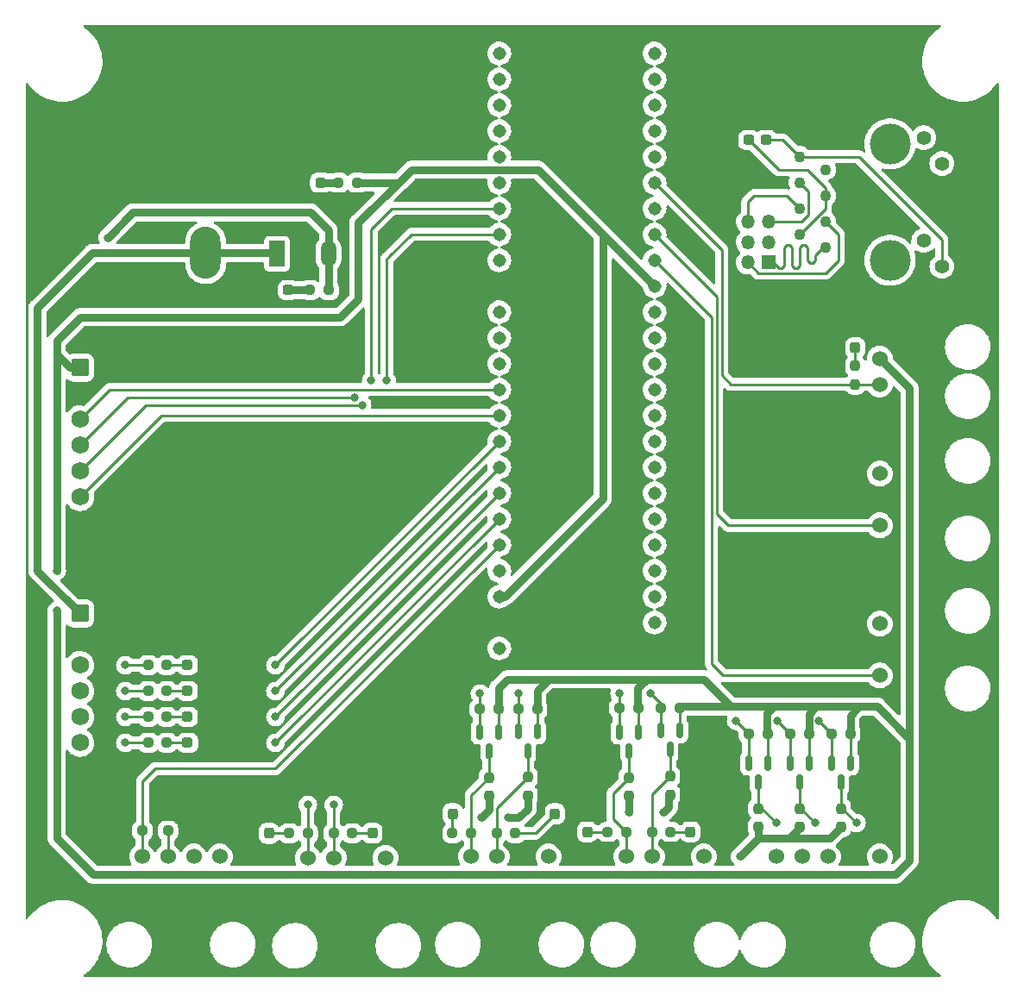
<source format=gtl>
%TF.GenerationSoftware,KiCad,Pcbnew,(6.0.10)*%
%TF.CreationDate,2022-12-29T21:44:20-06:00*%
%TF.ProjectId,ScienceSensor,53636965-6e63-4655-9365-6e736f722e6b,rev?*%
%TF.SameCoordinates,Original*%
%TF.FileFunction,Copper,L1,Top*%
%TF.FilePolarity,Positive*%
%FSLAX46Y46*%
G04 Gerber Fmt 4.6, Leading zero omitted, Abs format (unit mm)*
G04 Created by KiCad (PCBNEW (6.0.10)) date 2022-12-29 21:44:20*
%MOMM*%
%LPD*%
G01*
G04 APERTURE LIST*
G04 Aperture macros list*
%AMRoundRect*
0 Rectangle with rounded corners*
0 $1 Rounding radius*
0 $2 $3 $4 $5 $6 $7 $8 $9 X,Y pos of 4 corners*
0 Add a 4 corners polygon primitive as box body*
4,1,4,$2,$3,$4,$5,$6,$7,$8,$9,$2,$3,0*
0 Add four circle primitives for the rounded corners*
1,1,$1+$1,$2,$3*
1,1,$1+$1,$4,$5*
1,1,$1+$1,$6,$7*
1,1,$1+$1,$8,$9*
0 Add four rect primitives between the rounded corners*
20,1,$1+$1,$2,$3,$4,$5,0*
20,1,$1+$1,$4,$5,$6,$7,0*
20,1,$1+$1,$6,$7,$8,$9,0*
20,1,$1+$1,$8,$9,$2,$3,0*%
G04 Aperture macros list end*
%TA.AperFunction,ComponentPad*%
%ADD10C,1.308000*%
%TD*%
%TA.AperFunction,SMDPad,CuDef*%
%ADD11RoundRect,0.237500X-0.237500X0.287500X-0.237500X-0.287500X0.237500X-0.287500X0.237500X0.287500X0*%
%TD*%
%TA.AperFunction,SMDPad,CuDef*%
%ADD12RoundRect,0.237500X0.250000X0.237500X-0.250000X0.237500X-0.250000X-0.237500X0.250000X-0.237500X0*%
%TD*%
%TA.AperFunction,ComponentPad*%
%ADD13C,1.524000*%
%TD*%
%TA.AperFunction,SMDPad,CuDef*%
%ADD14RoundRect,0.237500X0.237500X-0.250000X0.237500X0.250000X-0.237500X0.250000X-0.237500X-0.250000X0*%
%TD*%
%TA.AperFunction,SMDPad,CuDef*%
%ADD15RoundRect,0.150000X-0.150000X0.587500X-0.150000X-0.587500X0.150000X-0.587500X0.150000X0.587500X0*%
%TD*%
%TA.AperFunction,SMDPad,CuDef*%
%ADD16RoundRect,0.237500X-0.250000X-0.237500X0.250000X-0.237500X0.250000X0.237500X-0.250000X0.237500X0*%
%TD*%
%TA.AperFunction,SMDPad,CuDef*%
%ADD17RoundRect,0.237500X0.287500X0.237500X-0.287500X0.237500X-0.287500X-0.237500X0.287500X-0.237500X0*%
%TD*%
%TA.AperFunction,ComponentPad*%
%ADD18RoundRect,0.250000X-0.620000X0.620000X-0.620000X-0.620000X0.620000X-0.620000X0.620000X0.620000X0*%
%TD*%
%TA.AperFunction,ComponentPad*%
%ADD19C,1.740000*%
%TD*%
%TA.AperFunction,ComponentPad*%
%ADD20O,3.000000X5.100000*%
%TD*%
%TA.AperFunction,SMDPad,CuDef*%
%ADD21RoundRect,0.237500X-0.287500X-0.237500X0.287500X-0.237500X0.287500X0.237500X-0.287500X0.237500X0*%
%TD*%
%TA.AperFunction,ComponentPad*%
%ADD22R,1.500000X2.500000*%
%TD*%
%TA.AperFunction,ComponentPad*%
%ADD23O,1.500000X2.500000*%
%TD*%
%TA.AperFunction,ComponentPad*%
%ADD24C,1.100000*%
%TD*%
%TA.AperFunction,ComponentPad*%
%ADD25C,1.400000*%
%TD*%
%TA.AperFunction,ComponentPad*%
%ADD26C,4.000000*%
%TD*%
%TA.AperFunction,ComponentPad*%
%ADD27C,2.000000*%
%TD*%
%TA.AperFunction,SMDPad,CuDef*%
%ADD28RoundRect,0.237500X-0.300000X-0.237500X0.300000X-0.237500X0.300000X0.237500X-0.300000X0.237500X0*%
%TD*%
%TA.AperFunction,ComponentPad*%
%ADD29R,1.350000X1.350000*%
%TD*%
%TA.AperFunction,ComponentPad*%
%ADD30O,1.350000X1.350000*%
%TD*%
%TA.AperFunction,ViaPad*%
%ADD31C,0.800000*%
%TD*%
%TA.AperFunction,Conductor*%
%ADD32C,0.254000*%
%TD*%
%TA.AperFunction,Conductor*%
%ADD33C,0.762000*%
%TD*%
%TA.AperFunction,Conductor*%
%ADD34C,0.381000*%
%TD*%
G04 APERTURE END LIST*
D10*
X158750000Y-105918000D03*
X158750000Y-103378000D03*
X158750000Y-100838000D03*
X158750000Y-98298000D03*
X158750000Y-72898000D03*
X143510000Y-103378000D03*
X158750000Y-95758000D03*
X158750000Y-93218000D03*
X158750000Y-90678000D03*
X158750000Y-88138000D03*
X158750000Y-85598000D03*
X158750000Y-83058000D03*
X158750000Y-80518000D03*
X158750000Y-77978000D03*
X158750000Y-75438000D03*
X143510000Y-75438000D03*
X143510000Y-77978000D03*
X143510000Y-80518000D03*
X143510000Y-83058000D03*
X143510000Y-85598000D03*
X143510000Y-88138000D03*
X143510000Y-90678000D03*
X143510000Y-93218000D03*
X143510000Y-95758000D03*
X143510000Y-98298000D03*
X143510000Y-100838000D03*
X158750000Y-70358000D03*
X158750000Y-67818000D03*
X158750000Y-65278000D03*
X158750000Y-62738000D03*
X158750000Y-60198000D03*
X158750000Y-57658000D03*
X158750000Y-55118000D03*
X158750000Y-52578000D03*
X158750000Y-50038000D03*
X143510000Y-50038000D03*
X143510000Y-52578000D03*
X143510000Y-55118000D03*
X143510000Y-57658000D03*
X143510000Y-60198000D03*
X143510000Y-62738000D03*
X143510000Y-65278000D03*
X143510000Y-67818000D03*
X143510000Y-70358000D03*
X158750000Y-108458000D03*
X143510000Y-72898000D03*
X143510000Y-105918000D03*
X143510000Y-108458000D03*
D11*
X138938000Y-122950000D03*
X138938000Y-124700000D03*
D12*
X112823000Y-126365000D03*
X110998000Y-126365000D03*
D13*
X180848000Y-128905000D03*
X178308000Y-128905000D03*
X175768000Y-128905000D03*
X173228000Y-128905000D03*
X170688000Y-128905000D03*
X180848000Y-91313000D03*
X180848000Y-93853000D03*
X180848000Y-96393000D03*
D14*
X168910000Y-126007500D03*
X168910000Y-124182500D03*
D12*
X173886500Y-116840000D03*
X172061500Y-116840000D03*
D15*
X147254000Y-116641000D03*
X145354000Y-116641000D03*
X146304000Y-118516000D03*
D14*
X146304000Y-122936000D03*
X146304000Y-121111000D03*
D16*
X154154500Y-126492000D03*
X155979500Y-126492000D03*
D14*
X142494000Y-122959500D03*
X142494000Y-121134500D03*
D15*
X173924000Y-119712500D03*
X172024000Y-119712500D03*
X172974000Y-121587500D03*
D16*
X122889000Y-126619000D03*
X124714000Y-126619000D03*
D12*
X110871000Y-112649000D03*
X109046000Y-112649000D03*
D13*
X116078000Y-128905000D03*
X113538000Y-128905000D03*
X110998000Y-128905000D03*
X108458000Y-128905000D03*
D11*
X178435000Y-77206500D03*
X178435000Y-78956500D03*
D17*
X114643500Y-110109000D03*
X112893500Y-110109000D03*
D16*
X138914500Y-126619000D03*
X140739500Y-126619000D03*
D12*
X145081000Y-126619000D03*
X143256000Y-126619000D03*
D16*
X127738500Y-62738000D03*
X129563500Y-62738000D03*
D14*
X160274000Y-122832500D03*
X160274000Y-121007500D03*
D12*
X147216500Y-114427000D03*
X145391500Y-114427000D03*
D16*
X106656500Y-126365000D03*
X108481500Y-126365000D03*
D11*
X152146000Y-124742000D03*
X152146000Y-126492000D03*
X162282500Y-124742000D03*
X162282500Y-126492000D03*
D14*
X177038000Y-126007500D03*
X177038000Y-124182500D03*
D12*
X160321000Y-126492000D03*
X158496000Y-126492000D03*
X110871000Y-110109000D03*
X109046000Y-110109000D03*
X110885000Y-117729000D03*
X109060000Y-117729000D03*
D18*
X102362000Y-80899000D03*
D19*
X102362000Y-83439000D03*
X102362000Y-85979000D03*
X102362000Y-88519000D03*
X102362000Y-91059000D03*
X102362000Y-93599000D03*
D11*
X148971000Y-122950000D03*
X148971000Y-124700000D03*
D17*
X114653000Y-115189000D03*
X112903000Y-115189000D03*
D12*
X169822500Y-116840000D03*
X167997500Y-116840000D03*
X177950500Y-116840000D03*
X176125500Y-116840000D03*
D15*
X143444000Y-116664500D03*
X141544000Y-116664500D03*
X142494000Y-118539500D03*
D17*
X114667000Y-117729000D03*
X112917000Y-117729000D03*
D16*
X124944500Y-73279000D03*
X126769500Y-73279000D03*
D20*
X114687400Y-61764000D03*
X114687400Y-69638000D03*
D15*
X169860000Y-119712500D03*
X167960000Y-119712500D03*
X168910000Y-121587500D03*
D11*
X131064000Y-124855000D03*
X131064000Y-126605000D03*
D12*
X161186500Y-114300000D03*
X159361500Y-114300000D03*
D21*
X124220000Y-62738000D03*
X125970000Y-62738000D03*
D17*
X114643500Y-112649000D03*
X112893500Y-112649000D03*
D13*
X148336000Y-128905000D03*
X145796000Y-128905000D03*
X143256000Y-128905000D03*
X140716000Y-128905000D03*
D15*
X177988000Y-119712500D03*
X176088000Y-119712500D03*
X177038000Y-121587500D03*
D13*
X180848000Y-106045000D03*
X180848000Y-108585000D03*
X180848000Y-111125000D03*
D22*
X121666000Y-69723000D03*
D23*
X124206000Y-69723000D03*
X126746000Y-69723000D03*
D14*
X156210000Y-122959500D03*
X156210000Y-121134500D03*
D12*
X110871000Y-115189000D03*
X109046000Y-115189000D03*
D15*
X161224000Y-116537500D03*
X159324000Y-116537500D03*
X160274000Y-118412500D03*
D12*
X129079000Y-126619000D03*
X127254000Y-126619000D03*
D21*
X121045000Y-73279000D03*
X122795000Y-73279000D03*
D14*
X172974000Y-126007500D03*
X172974000Y-124182500D03*
D12*
X157122500Y-114300000D03*
X155297500Y-114300000D03*
D13*
X163576000Y-128905000D03*
X161036000Y-128905000D03*
X158496000Y-128905000D03*
X155956000Y-128905000D03*
X132334000Y-129032000D03*
X129794000Y-129032000D03*
X127254000Y-129032000D03*
X124714000Y-129032000D03*
D24*
X175514000Y-69086000D03*
X172974000Y-67816000D03*
X175514000Y-66546000D03*
X172974000Y-65276000D03*
X175514000Y-64006000D03*
X172974000Y-62736000D03*
X175514000Y-61466000D03*
X172974000Y-60196000D03*
D25*
X186944000Y-70966000D03*
X185154000Y-68426000D03*
X186944000Y-60856000D03*
X185154000Y-58316000D03*
D26*
X181864000Y-70356000D03*
X181864000Y-58926000D03*
D27*
X178814000Y-72516000D03*
X178814000Y-56766000D03*
D28*
X167996000Y-58545000D03*
X169721000Y-58545000D03*
D14*
X178435000Y-82550000D03*
X178435000Y-80725000D03*
D18*
X102362000Y-105029000D03*
D19*
X102362000Y-107569000D03*
X102362000Y-110109000D03*
X102362000Y-112649000D03*
X102362000Y-115189000D03*
X102362000Y-117729000D03*
D13*
X180848000Y-80010000D03*
X180848000Y-82550000D03*
D11*
X120904000Y-124869000D03*
X120904000Y-126619000D03*
D29*
X169910000Y-70580000D03*
D30*
X167910000Y-70580000D03*
X169910000Y-68580000D03*
X167910000Y-68580000D03*
X169910000Y-66580000D03*
X167910000Y-66580000D03*
D12*
X143406500Y-114427000D03*
X141581500Y-114427000D03*
D15*
X157160000Y-116664500D03*
X155260000Y-116664500D03*
X156210000Y-118539500D03*
D31*
X138430000Y-63754000D03*
X154940000Y-94996000D03*
X168910000Y-89408000D03*
X129032000Y-100076000D03*
X140208000Y-89408000D03*
X164084000Y-116332000D03*
X114808000Y-107696000D03*
X116586000Y-123190000D03*
X165862000Y-109982000D03*
X133604000Y-84328000D03*
X165862000Y-97536000D03*
X152146000Y-114300000D03*
X181102000Y-116840000D03*
X177800000Y-109982000D03*
X162814000Y-69088000D03*
X135128000Y-109220000D03*
X121412000Y-107696000D03*
X165862000Y-84836000D03*
X152146000Y-122936000D03*
X164211000Y-122428000D03*
X161290000Y-79248000D03*
X177800000Y-97536000D03*
X140208000Y-104140000D03*
X162560000Y-89408000D03*
X154940000Y-66548000D03*
X132842000Y-67818000D03*
X108712000Y-107696000D03*
X116586000Y-125984000D03*
X162560000Y-76200000D03*
X177800000Y-84836000D03*
X154940000Y-76200000D03*
X177800000Y-89408000D03*
X154940000Y-86868000D03*
X168910000Y-97536000D03*
X168910000Y-84836000D03*
X129032000Y-115316000D03*
X108204000Y-67818000D03*
X165862000Y-89408000D03*
X134620000Y-94488000D03*
X162560000Y-84836000D03*
X138684000Y-115316000D03*
X100076000Y-104775000D03*
X100076000Y-100838000D03*
X129286000Y-83820000D03*
X130937000Y-82169000D03*
X132461000Y-82169000D03*
X130048000Y-84582000D03*
X106807000Y-110109000D03*
X121539000Y-110109000D03*
X106807000Y-112649000D03*
X121539000Y-112649000D03*
X121539000Y-115189000D03*
X106807000Y-115189000D03*
X121539000Y-117729000D03*
X106807000Y-117729000D03*
X105092500Y-68135500D03*
X144399000Y-125095000D03*
X156210000Y-124587000D03*
X141732000Y-125095000D03*
X159639000Y-124587000D03*
X167132000Y-128905000D03*
X178562000Y-125603000D03*
X174498000Y-125603000D03*
X170688000Y-125603000D03*
X127254000Y-123825000D03*
X124714000Y-123825000D03*
X141605000Y-112903000D03*
X155321000Y-112903000D03*
X170815000Y-115570000D03*
X174879000Y-115570000D03*
X145415000Y-112903000D03*
X158369000Y-112903000D03*
X166751000Y-115570000D03*
D32*
X170930500Y-61479500D02*
X167996000Y-58545000D01*
X170942000Y-61468000D02*
X170930500Y-61479500D01*
X173736000Y-61468000D02*
X170942000Y-61468000D01*
X175514000Y-63246000D02*
X173736000Y-61468000D01*
X175514000Y-64006000D02*
X175514000Y-63246000D01*
X178814000Y-60196000D02*
X186944000Y-68326000D01*
X172974000Y-60196000D02*
X178814000Y-60196000D01*
X186944000Y-68326000D02*
X186944000Y-70966000D01*
D33*
X129563500Y-62738000D02*
X133604000Y-62738000D01*
X133604000Y-62738000D02*
X129667000Y-66675000D01*
X134874000Y-61468000D02*
X133604000Y-62738000D01*
X102362000Y-75946000D02*
X100076000Y-78232000D01*
X129667000Y-66675000D02*
X129667000Y-74168000D01*
X147320000Y-61468000D02*
X134874000Y-61468000D01*
X127889000Y-75946000D02*
X102362000Y-75946000D01*
X100076000Y-78232000D02*
X100076000Y-79629000D01*
X153670000Y-67818000D02*
X147320000Y-61468000D01*
X129667000Y-74168000D02*
X127889000Y-75946000D01*
D32*
X175514000Y-64006000D02*
X175514000Y-65276000D01*
X175514000Y-65276000D02*
X172974000Y-67816000D01*
X171323000Y-58545000D02*
X172974000Y-60196000D01*
X169721000Y-58545000D02*
X171323000Y-58545000D01*
D33*
X98171000Y-75057000D02*
X98171000Y-100838000D01*
X103590000Y-69638000D02*
X98171000Y-75057000D01*
X121581000Y-69638000D02*
X121666000Y-69723000D01*
X114687400Y-69638000D02*
X121581000Y-69638000D01*
X98171000Y-100838000D02*
X102362000Y-105029000D01*
X112310000Y-69638000D02*
X114687400Y-69638000D01*
X112310000Y-69638000D02*
X103590000Y-69638000D01*
D32*
X147254000Y-114464500D02*
X147216500Y-114427000D01*
D33*
X157988000Y-111506000D02*
X148336000Y-111506000D01*
X170434000Y-114173000D02*
X169799000Y-114808000D01*
X103632000Y-130683000D02*
X182372000Y-130683000D01*
X163576000Y-111506000D02*
X157988000Y-111506000D01*
X180594000Y-114173000D02*
X178816000Y-114173000D01*
D32*
X143444000Y-114464500D02*
X143406500Y-114427000D01*
X157160000Y-114337500D02*
X157122500Y-114300000D01*
D33*
X101346000Y-80899000D02*
X100076000Y-79629000D01*
D32*
X161224000Y-116537500D02*
X161224000Y-114337500D01*
X147254000Y-116641000D02*
X147254000Y-114464500D01*
D33*
X100076000Y-100076000D02*
X100076000Y-100838000D01*
D32*
X161224000Y-114337500D02*
X161186500Y-114300000D01*
X169860000Y-119712500D02*
X169860000Y-116877500D01*
D33*
X183769000Y-82931000D02*
X180848000Y-80010000D01*
X178816000Y-114173000D02*
X174625000Y-114173000D01*
X169799000Y-116816500D02*
X169822500Y-116840000D01*
X183769000Y-129286000D02*
X183769000Y-117348000D01*
D32*
X157160000Y-116664500D02*
X157160000Y-114337500D01*
D33*
X153670000Y-67818000D02*
X158750000Y-72898000D01*
X173886500Y-116840000D02*
X173886500Y-114911500D01*
X147216500Y-114427000D02*
X147216500Y-112625500D01*
D32*
X177988000Y-116877500D02*
X177950500Y-116840000D01*
D33*
X169799000Y-114808000D02*
X169799000Y-116816500D01*
X183769000Y-117348000D02*
X183769000Y-82931000D01*
X166243000Y-114173000D02*
X161313500Y-114173000D01*
X177950500Y-115038500D02*
X178816000Y-114173000D01*
X153670000Y-67818000D02*
X153670000Y-93726000D01*
X174625000Y-114173000D02*
X170434000Y-114173000D01*
X182372000Y-130683000D02*
X183769000Y-129286000D01*
X102362000Y-80899000D02*
X101346000Y-80899000D01*
X157988000Y-111506000D02*
X157099000Y-112395000D01*
X170434000Y-114173000D02*
X166243000Y-114173000D01*
X157099000Y-112395000D02*
X157099000Y-114276500D01*
X143406500Y-112371500D02*
X143406500Y-114427000D01*
X166243000Y-114173000D02*
X163576000Y-111506000D01*
D32*
X173924000Y-116877500D02*
X173886500Y-116840000D01*
D33*
X129513500Y-62788000D02*
X129563500Y-62738000D01*
X153670000Y-93726000D02*
X144018000Y-103378000D01*
X148336000Y-111506000D02*
X144272000Y-111506000D01*
X100076000Y-104775000D02*
X100076000Y-127127000D01*
X100076000Y-127127000D02*
X103632000Y-130683000D01*
D32*
X177988000Y-119712500D02*
X177988000Y-116877500D01*
X173924000Y-119712500D02*
X173924000Y-116877500D01*
D33*
X173886500Y-114911500D02*
X174625000Y-114173000D01*
X100076000Y-79629000D02*
X100076000Y-100076000D01*
X144018000Y-103378000D02*
X143510000Y-103378000D01*
X144272000Y-111506000D02*
X143406500Y-112371500D01*
D32*
X169860000Y-116877500D02*
X169822500Y-116840000D01*
D33*
X161313500Y-114173000D02*
X161186500Y-114300000D01*
D32*
X143444000Y-116664500D02*
X143444000Y-114464500D01*
D33*
X147216500Y-112625500D02*
X148336000Y-111506000D01*
X177950500Y-116840000D02*
X177950500Y-115038500D01*
X157099000Y-114276500D02*
X157122500Y-114300000D01*
X183769000Y-117348000D02*
X180594000Y-114173000D01*
D32*
X164338000Y-109982000D02*
X165481000Y-111125000D01*
X164338000Y-75946000D02*
X164338000Y-109982000D01*
X165481000Y-111125000D02*
X180848000Y-111125000D01*
X158750000Y-70358000D02*
X164338000Y-75946000D01*
X105283000Y-83058000D02*
X102362000Y-85979000D01*
X143510000Y-83058000D02*
X105283000Y-83058000D01*
X107061000Y-83820000D02*
X107950000Y-83820000D01*
X132969000Y-65278000D02*
X130937000Y-67310000D01*
X143510000Y-65278000D02*
X132969000Y-65278000D01*
X130937000Y-77470000D02*
X130937000Y-82169000D01*
X102362000Y-88519000D02*
X107061000Y-83820000D01*
X129286000Y-83820000D02*
X107950000Y-83820000D01*
X130937000Y-67310000D02*
X130937000Y-77470000D01*
X134874000Y-67818000D02*
X132715000Y-69977000D01*
X143510000Y-67818000D02*
X134874000Y-67818000D01*
X132461000Y-70231000D02*
X132588000Y-70104000D01*
X132461000Y-82169000D02*
X132461000Y-70231000D01*
X107696000Y-85725000D02*
X108839000Y-84582000D01*
X132715000Y-69977000D02*
X132588000Y-70104000D01*
X102362000Y-91059000D02*
X107696000Y-85725000D01*
X108839000Y-84582000D02*
X110236000Y-84582000D01*
X110236000Y-84582000D02*
X130048000Y-84582000D01*
X178435000Y-82550000D02*
X166243000Y-82550000D01*
X165354000Y-69342000D02*
X158750000Y-62738000D01*
X180848000Y-82550000D02*
X178435000Y-82550000D01*
X165354000Y-81661000D02*
X165354000Y-69342000D01*
X166243000Y-82550000D02*
X165354000Y-81661000D01*
X106807000Y-110109000D02*
X109046000Y-110109000D01*
X143510000Y-88646000D02*
X143510000Y-88138000D01*
X143510000Y-88138000D02*
X121539000Y-110109000D01*
X143510000Y-90678000D02*
X121539000Y-112649000D01*
X106807000Y-112649000D02*
X109046000Y-112649000D01*
X109300000Y-112649000D02*
X109196500Y-112649000D01*
X106807000Y-115189000D02*
X109046000Y-115189000D01*
X109055500Y-114911500D02*
X109055500Y-115189000D01*
X143510000Y-93218000D02*
X121539000Y-115189000D01*
X109069500Y-117729000D02*
X109323500Y-117729000D01*
X143510000Y-95758000D02*
X121539000Y-117729000D01*
X106807000Y-117729000D02*
X109060000Y-117729000D01*
X143510000Y-85598000D02*
X110363000Y-85598000D01*
X110363000Y-85598000D02*
X102362000Y-93599000D01*
D33*
X172974000Y-126007500D02*
X172974000Y-126111000D01*
X159639000Y-124587000D02*
X160147000Y-124079000D01*
X168910000Y-127127000D02*
X168910000Y-126007500D01*
X126746000Y-67437000D02*
X124968000Y-65659000D01*
X145415000Y-125095000D02*
X146304000Y-124206000D01*
X172974000Y-126111000D02*
X171958000Y-127127000D01*
D34*
X126704000Y-72959500D02*
X126769500Y-73025000D01*
D33*
X168910000Y-127127000D02*
X171958000Y-127127000D01*
X156210000Y-124587000D02*
X156210000Y-122959500D01*
X175918500Y-127127000D02*
X177038000Y-126007500D01*
X144399000Y-125095000D02*
X145415000Y-125095000D01*
D34*
X146558000Y-122682000D02*
X146304000Y-122936000D01*
D33*
X126746000Y-73255500D02*
X126769500Y-73279000D01*
X124968000Y-65659000D02*
X107569000Y-65659000D01*
X142494000Y-124333000D02*
X141732000Y-125095000D01*
X160147000Y-124079000D02*
X160147000Y-122959500D01*
X167132000Y-128905000D02*
X168910000Y-127127000D01*
X146304000Y-124206000D02*
X146304000Y-122936000D01*
X160147000Y-122959500D02*
X160274000Y-122832500D01*
X142494000Y-122959500D02*
X142494000Y-124333000D01*
X126746000Y-69723000D02*
X126746000Y-67437000D01*
D34*
X156210000Y-122959500D02*
X156186500Y-122936000D01*
D33*
X171958000Y-127127000D02*
X175918500Y-127127000D01*
X107569000Y-65659000D02*
X105092500Y-68135500D01*
X126746000Y-69723000D02*
X126746000Y-73255500D01*
D32*
X164846000Y-73914000D02*
X164846000Y-95250000D01*
X164846000Y-95250000D02*
X165989000Y-96393000D01*
X158750000Y-67818000D02*
X164846000Y-73914000D01*
X165989000Y-96393000D02*
X180848000Y-96393000D01*
X110998000Y-128905000D02*
X110998000Y-126365000D01*
X160274000Y-121007500D02*
X160274000Y-118805000D01*
X158496000Y-122785500D02*
X160274000Y-121007500D01*
X158496000Y-126492000D02*
X158496000Y-122785500D01*
X158496000Y-128905000D02*
X158496000Y-126492000D01*
X154686000Y-122658500D02*
X156210000Y-121134500D01*
X156210000Y-121134500D02*
X156210000Y-118932000D01*
X155979500Y-126492000D02*
X155956000Y-126492000D01*
X155956000Y-126492000D02*
X154686000Y-125222000D01*
X155956000Y-128905000D02*
X155956000Y-126515500D01*
X154686000Y-125222000D02*
X154686000Y-122658500D01*
X155956000Y-126515500D02*
X155979500Y-126492000D01*
X143256000Y-128905000D02*
X143256000Y-126619000D01*
X143256000Y-124159000D02*
X146304000Y-121111000D01*
X146304000Y-121111000D02*
X146304000Y-118908500D01*
X143256000Y-126619000D02*
X143256000Y-124159000D01*
X140739500Y-126619000D02*
X140739500Y-122889000D01*
X140739500Y-122889000D02*
X142494000Y-121134500D01*
X140716000Y-126642500D02*
X140739500Y-126619000D01*
X142494000Y-121134500D02*
X142494000Y-118932000D01*
X140716000Y-128905000D02*
X140716000Y-126642500D01*
X142300000Y-119126000D02*
X142494000Y-118932000D01*
X177141500Y-124182500D02*
X178562000Y-125603000D01*
X177038000Y-121980000D02*
X177038000Y-124182500D01*
X177038000Y-124182500D02*
X177141500Y-124182500D01*
X172974000Y-124182500D02*
X173077500Y-124182500D01*
X172974000Y-121980000D02*
X172974000Y-124182500D01*
X173077500Y-124182500D02*
X174498000Y-125603000D01*
X168910000Y-124182500D02*
X169267500Y-124182500D01*
X168910000Y-121980000D02*
X168910000Y-124182500D01*
X169267500Y-124182500D02*
X170688000Y-125603000D01*
X127254000Y-129032000D02*
X127254000Y-126619000D01*
X127254000Y-126619000D02*
X127254000Y-123825000D01*
X124714000Y-129032000D02*
X124714000Y-126619000D01*
X124714000Y-126619000D02*
X124714000Y-123825000D01*
X152146000Y-126492000D02*
X154154500Y-126492000D01*
X148971000Y-124714000D02*
X147066000Y-126619000D01*
X148971000Y-124700000D02*
X148971000Y-124714000D01*
X147066000Y-126619000D02*
X145081000Y-126619000D01*
X143510000Y-98298000D02*
X121539000Y-120269000D01*
X108458000Y-126388500D02*
X108481500Y-126365000D01*
X108458000Y-128905000D02*
X108458000Y-126388500D01*
X109728000Y-120269000D02*
X108481500Y-121515500D01*
X108481500Y-121515500D02*
X108481500Y-126365000D01*
X121539000Y-120269000D02*
X109728000Y-120269000D01*
D33*
X124944500Y-73279000D02*
X122795000Y-73279000D01*
D34*
X124944500Y-73025000D02*
X124944500Y-73495500D01*
D33*
X127738500Y-62738000D02*
X125970000Y-62738000D01*
D32*
X178435000Y-78956500D02*
X178435000Y-80725000D01*
X110871000Y-110109000D02*
X112893500Y-110109000D01*
X110871000Y-112649000D02*
X112893500Y-112649000D01*
X110871000Y-115189000D02*
X112903000Y-115189000D01*
X110885000Y-117729000D02*
X112917000Y-117729000D01*
X131050000Y-126619000D02*
X131064000Y-126605000D01*
X129079000Y-126619000D02*
X131050000Y-126619000D01*
X122889000Y-126619000D02*
X120904000Y-126619000D01*
X160321000Y-126492000D02*
X162282500Y-126492000D01*
X138914500Y-124723500D02*
X138938000Y-124700000D01*
X138914500Y-126619000D02*
X138914500Y-124723500D01*
X174498000Y-70358000D02*
X174498000Y-69849000D01*
X173990000Y-70612000D02*
X174244000Y-70612000D01*
X171450000Y-70866000D02*
X171450000Y-69088000D01*
X170402000Y-70580000D02*
X170942000Y-71120000D01*
X172974000Y-70866000D02*
X172974000Y-69088000D01*
X174244000Y-70612000D02*
X174498000Y-70358000D01*
X172212000Y-70866000D02*
X172466000Y-71120000D01*
X169910000Y-70580000D02*
X170402000Y-70580000D01*
X172974000Y-69088000D02*
X173228000Y-68834000D01*
X173736000Y-69088000D02*
X173736000Y-70358000D01*
X172720000Y-71120000D02*
X172974000Y-70866000D01*
X175261000Y-69086000D02*
X175514000Y-69086000D01*
X171958000Y-68834000D02*
X172212000Y-69088000D01*
X173736000Y-70358000D02*
X173990000Y-70612000D01*
X174498000Y-69849000D02*
X175261000Y-69086000D01*
X173482000Y-68834000D02*
X173736000Y-69088000D01*
X172466000Y-71120000D02*
X172720000Y-71120000D01*
X173228000Y-68834000D02*
X173482000Y-68834000D01*
X171450000Y-69088000D02*
X171704000Y-68834000D01*
X170942000Y-71120000D02*
X171196000Y-71120000D01*
X171196000Y-71120000D02*
X171450000Y-70866000D01*
X172212000Y-69088000D02*
X172212000Y-70866000D01*
X171704000Y-68834000D02*
X171958000Y-68834000D01*
X168958000Y-71628000D02*
X167910000Y-70580000D01*
X176784000Y-67816000D02*
X176784000Y-70358000D01*
X175514000Y-71628000D02*
X168958000Y-71628000D01*
X175514000Y-66546000D02*
X176784000Y-67816000D01*
X176784000Y-70358000D02*
X175514000Y-71628000D01*
X173196000Y-66580000D02*
X173851000Y-65925000D01*
X173851000Y-65925000D02*
X173851000Y-63613000D01*
X173851000Y-63613000D02*
X172974000Y-62736000D01*
X169910000Y-66580000D02*
X173196000Y-66580000D01*
X167910000Y-66580000D02*
X167910000Y-64627000D01*
X171706000Y-64008000D02*
X172974000Y-65276000D01*
X168529000Y-64008000D02*
X171706000Y-64008000D01*
X167910000Y-64627000D02*
X168529000Y-64008000D01*
X141581500Y-112926500D02*
X141605000Y-112903000D01*
X141544000Y-116664500D02*
X141544000Y-114464500D01*
X141544000Y-114464500D02*
X141581500Y-114427000D01*
X141581500Y-114427000D02*
X141581500Y-112926500D01*
X155260000Y-114337500D02*
X155297500Y-114300000D01*
X155321000Y-114276500D02*
X155297500Y-114300000D01*
X155260000Y-116664500D02*
X155260000Y-114337500D01*
X155321000Y-112903000D02*
X155321000Y-114276500D01*
X172061500Y-116816500D02*
X170815000Y-115570000D01*
X172024000Y-116877500D02*
X172061500Y-116840000D01*
X172024000Y-119712500D02*
X172024000Y-116877500D01*
X172061500Y-116840000D02*
X172061500Y-116816500D01*
X176125500Y-116816500D02*
X174879000Y-115570000D01*
X176125500Y-116840000D02*
X176125500Y-116816500D01*
X176088000Y-116877500D02*
X176125500Y-116840000D01*
X176088000Y-119712500D02*
X176088000Y-116877500D01*
X145391500Y-114427000D02*
X145391500Y-112926500D01*
X145354000Y-114464500D02*
X145391500Y-114427000D01*
X145354000Y-116641000D02*
X145354000Y-114464500D01*
X145391500Y-112926500D02*
X145415000Y-112903000D01*
X159361500Y-113895500D02*
X159361500Y-114300000D01*
X159324000Y-116537500D02*
X159324000Y-114337500D01*
X158369000Y-112903000D02*
X159361500Y-113895500D01*
X159324000Y-114337500D02*
X159361500Y-114300000D01*
X166751000Y-115570000D02*
X166751000Y-115593500D01*
X166751000Y-115593500D02*
X167997500Y-116840000D01*
X167960000Y-119712500D02*
X167960000Y-116877500D01*
X167960000Y-116877500D02*
X167997500Y-116840000D01*
%TA.AperFunction,Conductor*%
G36*
X186793507Y-47264502D02*
G01*
X186840000Y-47318158D01*
X186850104Y-47388432D01*
X186820610Y-47453012D01*
X186790939Y-47478105D01*
X186739669Y-47509339D01*
X186423899Y-47747721D01*
X186421617Y-47749831D01*
X186421608Y-47749838D01*
X186304541Y-47858054D01*
X186133366Y-48016287D01*
X186131294Y-48018625D01*
X186131289Y-48018630D01*
X185873028Y-48310029D01*
X185873023Y-48310035D01*
X185870944Y-48312381D01*
X185639227Y-48633074D01*
X185440507Y-48975196D01*
X185439217Y-48978033D01*
X185439215Y-48978037D01*
X185278041Y-49332521D01*
X185276749Y-49335363D01*
X185275747Y-49338316D01*
X185275745Y-49338320D01*
X185235056Y-49458187D01*
X185149572Y-49710013D01*
X185060234Y-50095443D01*
X185009619Y-50487839D01*
X184998227Y-50883322D01*
X184998448Y-50886441D01*
X184998448Y-50886448D01*
X185013890Y-51104546D01*
X185026170Y-51277982D01*
X185093173Y-51667915D01*
X185094005Y-51670924D01*
X185094006Y-51670930D01*
X185145873Y-51858590D01*
X185198572Y-52049265D01*
X185199702Y-52052185D01*
X185199703Y-52052189D01*
X185282993Y-52267479D01*
X185341326Y-52418261D01*
X185342741Y-52421055D01*
X185342744Y-52421063D01*
X185445885Y-52624804D01*
X185520023Y-52771255D01*
X185521714Y-52773904D01*
X185521715Y-52773906D01*
X185646535Y-52969457D01*
X185732895Y-53104755D01*
X185977838Y-53415463D01*
X185980013Y-53417719D01*
X185980018Y-53417725D01*
X186041275Y-53481269D01*
X186252429Y-53700308D01*
X186254822Y-53702341D01*
X186551559Y-53954438D01*
X186551567Y-53954445D01*
X186553954Y-53956472D01*
X186556534Y-53958255D01*
X186876857Y-54179645D01*
X186876866Y-54179650D01*
X186879429Y-54181422D01*
X186882164Y-54182935D01*
X186882169Y-54182938D01*
X186905231Y-54195695D01*
X187225638Y-54372934D01*
X187228507Y-54374167D01*
X187228518Y-54374172D01*
X187586287Y-54527881D01*
X187589155Y-54529113D01*
X187592132Y-54530054D01*
X187592136Y-54530056D01*
X187720911Y-54570782D01*
X187966387Y-54648416D01*
X188353603Y-54729662D01*
X188356721Y-54729998D01*
X188744522Y-54771785D01*
X188744525Y-54771785D01*
X188746973Y-54772049D01*
X188749436Y-54772120D01*
X188749437Y-54772120D01*
X188753086Y-54772225D01*
X188804291Y-54773700D01*
X189075352Y-54773700D01*
X189076915Y-54773622D01*
X189076923Y-54773622D01*
X189173291Y-54768824D01*
X189371158Y-54758974D01*
X189374243Y-54758510D01*
X189374245Y-54758510D01*
X189759316Y-54700617D01*
X189762409Y-54700152D01*
X189784928Y-54694433D01*
X190142839Y-54603535D01*
X190142842Y-54603534D01*
X190145882Y-54602762D01*
X190148830Y-54601692D01*
X190514849Y-54468834D01*
X190514859Y-54468830D01*
X190517787Y-54467767D01*
X190874446Y-54296502D01*
X191212331Y-54090661D01*
X191413579Y-53938734D01*
X191525607Y-53854162D01*
X191525610Y-53854160D01*
X191528101Y-53852279D01*
X191530383Y-53850169D01*
X191530392Y-53850162D01*
X191794220Y-53606281D01*
X191818634Y-53583713D01*
X191854744Y-53542970D01*
X192078972Y-53289971D01*
X192078977Y-53289965D01*
X192081056Y-53287619D01*
X192082895Y-53285074D01*
X192303370Y-52979940D01*
X192359479Y-52936439D01*
X192430199Y-52930179D01*
X192493077Y-52963146D01*
X192528150Y-53024874D01*
X192531500Y-53053734D01*
X192531500Y-134913080D01*
X192511498Y-134981201D01*
X192457842Y-135027694D01*
X192387568Y-135037798D01*
X192322988Y-135008304D01*
X192299292Y-134980872D01*
X192251672Y-134906266D01*
X192219105Y-134855245D01*
X191974162Y-134544537D01*
X191971987Y-134542281D01*
X191971982Y-134542275D01*
X191809922Y-134374164D01*
X191699571Y-134259692D01*
X191696999Y-134257507D01*
X191400441Y-134005562D01*
X191400433Y-134005555D01*
X191398046Y-134003528D01*
X191203891Y-133869339D01*
X191075143Y-133780355D01*
X191075134Y-133780350D01*
X191072571Y-133778578D01*
X191069836Y-133777065D01*
X191069831Y-133777062D01*
X190862080Y-133662141D01*
X190726362Y-133587066D01*
X190723493Y-133585833D01*
X190723482Y-133585828D01*
X190365713Y-133432119D01*
X190365710Y-133432118D01*
X190362845Y-133430887D01*
X190359868Y-133429946D01*
X190359864Y-133429944D01*
X190231089Y-133389218D01*
X189985613Y-133311584D01*
X189598397Y-133230338D01*
X189595279Y-133230002D01*
X189207478Y-133188215D01*
X189207475Y-133188215D01*
X189205027Y-133187951D01*
X189202564Y-133187880D01*
X189202563Y-133187880D01*
X189198914Y-133187775D01*
X189147709Y-133186300D01*
X188876648Y-133186300D01*
X188875085Y-133186378D01*
X188875077Y-133186378D01*
X188778709Y-133191176D01*
X188580842Y-133201026D01*
X188577757Y-133201490D01*
X188577755Y-133201490D01*
X188388110Y-133230002D01*
X188189591Y-133259848D01*
X188186556Y-133260619D01*
X188186555Y-133260619D01*
X187809161Y-133356465D01*
X187809158Y-133356466D01*
X187806118Y-133357238D01*
X187803171Y-133358308D01*
X187803170Y-133358308D01*
X187437151Y-133491166D01*
X187437141Y-133491170D01*
X187434213Y-133492233D01*
X187077554Y-133663498D01*
X186739669Y-133869339D01*
X186423899Y-134107721D01*
X186421617Y-134109831D01*
X186421608Y-134109838D01*
X186261697Y-134257659D01*
X186133366Y-134376287D01*
X186131294Y-134378625D01*
X186131289Y-134378630D01*
X185873028Y-134670029D01*
X185873023Y-134670035D01*
X185870944Y-134672381D01*
X185639227Y-134993074D01*
X185440507Y-135335196D01*
X185439217Y-135338033D01*
X185439215Y-135338037D01*
X185315441Y-135610264D01*
X185276749Y-135695363D01*
X185275747Y-135698316D01*
X185275745Y-135698320D01*
X185263162Y-135735389D01*
X185149572Y-136070013D01*
X185060234Y-136455443D01*
X185009619Y-136847839D01*
X184998227Y-137243322D01*
X184998448Y-137246441D01*
X184998448Y-137246448D01*
X185010628Y-137418477D01*
X185026170Y-137637982D01*
X185093173Y-138027915D01*
X185094005Y-138030924D01*
X185094006Y-138030930D01*
X185133278Y-138173021D01*
X185198572Y-138409265D01*
X185199702Y-138412185D01*
X185199703Y-138412189D01*
X185334290Y-138760073D01*
X185341326Y-138778261D01*
X185342741Y-138781055D01*
X185342744Y-138781063D01*
X185509253Y-139109981D01*
X185520023Y-139131255D01*
X185521714Y-139133904D01*
X185521715Y-139133906D01*
X185625654Y-139296744D01*
X185732895Y-139464755D01*
X185977838Y-139775463D01*
X185980013Y-139777719D01*
X185980018Y-139777725D01*
X186085201Y-139886835D01*
X186252429Y-140060308D01*
X186254822Y-140062341D01*
X186551559Y-140314438D01*
X186551567Y-140314445D01*
X186553954Y-140316472D01*
X186556534Y-140318255D01*
X186799019Y-140485847D01*
X186843685Y-140541033D01*
X186851426Y-140611606D01*
X186819782Y-140675161D01*
X186758802Y-140711519D01*
X186727380Y-140715500D01*
X102834614Y-140715500D01*
X102766493Y-140695498D01*
X102720000Y-140641842D01*
X102709896Y-140571568D01*
X102739390Y-140506988D01*
X102769061Y-140481895D01*
X102817647Y-140452296D01*
X102820331Y-140450661D01*
X103136101Y-140212279D01*
X103138383Y-140210169D01*
X103138392Y-140210162D01*
X103424337Y-139945836D01*
X103426634Y-139943713D01*
X103464047Y-139901500D01*
X103686972Y-139649971D01*
X103686977Y-139649965D01*
X103689056Y-139647619D01*
X103724377Y-139598736D01*
X103802707Y-139490328D01*
X103920773Y-139326926D01*
X104119493Y-138984804D01*
X104164833Y-138885085D01*
X104281959Y-138627479D01*
X104281960Y-138627476D01*
X104283251Y-138624637D01*
X104410428Y-138249987D01*
X104499766Y-137864557D01*
X104535454Y-137587880D01*
X104949992Y-137587880D01*
X104950355Y-137592028D01*
X104950355Y-137592032D01*
X104975487Y-137879293D01*
X104975488Y-137879301D01*
X104975852Y-137883459D01*
X105040577Y-138173021D01*
X105042019Y-138176941D01*
X105042021Y-138176947D01*
X105127497Y-138409265D01*
X105143029Y-138451480D01*
X105144980Y-138455180D01*
X105144982Y-138455185D01*
X105235823Y-138627479D01*
X105281410Y-138713942D01*
X105453288Y-138955797D01*
X105655642Y-139172796D01*
X105884918Y-139361125D01*
X106137088Y-139517477D01*
X106407722Y-139639105D01*
X106580390Y-139690580D01*
X106688065Y-139722679D01*
X106688067Y-139722679D01*
X106692064Y-139723871D01*
X106696184Y-139724524D01*
X106696186Y-139724524D01*
X106815106Y-139743359D01*
X106985119Y-139770286D01*
X107030146Y-139772331D01*
X107076497Y-139774436D01*
X107076516Y-139774436D01*
X107077916Y-139774500D01*
X107263264Y-139774500D01*
X107484056Y-139759835D01*
X107774910Y-139701188D01*
X108055453Y-139604590D01*
X108059196Y-139602716D01*
X108059200Y-139602714D01*
X108317012Y-139473611D01*
X108317014Y-139473610D01*
X108320756Y-139471736D01*
X108487413Y-139358476D01*
X108562699Y-139307312D01*
X108562702Y-139307310D01*
X108566158Y-139304961D01*
X108787346Y-139107196D01*
X108808259Y-139082797D01*
X108977718Y-138885085D01*
X108980436Y-138881914D01*
X109004828Y-138844354D01*
X109139763Y-138636572D01*
X109139765Y-138636569D01*
X109142035Y-138633073D01*
X109144692Y-138627479D01*
X109210892Y-138488060D01*
X109269304Y-138365046D01*
X109290181Y-138300021D01*
X109358726Y-138086530D01*
X109358727Y-138086524D01*
X109360006Y-138082542D01*
X109395091Y-137887548D01*
X109411809Y-137794632D01*
X109411810Y-137794627D01*
X109412548Y-137790523D01*
X109415795Y-137719032D01*
X109421751Y-137587880D01*
X115109992Y-137587880D01*
X115110355Y-137592028D01*
X115110355Y-137592032D01*
X115135487Y-137879293D01*
X115135488Y-137879301D01*
X115135852Y-137883459D01*
X115200577Y-138173021D01*
X115202019Y-138176941D01*
X115202021Y-138176947D01*
X115287497Y-138409265D01*
X115303029Y-138451480D01*
X115304980Y-138455180D01*
X115304982Y-138455185D01*
X115395823Y-138627479D01*
X115441410Y-138713942D01*
X115613288Y-138955797D01*
X115815642Y-139172796D01*
X116044918Y-139361125D01*
X116297088Y-139517477D01*
X116567722Y-139639105D01*
X116740390Y-139690580D01*
X116848065Y-139722679D01*
X116848067Y-139722679D01*
X116852064Y-139723871D01*
X116856184Y-139724524D01*
X116856186Y-139724524D01*
X116975106Y-139743359D01*
X117145119Y-139770286D01*
X117190146Y-139772331D01*
X117236497Y-139774436D01*
X117236516Y-139774436D01*
X117237916Y-139774500D01*
X117423264Y-139774500D01*
X117644056Y-139759835D01*
X117934910Y-139701188D01*
X118215453Y-139604590D01*
X118219196Y-139602716D01*
X118219200Y-139602714D01*
X118477012Y-139473611D01*
X118477014Y-139473610D01*
X118480756Y-139471736D01*
X118647413Y-139358476D01*
X118722699Y-139307312D01*
X118722702Y-139307310D01*
X118726158Y-139304961D01*
X118947346Y-139107196D01*
X118968259Y-139082797D01*
X119137718Y-138885085D01*
X119140436Y-138881914D01*
X119164828Y-138844354D01*
X119299763Y-138636572D01*
X119299765Y-138636569D01*
X119302035Y-138633073D01*
X119304692Y-138627479D01*
X119370892Y-138488060D01*
X119429304Y-138365046D01*
X119450181Y-138300021D01*
X119518726Y-138086530D01*
X119518727Y-138086524D01*
X119520006Y-138082542D01*
X119555091Y-137887548D01*
X119571809Y-137794632D01*
X119571810Y-137794627D01*
X119572548Y-137790523D01*
X119575795Y-137719032D01*
X119575984Y-137714880D01*
X121205992Y-137714880D01*
X121206355Y-137719028D01*
X121206355Y-137719032D01*
X121231487Y-138006293D01*
X121231488Y-138006301D01*
X121231852Y-138010459D01*
X121232766Y-138014548D01*
X121251298Y-138097453D01*
X121296577Y-138300021D01*
X121298019Y-138303941D01*
X121298021Y-138303947D01*
X121368619Y-138495827D01*
X121399029Y-138578480D01*
X121400980Y-138582180D01*
X121400982Y-138582185D01*
X121504362Y-138778261D01*
X121537410Y-138840942D01*
X121709288Y-139082797D01*
X121911642Y-139299796D01*
X122140918Y-139488125D01*
X122393088Y-139644477D01*
X122663722Y-139766105D01*
X122695113Y-139775463D01*
X122944065Y-139849679D01*
X122944067Y-139849679D01*
X122948064Y-139850871D01*
X122952184Y-139851524D01*
X122952186Y-139851524D01*
X123071106Y-139870359D01*
X123241119Y-139897286D01*
X123286146Y-139899331D01*
X123332497Y-139901436D01*
X123332516Y-139901436D01*
X123333916Y-139901500D01*
X123519264Y-139901500D01*
X123740056Y-139886835D01*
X124030910Y-139828188D01*
X124217767Y-139763848D01*
X124307489Y-139732955D01*
X124307490Y-139732954D01*
X124311453Y-139731590D01*
X124315196Y-139729716D01*
X124315200Y-139729714D01*
X124573012Y-139600611D01*
X124573014Y-139600610D01*
X124576756Y-139598736D01*
X124679135Y-139529159D01*
X124818699Y-139434312D01*
X124818702Y-139434310D01*
X124822158Y-139431961D01*
X125043346Y-139234196D01*
X125236436Y-139008914D01*
X125273143Y-138952390D01*
X125395763Y-138763572D01*
X125395765Y-138763569D01*
X125398035Y-138760073D01*
X125421699Y-138710238D01*
X125463749Y-138621680D01*
X125525304Y-138492046D01*
X125537139Y-138455185D01*
X125614726Y-138213530D01*
X125614727Y-138213524D01*
X125616006Y-138209542D01*
X125651757Y-138010843D01*
X125667809Y-137921632D01*
X125667810Y-137921627D01*
X125668548Y-137917523D01*
X125669910Y-137887548D01*
X125677751Y-137714880D01*
X131365992Y-137714880D01*
X131366355Y-137719028D01*
X131366355Y-137719032D01*
X131391487Y-138006293D01*
X131391488Y-138006301D01*
X131391852Y-138010459D01*
X131392766Y-138014548D01*
X131411298Y-138097453D01*
X131456577Y-138300021D01*
X131458019Y-138303941D01*
X131458021Y-138303947D01*
X131528619Y-138495827D01*
X131559029Y-138578480D01*
X131560980Y-138582180D01*
X131560982Y-138582185D01*
X131664362Y-138778261D01*
X131697410Y-138840942D01*
X131869288Y-139082797D01*
X132071642Y-139299796D01*
X132300918Y-139488125D01*
X132553088Y-139644477D01*
X132823722Y-139766105D01*
X132855113Y-139775463D01*
X133104065Y-139849679D01*
X133104067Y-139849679D01*
X133108064Y-139850871D01*
X133112184Y-139851524D01*
X133112186Y-139851524D01*
X133231106Y-139870359D01*
X133401119Y-139897286D01*
X133446146Y-139899331D01*
X133492497Y-139901436D01*
X133492516Y-139901436D01*
X133493916Y-139901500D01*
X133679264Y-139901500D01*
X133900056Y-139886835D01*
X134190910Y-139828188D01*
X134377767Y-139763848D01*
X134467489Y-139732955D01*
X134467490Y-139732954D01*
X134471453Y-139731590D01*
X134475196Y-139729716D01*
X134475200Y-139729714D01*
X134733012Y-139600611D01*
X134733014Y-139600610D01*
X134736756Y-139598736D01*
X134839135Y-139529159D01*
X134978699Y-139434312D01*
X134978702Y-139434310D01*
X134982158Y-139431961D01*
X135203346Y-139234196D01*
X135396436Y-139008914D01*
X135433143Y-138952390D01*
X135555763Y-138763572D01*
X135555765Y-138763569D01*
X135558035Y-138760073D01*
X135581699Y-138710238D01*
X135623749Y-138621680D01*
X135685304Y-138492046D01*
X135697139Y-138455185D01*
X135774726Y-138213530D01*
X135774727Y-138213524D01*
X135776006Y-138209542D01*
X135811757Y-138010843D01*
X135827809Y-137921632D01*
X135827810Y-137921627D01*
X135828548Y-137917523D01*
X135829910Y-137887548D01*
X135841819Y-137625290D01*
X135841819Y-137625285D01*
X135842008Y-137621120D01*
X135839100Y-137587880D01*
X137207992Y-137587880D01*
X137208355Y-137592028D01*
X137208355Y-137592032D01*
X137233487Y-137879293D01*
X137233488Y-137879301D01*
X137233852Y-137883459D01*
X137298577Y-138173021D01*
X137300019Y-138176941D01*
X137300021Y-138176947D01*
X137385497Y-138409265D01*
X137401029Y-138451480D01*
X137402980Y-138455180D01*
X137402982Y-138455185D01*
X137493823Y-138627479D01*
X137539410Y-138713942D01*
X137711288Y-138955797D01*
X137913642Y-139172796D01*
X138142918Y-139361125D01*
X138395088Y-139517477D01*
X138665722Y-139639105D01*
X138838390Y-139690580D01*
X138946065Y-139722679D01*
X138946067Y-139722679D01*
X138950064Y-139723871D01*
X138954184Y-139724524D01*
X138954186Y-139724524D01*
X139073106Y-139743359D01*
X139243119Y-139770286D01*
X139288146Y-139772331D01*
X139334497Y-139774436D01*
X139334516Y-139774436D01*
X139335916Y-139774500D01*
X139521264Y-139774500D01*
X139742056Y-139759835D01*
X140032910Y-139701188D01*
X140313453Y-139604590D01*
X140317196Y-139602716D01*
X140317200Y-139602714D01*
X140575012Y-139473611D01*
X140575014Y-139473610D01*
X140578756Y-139471736D01*
X140745413Y-139358476D01*
X140820699Y-139307312D01*
X140820702Y-139307310D01*
X140824158Y-139304961D01*
X141045346Y-139107196D01*
X141066259Y-139082797D01*
X141235718Y-138885085D01*
X141238436Y-138881914D01*
X141262828Y-138844354D01*
X141397763Y-138636572D01*
X141397765Y-138636569D01*
X141400035Y-138633073D01*
X141402692Y-138627479D01*
X141468892Y-138488060D01*
X141527304Y-138365046D01*
X141548181Y-138300021D01*
X141616726Y-138086530D01*
X141616727Y-138086524D01*
X141618006Y-138082542D01*
X141653091Y-137887548D01*
X141669809Y-137794632D01*
X141669810Y-137794627D01*
X141670548Y-137790523D01*
X141673795Y-137719032D01*
X141679751Y-137587880D01*
X147367992Y-137587880D01*
X147368355Y-137592028D01*
X147368355Y-137592032D01*
X147393487Y-137879293D01*
X147393488Y-137879301D01*
X147393852Y-137883459D01*
X147458577Y-138173021D01*
X147460019Y-138176941D01*
X147460021Y-138176947D01*
X147545497Y-138409265D01*
X147561029Y-138451480D01*
X147562980Y-138455180D01*
X147562982Y-138455185D01*
X147653823Y-138627479D01*
X147699410Y-138713942D01*
X147871288Y-138955797D01*
X148073642Y-139172796D01*
X148302918Y-139361125D01*
X148555088Y-139517477D01*
X148825722Y-139639105D01*
X148998390Y-139690580D01*
X149106065Y-139722679D01*
X149106067Y-139722679D01*
X149110064Y-139723871D01*
X149114184Y-139724524D01*
X149114186Y-139724524D01*
X149233106Y-139743359D01*
X149403119Y-139770286D01*
X149448146Y-139772331D01*
X149494497Y-139774436D01*
X149494516Y-139774436D01*
X149495916Y-139774500D01*
X149681264Y-139774500D01*
X149902056Y-139759835D01*
X150192910Y-139701188D01*
X150473453Y-139604590D01*
X150477196Y-139602716D01*
X150477200Y-139602714D01*
X150735012Y-139473611D01*
X150735014Y-139473610D01*
X150738756Y-139471736D01*
X150905413Y-139358476D01*
X150980699Y-139307312D01*
X150980702Y-139307310D01*
X150984158Y-139304961D01*
X151205346Y-139107196D01*
X151226259Y-139082797D01*
X151395718Y-138885085D01*
X151398436Y-138881914D01*
X151422828Y-138844354D01*
X151557763Y-138636572D01*
X151557765Y-138636569D01*
X151560035Y-138633073D01*
X151562692Y-138627479D01*
X151628892Y-138488060D01*
X151687304Y-138365046D01*
X151708181Y-138300021D01*
X151776726Y-138086530D01*
X151776727Y-138086524D01*
X151778006Y-138082542D01*
X151813091Y-137887548D01*
X151829809Y-137794632D01*
X151829810Y-137794627D01*
X151830548Y-137790523D01*
X151833795Y-137719032D01*
X151839751Y-137587880D01*
X152447992Y-137587880D01*
X152448355Y-137592028D01*
X152448355Y-137592032D01*
X152473487Y-137879293D01*
X152473488Y-137879301D01*
X152473852Y-137883459D01*
X152538577Y-138173021D01*
X152540019Y-138176941D01*
X152540021Y-138176947D01*
X152625497Y-138409265D01*
X152641029Y-138451480D01*
X152642980Y-138455180D01*
X152642982Y-138455185D01*
X152733823Y-138627479D01*
X152779410Y-138713942D01*
X152951288Y-138955797D01*
X153153642Y-139172796D01*
X153382918Y-139361125D01*
X153635088Y-139517477D01*
X153905722Y-139639105D01*
X154078390Y-139690580D01*
X154186065Y-139722679D01*
X154186067Y-139722679D01*
X154190064Y-139723871D01*
X154194184Y-139724524D01*
X154194186Y-139724524D01*
X154313106Y-139743359D01*
X154483119Y-139770286D01*
X154528146Y-139772331D01*
X154574497Y-139774436D01*
X154574516Y-139774436D01*
X154575916Y-139774500D01*
X154761264Y-139774500D01*
X154982056Y-139759835D01*
X155272910Y-139701188D01*
X155553453Y-139604590D01*
X155557196Y-139602716D01*
X155557200Y-139602714D01*
X155815012Y-139473611D01*
X155815014Y-139473610D01*
X155818756Y-139471736D01*
X155985413Y-139358476D01*
X156060699Y-139307312D01*
X156060702Y-139307310D01*
X156064158Y-139304961D01*
X156285346Y-139107196D01*
X156306259Y-139082797D01*
X156475718Y-138885085D01*
X156478436Y-138881914D01*
X156502828Y-138844354D01*
X156637763Y-138636572D01*
X156637765Y-138636569D01*
X156640035Y-138633073D01*
X156642692Y-138627479D01*
X156708892Y-138488060D01*
X156767304Y-138365046D01*
X156788181Y-138300021D01*
X156856726Y-138086530D01*
X156856727Y-138086524D01*
X156858006Y-138082542D01*
X156893091Y-137887548D01*
X156909809Y-137794632D01*
X156909810Y-137794627D01*
X156910548Y-137790523D01*
X156913795Y-137719032D01*
X156919751Y-137587880D01*
X162607992Y-137587880D01*
X162608355Y-137592028D01*
X162608355Y-137592032D01*
X162633487Y-137879293D01*
X162633488Y-137879301D01*
X162633852Y-137883459D01*
X162698577Y-138173021D01*
X162700019Y-138176941D01*
X162700021Y-138176947D01*
X162785497Y-138409265D01*
X162801029Y-138451480D01*
X162802980Y-138455180D01*
X162802982Y-138455185D01*
X162893823Y-138627479D01*
X162939410Y-138713942D01*
X163111288Y-138955797D01*
X163313642Y-139172796D01*
X163542918Y-139361125D01*
X163795088Y-139517477D01*
X164065722Y-139639105D01*
X164238390Y-139690580D01*
X164346065Y-139722679D01*
X164346067Y-139722679D01*
X164350064Y-139723871D01*
X164354184Y-139724524D01*
X164354186Y-139724524D01*
X164473106Y-139743359D01*
X164643119Y-139770286D01*
X164688146Y-139772331D01*
X164734497Y-139774436D01*
X164734516Y-139774436D01*
X164735916Y-139774500D01*
X164921264Y-139774500D01*
X165142056Y-139759835D01*
X165432910Y-139701188D01*
X165713453Y-139604590D01*
X165717196Y-139602716D01*
X165717200Y-139602714D01*
X165975012Y-139473611D01*
X165975014Y-139473610D01*
X165978756Y-139471736D01*
X166145413Y-139358476D01*
X166220699Y-139307312D01*
X166220702Y-139307310D01*
X166224158Y-139304961D01*
X166445346Y-139107196D01*
X166466259Y-139082797D01*
X166635718Y-138885085D01*
X166638436Y-138881914D01*
X166662828Y-138844354D01*
X166797763Y-138636572D01*
X166797765Y-138636569D01*
X166800035Y-138633073D01*
X166802692Y-138627479D01*
X166868892Y-138488060D01*
X166927304Y-138365046D01*
X166948181Y-138300021D01*
X167013219Y-138097453D01*
X167053088Y-138038708D01*
X167118387Y-138010843D01*
X167188386Y-138022705D01*
X167240859Y-138070529D01*
X167256150Y-138108479D01*
X167270577Y-138173021D01*
X167272019Y-138176941D01*
X167272021Y-138176947D01*
X167357497Y-138409265D01*
X167373029Y-138451480D01*
X167374980Y-138455180D01*
X167374982Y-138455185D01*
X167465823Y-138627479D01*
X167511410Y-138713942D01*
X167683288Y-138955797D01*
X167885642Y-139172796D01*
X168114918Y-139361125D01*
X168367088Y-139517477D01*
X168637722Y-139639105D01*
X168810390Y-139690580D01*
X168918065Y-139722679D01*
X168918067Y-139722679D01*
X168922064Y-139723871D01*
X168926184Y-139724524D01*
X168926186Y-139724524D01*
X169045106Y-139743359D01*
X169215119Y-139770286D01*
X169260146Y-139772331D01*
X169306497Y-139774436D01*
X169306516Y-139774436D01*
X169307916Y-139774500D01*
X169493264Y-139774500D01*
X169714056Y-139759835D01*
X170004910Y-139701188D01*
X170285453Y-139604590D01*
X170289196Y-139602716D01*
X170289200Y-139602714D01*
X170547012Y-139473611D01*
X170547014Y-139473610D01*
X170550756Y-139471736D01*
X170717413Y-139358476D01*
X170792699Y-139307312D01*
X170792702Y-139307310D01*
X170796158Y-139304961D01*
X171017346Y-139107196D01*
X171038259Y-139082797D01*
X171207718Y-138885085D01*
X171210436Y-138881914D01*
X171234828Y-138844354D01*
X171369763Y-138636572D01*
X171369765Y-138636569D01*
X171372035Y-138633073D01*
X171374692Y-138627479D01*
X171440892Y-138488060D01*
X171499304Y-138365046D01*
X171520181Y-138300021D01*
X171588726Y-138086530D01*
X171588727Y-138086524D01*
X171590006Y-138082542D01*
X171625091Y-137887548D01*
X171641809Y-137794632D01*
X171641810Y-137794627D01*
X171642548Y-137790523D01*
X171645795Y-137719032D01*
X171651751Y-137587880D01*
X179879992Y-137587880D01*
X179880355Y-137592028D01*
X179880355Y-137592032D01*
X179905487Y-137879293D01*
X179905488Y-137879301D01*
X179905852Y-137883459D01*
X179970577Y-138173021D01*
X179972019Y-138176941D01*
X179972021Y-138176947D01*
X180057497Y-138409265D01*
X180073029Y-138451480D01*
X180074980Y-138455180D01*
X180074982Y-138455185D01*
X180165823Y-138627479D01*
X180211410Y-138713942D01*
X180383288Y-138955797D01*
X180585642Y-139172796D01*
X180814918Y-139361125D01*
X181067088Y-139517477D01*
X181337722Y-139639105D01*
X181510390Y-139690580D01*
X181618065Y-139722679D01*
X181618067Y-139722679D01*
X181622064Y-139723871D01*
X181626184Y-139724524D01*
X181626186Y-139724524D01*
X181745106Y-139743359D01*
X181915119Y-139770286D01*
X181960146Y-139772331D01*
X182006497Y-139774436D01*
X182006516Y-139774436D01*
X182007916Y-139774500D01*
X182193264Y-139774500D01*
X182414056Y-139759835D01*
X182704910Y-139701188D01*
X182985453Y-139604590D01*
X182989196Y-139602716D01*
X182989200Y-139602714D01*
X183247012Y-139473611D01*
X183247014Y-139473610D01*
X183250756Y-139471736D01*
X183417413Y-139358476D01*
X183492699Y-139307312D01*
X183492702Y-139307310D01*
X183496158Y-139304961D01*
X183717346Y-139107196D01*
X183738259Y-139082797D01*
X183907718Y-138885085D01*
X183910436Y-138881914D01*
X183934828Y-138844354D01*
X184069763Y-138636572D01*
X184069765Y-138636569D01*
X184072035Y-138633073D01*
X184074692Y-138627479D01*
X184140892Y-138488060D01*
X184199304Y-138365046D01*
X184220181Y-138300021D01*
X184288726Y-138086530D01*
X184288727Y-138086524D01*
X184290006Y-138082542D01*
X184325091Y-137887548D01*
X184341809Y-137794632D01*
X184341810Y-137794627D01*
X184342548Y-137790523D01*
X184345795Y-137719032D01*
X184355819Y-137498290D01*
X184355819Y-137498285D01*
X184356008Y-137494120D01*
X184353813Y-137469026D01*
X184330513Y-137202707D01*
X184330512Y-137202699D01*
X184330148Y-137198541D01*
X184314956Y-137130577D01*
X184266336Y-136913063D01*
X184266336Y-136913061D01*
X184265423Y-136908979D01*
X184242966Y-136847940D01*
X184164418Y-136634452D01*
X184164416Y-136634448D01*
X184162971Y-136630520D01*
X184134188Y-136575927D01*
X184026543Y-136371762D01*
X184026542Y-136371761D01*
X184024590Y-136368058D01*
X183852712Y-136126203D01*
X183650358Y-135909204D01*
X183421082Y-135720875D01*
X183168912Y-135564523D01*
X182898278Y-135442895D01*
X182705214Y-135385340D01*
X182617935Y-135359321D01*
X182617933Y-135359321D01*
X182613936Y-135358129D01*
X182609816Y-135357476D01*
X182609814Y-135357476D01*
X182487079Y-135338037D01*
X182320881Y-135311714D01*
X182275854Y-135309669D01*
X182229503Y-135307564D01*
X182229484Y-135307564D01*
X182228084Y-135307500D01*
X182042736Y-135307500D01*
X181821944Y-135322165D01*
X181531090Y-135380812D01*
X181517940Y-135385340D01*
X181333382Y-135448888D01*
X181250547Y-135477410D01*
X181246804Y-135479284D01*
X181246800Y-135479286D01*
X181072179Y-135566730D01*
X180985244Y-135610264D01*
X180981779Y-135612619D01*
X180855674Y-135698320D01*
X180739842Y-135777039D01*
X180518654Y-135974804D01*
X180325564Y-136200086D01*
X180323290Y-136203588D01*
X180323289Y-136203589D01*
X180218698Y-136364646D01*
X180163965Y-136448927D01*
X180162177Y-136452693D01*
X180162174Y-136452698D01*
X180115371Y-136551266D01*
X180036696Y-136716954D01*
X180035417Y-136720937D01*
X180035416Y-136720940D01*
X179954324Y-136973514D01*
X179945994Y-136999458D01*
X179945253Y-137003577D01*
X179910174Y-137198541D01*
X179893452Y-137291477D01*
X179893263Y-137295644D01*
X179893262Y-137295651D01*
X179884060Y-137498290D01*
X179879992Y-137587880D01*
X171651751Y-137587880D01*
X171655819Y-137498290D01*
X171655819Y-137498285D01*
X171656008Y-137494120D01*
X171653813Y-137469026D01*
X171630513Y-137202707D01*
X171630512Y-137202699D01*
X171630148Y-137198541D01*
X171614956Y-137130577D01*
X171566336Y-136913063D01*
X171566336Y-136913061D01*
X171565423Y-136908979D01*
X171542966Y-136847940D01*
X171464418Y-136634452D01*
X171464416Y-136634448D01*
X171462971Y-136630520D01*
X171434188Y-136575927D01*
X171326543Y-136371762D01*
X171326542Y-136371761D01*
X171324590Y-136368058D01*
X171152712Y-136126203D01*
X170950358Y-135909204D01*
X170721082Y-135720875D01*
X170468912Y-135564523D01*
X170198278Y-135442895D01*
X170005214Y-135385340D01*
X169917935Y-135359321D01*
X169917933Y-135359321D01*
X169913936Y-135358129D01*
X169909816Y-135357476D01*
X169909814Y-135357476D01*
X169787079Y-135338037D01*
X169620881Y-135311714D01*
X169575854Y-135309669D01*
X169529503Y-135307564D01*
X169529484Y-135307564D01*
X169528084Y-135307500D01*
X169342736Y-135307500D01*
X169121944Y-135322165D01*
X168831090Y-135380812D01*
X168817940Y-135385340D01*
X168633382Y-135448888D01*
X168550547Y-135477410D01*
X168546804Y-135479284D01*
X168546800Y-135479286D01*
X168372179Y-135566730D01*
X168285244Y-135610264D01*
X168281779Y-135612619D01*
X168155674Y-135698320D01*
X168039842Y-135777039D01*
X167818654Y-135974804D01*
X167625564Y-136200086D01*
X167623290Y-136203588D01*
X167623289Y-136203589D01*
X167518698Y-136364646D01*
X167463965Y-136448927D01*
X167462177Y-136452693D01*
X167462174Y-136452698D01*
X167415371Y-136551266D01*
X167336696Y-136716954D01*
X167335417Y-136720937D01*
X167335416Y-136720940D01*
X167250781Y-136984547D01*
X167210912Y-137043292D01*
X167145613Y-137071157D01*
X167075614Y-137059295D01*
X167023141Y-137011471D01*
X167007850Y-136973521D01*
X166993423Y-136908979D01*
X166970966Y-136847940D01*
X166892418Y-136634452D01*
X166892416Y-136634448D01*
X166890971Y-136630520D01*
X166862188Y-136575927D01*
X166754543Y-136371762D01*
X166754542Y-136371761D01*
X166752590Y-136368058D01*
X166580712Y-136126203D01*
X166378358Y-135909204D01*
X166149082Y-135720875D01*
X165896912Y-135564523D01*
X165626278Y-135442895D01*
X165433214Y-135385340D01*
X165345935Y-135359321D01*
X165345933Y-135359321D01*
X165341936Y-135358129D01*
X165337816Y-135357476D01*
X165337814Y-135357476D01*
X165215079Y-135338037D01*
X165048881Y-135311714D01*
X165003854Y-135309669D01*
X164957503Y-135307564D01*
X164957484Y-135307564D01*
X164956084Y-135307500D01*
X164770736Y-135307500D01*
X164549944Y-135322165D01*
X164259090Y-135380812D01*
X164245940Y-135385340D01*
X164061382Y-135448888D01*
X163978547Y-135477410D01*
X163974804Y-135479284D01*
X163974800Y-135479286D01*
X163800179Y-135566730D01*
X163713244Y-135610264D01*
X163709779Y-135612619D01*
X163583674Y-135698320D01*
X163467842Y-135777039D01*
X163246654Y-135974804D01*
X163053564Y-136200086D01*
X163051290Y-136203588D01*
X163051289Y-136203589D01*
X162946698Y-136364646D01*
X162891965Y-136448927D01*
X162890177Y-136452693D01*
X162890174Y-136452698D01*
X162843371Y-136551266D01*
X162764696Y-136716954D01*
X162763417Y-136720937D01*
X162763416Y-136720940D01*
X162682324Y-136973514D01*
X162673994Y-136999458D01*
X162673253Y-137003577D01*
X162638174Y-137198541D01*
X162621452Y-137291477D01*
X162621263Y-137295644D01*
X162621262Y-137295651D01*
X162612060Y-137498290D01*
X162607992Y-137587880D01*
X156919751Y-137587880D01*
X156923819Y-137498290D01*
X156923819Y-137498285D01*
X156924008Y-137494120D01*
X156921813Y-137469026D01*
X156898513Y-137202707D01*
X156898512Y-137202699D01*
X156898148Y-137198541D01*
X156882956Y-137130577D01*
X156834336Y-136913063D01*
X156834336Y-136913061D01*
X156833423Y-136908979D01*
X156810966Y-136847940D01*
X156732418Y-136634452D01*
X156732416Y-136634448D01*
X156730971Y-136630520D01*
X156702188Y-136575927D01*
X156594543Y-136371762D01*
X156594542Y-136371761D01*
X156592590Y-136368058D01*
X156420712Y-136126203D01*
X156218358Y-135909204D01*
X155989082Y-135720875D01*
X155736912Y-135564523D01*
X155466278Y-135442895D01*
X155273214Y-135385340D01*
X155185935Y-135359321D01*
X155185933Y-135359321D01*
X155181936Y-135358129D01*
X155177816Y-135357476D01*
X155177814Y-135357476D01*
X155055079Y-135338037D01*
X154888881Y-135311714D01*
X154843854Y-135309669D01*
X154797503Y-135307564D01*
X154797484Y-135307564D01*
X154796084Y-135307500D01*
X154610736Y-135307500D01*
X154389944Y-135322165D01*
X154099090Y-135380812D01*
X154085940Y-135385340D01*
X153901382Y-135448888D01*
X153818547Y-135477410D01*
X153814804Y-135479284D01*
X153814800Y-135479286D01*
X153640179Y-135566730D01*
X153553244Y-135610264D01*
X153549779Y-135612619D01*
X153423674Y-135698320D01*
X153307842Y-135777039D01*
X153086654Y-135974804D01*
X152893564Y-136200086D01*
X152891290Y-136203588D01*
X152891289Y-136203589D01*
X152786698Y-136364646D01*
X152731965Y-136448927D01*
X152730177Y-136452693D01*
X152730174Y-136452698D01*
X152683371Y-136551266D01*
X152604696Y-136716954D01*
X152603417Y-136720937D01*
X152603416Y-136720940D01*
X152522324Y-136973514D01*
X152513994Y-136999458D01*
X152513253Y-137003577D01*
X152478174Y-137198541D01*
X152461452Y-137291477D01*
X152461263Y-137295644D01*
X152461262Y-137295651D01*
X152452060Y-137498290D01*
X152447992Y-137587880D01*
X151839751Y-137587880D01*
X151843819Y-137498290D01*
X151843819Y-137498285D01*
X151844008Y-137494120D01*
X151841813Y-137469026D01*
X151818513Y-137202707D01*
X151818512Y-137202699D01*
X151818148Y-137198541D01*
X151802956Y-137130577D01*
X151754336Y-136913063D01*
X151754336Y-136913061D01*
X151753423Y-136908979D01*
X151730966Y-136847940D01*
X151652418Y-136634452D01*
X151652416Y-136634448D01*
X151650971Y-136630520D01*
X151622188Y-136575927D01*
X151514543Y-136371762D01*
X151514542Y-136371761D01*
X151512590Y-136368058D01*
X151340712Y-136126203D01*
X151138358Y-135909204D01*
X150909082Y-135720875D01*
X150656912Y-135564523D01*
X150386278Y-135442895D01*
X150193214Y-135385340D01*
X150105935Y-135359321D01*
X150105933Y-135359321D01*
X150101936Y-135358129D01*
X150097816Y-135357476D01*
X150097814Y-135357476D01*
X149975079Y-135338037D01*
X149808881Y-135311714D01*
X149763854Y-135309669D01*
X149717503Y-135307564D01*
X149717484Y-135307564D01*
X149716084Y-135307500D01*
X149530736Y-135307500D01*
X149309944Y-135322165D01*
X149019090Y-135380812D01*
X149005940Y-135385340D01*
X148821382Y-135448888D01*
X148738547Y-135477410D01*
X148734804Y-135479284D01*
X148734800Y-135479286D01*
X148560179Y-135566730D01*
X148473244Y-135610264D01*
X148469779Y-135612619D01*
X148343674Y-135698320D01*
X148227842Y-135777039D01*
X148006654Y-135974804D01*
X147813564Y-136200086D01*
X147811290Y-136203588D01*
X147811289Y-136203589D01*
X147706698Y-136364646D01*
X147651965Y-136448927D01*
X147650177Y-136452693D01*
X147650174Y-136452698D01*
X147603371Y-136551266D01*
X147524696Y-136716954D01*
X147523417Y-136720937D01*
X147523416Y-136720940D01*
X147442324Y-136973514D01*
X147433994Y-136999458D01*
X147433253Y-137003577D01*
X147398174Y-137198541D01*
X147381452Y-137291477D01*
X147381263Y-137295644D01*
X147381262Y-137295651D01*
X147372060Y-137498290D01*
X147367992Y-137587880D01*
X141679751Y-137587880D01*
X141683819Y-137498290D01*
X141683819Y-137498285D01*
X141684008Y-137494120D01*
X141681813Y-137469026D01*
X141658513Y-137202707D01*
X141658512Y-137202699D01*
X141658148Y-137198541D01*
X141642956Y-137130577D01*
X141594336Y-136913063D01*
X141594336Y-136913061D01*
X141593423Y-136908979D01*
X141570966Y-136847940D01*
X141492418Y-136634452D01*
X141492416Y-136634448D01*
X141490971Y-136630520D01*
X141462188Y-136575927D01*
X141354543Y-136371762D01*
X141354542Y-136371761D01*
X141352590Y-136368058D01*
X141180712Y-136126203D01*
X140978358Y-135909204D01*
X140749082Y-135720875D01*
X140496912Y-135564523D01*
X140226278Y-135442895D01*
X140033214Y-135385340D01*
X139945935Y-135359321D01*
X139945933Y-135359321D01*
X139941936Y-135358129D01*
X139937816Y-135357476D01*
X139937814Y-135357476D01*
X139815079Y-135338037D01*
X139648881Y-135311714D01*
X139603854Y-135309669D01*
X139557503Y-135307564D01*
X139557484Y-135307564D01*
X139556084Y-135307500D01*
X139370736Y-135307500D01*
X139149944Y-135322165D01*
X138859090Y-135380812D01*
X138845940Y-135385340D01*
X138661382Y-135448888D01*
X138578547Y-135477410D01*
X138574804Y-135479284D01*
X138574800Y-135479286D01*
X138400179Y-135566730D01*
X138313244Y-135610264D01*
X138309779Y-135612619D01*
X138183674Y-135698320D01*
X138067842Y-135777039D01*
X137846654Y-135974804D01*
X137653564Y-136200086D01*
X137651290Y-136203588D01*
X137651289Y-136203589D01*
X137546698Y-136364646D01*
X137491965Y-136448927D01*
X137490177Y-136452693D01*
X137490174Y-136452698D01*
X137443371Y-136551266D01*
X137364696Y-136716954D01*
X137363417Y-136720937D01*
X137363416Y-136720940D01*
X137282324Y-136973514D01*
X137273994Y-136999458D01*
X137273253Y-137003577D01*
X137238174Y-137198541D01*
X137221452Y-137291477D01*
X137221263Y-137295644D01*
X137221262Y-137295651D01*
X137212060Y-137498290D01*
X137207992Y-137587880D01*
X135839100Y-137587880D01*
X135838735Y-137583710D01*
X135816513Y-137329707D01*
X135816512Y-137329699D01*
X135816148Y-137325541D01*
X135771648Y-137126458D01*
X135752336Y-137040063D01*
X135752336Y-137040061D01*
X135751423Y-137035979D01*
X135739502Y-137003577D01*
X135650418Y-136761452D01*
X135650416Y-136761448D01*
X135648971Y-136757520D01*
X135629685Y-136720940D01*
X135512543Y-136498762D01*
X135512542Y-136498761D01*
X135510590Y-136495058D01*
X135338712Y-136253203D01*
X135136358Y-136036204D01*
X134907082Y-135847875D01*
X134654912Y-135691523D01*
X134384278Y-135569895D01*
X134211610Y-135518420D01*
X134103935Y-135486321D01*
X134103933Y-135486321D01*
X134099936Y-135485129D01*
X134095816Y-135484476D01*
X134095814Y-135484476D01*
X133976894Y-135465641D01*
X133806881Y-135438714D01*
X133761854Y-135436669D01*
X133715503Y-135434564D01*
X133715484Y-135434564D01*
X133714084Y-135434500D01*
X133528736Y-135434500D01*
X133307944Y-135449165D01*
X133017090Y-135507812D01*
X132736547Y-135604410D01*
X132732804Y-135606284D01*
X132732800Y-135606286D01*
X132558179Y-135693730D01*
X132471244Y-135737264D01*
X132225842Y-135904039D01*
X132004654Y-136101804D01*
X132001937Y-136104974D01*
X132001936Y-136104975D01*
X131980821Y-136129610D01*
X131811564Y-136327086D01*
X131809290Y-136330588D01*
X131809289Y-136330589D01*
X131704698Y-136491646D01*
X131649965Y-136575927D01*
X131648177Y-136579693D01*
X131648174Y-136579698D01*
X131624042Y-136630520D01*
X131522696Y-136843954D01*
X131521417Y-136847937D01*
X131521416Y-136847940D01*
X131433944Y-137120386D01*
X131431994Y-137126458D01*
X131421869Y-137182730D01*
X131396174Y-137325541D01*
X131379452Y-137418477D01*
X131379263Y-137422644D01*
X131379262Y-137422651D01*
X131370060Y-137625290D01*
X131365992Y-137714880D01*
X125677751Y-137714880D01*
X125681819Y-137625290D01*
X125681819Y-137625285D01*
X125682008Y-137621120D01*
X125678735Y-137583710D01*
X125656513Y-137329707D01*
X125656512Y-137329699D01*
X125656148Y-137325541D01*
X125611648Y-137126458D01*
X125592336Y-137040063D01*
X125592336Y-137040061D01*
X125591423Y-137035979D01*
X125579502Y-137003577D01*
X125490418Y-136761452D01*
X125490416Y-136761448D01*
X125488971Y-136757520D01*
X125469685Y-136720940D01*
X125352543Y-136498762D01*
X125352542Y-136498761D01*
X125350590Y-136495058D01*
X125178712Y-136253203D01*
X124976358Y-136036204D01*
X124747082Y-135847875D01*
X124494912Y-135691523D01*
X124224278Y-135569895D01*
X124051610Y-135518420D01*
X123943935Y-135486321D01*
X123943933Y-135486321D01*
X123939936Y-135485129D01*
X123935816Y-135484476D01*
X123935814Y-135484476D01*
X123816894Y-135465641D01*
X123646881Y-135438714D01*
X123601854Y-135436669D01*
X123555503Y-135434564D01*
X123555484Y-135434564D01*
X123554084Y-135434500D01*
X123368736Y-135434500D01*
X123147944Y-135449165D01*
X122857090Y-135507812D01*
X122576547Y-135604410D01*
X122572804Y-135606284D01*
X122572800Y-135606286D01*
X122398179Y-135693730D01*
X122311244Y-135737264D01*
X122065842Y-135904039D01*
X121844654Y-136101804D01*
X121841937Y-136104974D01*
X121841936Y-136104975D01*
X121820821Y-136129610D01*
X121651564Y-136327086D01*
X121649290Y-136330588D01*
X121649289Y-136330589D01*
X121544698Y-136491646D01*
X121489965Y-136575927D01*
X121488177Y-136579693D01*
X121488174Y-136579698D01*
X121464042Y-136630520D01*
X121362696Y-136843954D01*
X121361417Y-136847937D01*
X121361416Y-136847940D01*
X121273944Y-137120386D01*
X121271994Y-137126458D01*
X121261869Y-137182730D01*
X121236174Y-137325541D01*
X121219452Y-137418477D01*
X121219263Y-137422644D01*
X121219262Y-137422651D01*
X121210060Y-137625290D01*
X121205992Y-137714880D01*
X119575984Y-137714880D01*
X119585819Y-137498290D01*
X119585819Y-137498285D01*
X119586008Y-137494120D01*
X119583813Y-137469026D01*
X119560513Y-137202707D01*
X119560512Y-137202699D01*
X119560148Y-137198541D01*
X119544956Y-137130577D01*
X119496336Y-136913063D01*
X119496336Y-136913061D01*
X119495423Y-136908979D01*
X119472966Y-136847940D01*
X119394418Y-136634452D01*
X119394416Y-136634448D01*
X119392971Y-136630520D01*
X119364188Y-136575927D01*
X119256543Y-136371762D01*
X119256542Y-136371761D01*
X119254590Y-136368058D01*
X119082712Y-136126203D01*
X118880358Y-135909204D01*
X118651082Y-135720875D01*
X118398912Y-135564523D01*
X118128278Y-135442895D01*
X117935214Y-135385340D01*
X117847935Y-135359321D01*
X117847933Y-135359321D01*
X117843936Y-135358129D01*
X117839816Y-135357476D01*
X117839814Y-135357476D01*
X117717079Y-135338037D01*
X117550881Y-135311714D01*
X117505854Y-135309669D01*
X117459503Y-135307564D01*
X117459484Y-135307564D01*
X117458084Y-135307500D01*
X117272736Y-135307500D01*
X117051944Y-135322165D01*
X116761090Y-135380812D01*
X116747940Y-135385340D01*
X116563382Y-135448888D01*
X116480547Y-135477410D01*
X116476804Y-135479284D01*
X116476800Y-135479286D01*
X116302179Y-135566730D01*
X116215244Y-135610264D01*
X116211779Y-135612619D01*
X116085674Y-135698320D01*
X115969842Y-135777039D01*
X115748654Y-135974804D01*
X115555564Y-136200086D01*
X115553290Y-136203588D01*
X115553289Y-136203589D01*
X115448698Y-136364646D01*
X115393965Y-136448927D01*
X115392177Y-136452693D01*
X115392174Y-136452698D01*
X115345371Y-136551266D01*
X115266696Y-136716954D01*
X115265417Y-136720937D01*
X115265416Y-136720940D01*
X115184324Y-136973514D01*
X115175994Y-136999458D01*
X115175253Y-137003577D01*
X115140174Y-137198541D01*
X115123452Y-137291477D01*
X115123263Y-137295644D01*
X115123262Y-137295651D01*
X115114060Y-137498290D01*
X115109992Y-137587880D01*
X109421751Y-137587880D01*
X109425819Y-137498290D01*
X109425819Y-137498285D01*
X109426008Y-137494120D01*
X109423813Y-137469026D01*
X109400513Y-137202707D01*
X109400512Y-137202699D01*
X109400148Y-137198541D01*
X109384956Y-137130577D01*
X109336336Y-136913063D01*
X109336336Y-136913061D01*
X109335423Y-136908979D01*
X109312966Y-136847940D01*
X109234418Y-136634452D01*
X109234416Y-136634448D01*
X109232971Y-136630520D01*
X109204188Y-136575927D01*
X109096543Y-136371762D01*
X109096542Y-136371761D01*
X109094590Y-136368058D01*
X108922712Y-136126203D01*
X108720358Y-135909204D01*
X108491082Y-135720875D01*
X108238912Y-135564523D01*
X107968278Y-135442895D01*
X107775214Y-135385340D01*
X107687935Y-135359321D01*
X107687933Y-135359321D01*
X107683936Y-135358129D01*
X107679816Y-135357476D01*
X107679814Y-135357476D01*
X107557079Y-135338037D01*
X107390881Y-135311714D01*
X107345854Y-135309669D01*
X107299503Y-135307564D01*
X107299484Y-135307564D01*
X107298084Y-135307500D01*
X107112736Y-135307500D01*
X106891944Y-135322165D01*
X106601090Y-135380812D01*
X106587940Y-135385340D01*
X106403382Y-135448888D01*
X106320547Y-135477410D01*
X106316804Y-135479284D01*
X106316800Y-135479286D01*
X106142179Y-135566730D01*
X106055244Y-135610264D01*
X106051779Y-135612619D01*
X105925674Y-135698320D01*
X105809842Y-135777039D01*
X105588654Y-135974804D01*
X105395564Y-136200086D01*
X105393290Y-136203588D01*
X105393289Y-136203589D01*
X105288698Y-136364646D01*
X105233965Y-136448927D01*
X105232177Y-136452693D01*
X105232174Y-136452698D01*
X105185371Y-136551266D01*
X105106696Y-136716954D01*
X105105417Y-136720937D01*
X105105416Y-136720940D01*
X105024324Y-136973514D01*
X105015994Y-136999458D01*
X105015253Y-137003577D01*
X104980174Y-137198541D01*
X104963452Y-137291477D01*
X104963263Y-137295644D01*
X104963262Y-137295651D01*
X104954060Y-137498290D01*
X104949992Y-137587880D01*
X104535454Y-137587880D01*
X104550381Y-137472161D01*
X104561773Y-137076678D01*
X104560543Y-137059295D01*
X104534052Y-136685154D01*
X104533830Y-136682018D01*
X104466827Y-136292085D01*
X104457023Y-136256610D01*
X104380012Y-135977975D01*
X104361428Y-135910735D01*
X104360297Y-135907811D01*
X104219809Y-135544672D01*
X104219807Y-135544667D01*
X104218674Y-135541739D01*
X104190017Y-135485129D01*
X104041396Y-135191548D01*
X104039977Y-135188745D01*
X103827105Y-134855245D01*
X103582162Y-134544537D01*
X103579987Y-134542281D01*
X103579982Y-134542275D01*
X103417922Y-134374164D01*
X103307571Y-134259692D01*
X103304999Y-134257507D01*
X103008441Y-134005562D01*
X103008433Y-134005555D01*
X103006046Y-134003528D01*
X102811891Y-133869339D01*
X102683143Y-133780355D01*
X102683134Y-133780350D01*
X102680571Y-133778578D01*
X102677836Y-133777065D01*
X102677831Y-133777062D01*
X102470080Y-133662141D01*
X102334362Y-133587066D01*
X102331493Y-133585833D01*
X102331482Y-133585828D01*
X101973713Y-133432119D01*
X101973710Y-133432118D01*
X101970845Y-133430887D01*
X101967868Y-133429946D01*
X101967864Y-133429944D01*
X101839089Y-133389218D01*
X101593613Y-133311584D01*
X101206397Y-133230338D01*
X101203279Y-133230002D01*
X100815478Y-133188215D01*
X100815475Y-133188215D01*
X100813027Y-133187951D01*
X100810564Y-133187880D01*
X100810563Y-133187880D01*
X100806914Y-133187775D01*
X100755709Y-133186300D01*
X100484648Y-133186300D01*
X100483085Y-133186378D01*
X100483077Y-133186378D01*
X100386709Y-133191176D01*
X100188842Y-133201026D01*
X100185757Y-133201490D01*
X100185755Y-133201490D01*
X99996110Y-133230002D01*
X99797591Y-133259848D01*
X99794556Y-133260619D01*
X99794555Y-133260619D01*
X99417161Y-133356465D01*
X99417158Y-133356466D01*
X99414118Y-133357238D01*
X99411171Y-133358308D01*
X99411170Y-133358308D01*
X99045151Y-133491166D01*
X99045141Y-133491170D01*
X99042213Y-133492233D01*
X98685554Y-133663498D01*
X98347669Y-133869339D01*
X98031899Y-134107721D01*
X98029617Y-134109831D01*
X98029608Y-134109838D01*
X97869697Y-134257659D01*
X97741366Y-134376287D01*
X97739294Y-134378625D01*
X97739289Y-134378630D01*
X97481028Y-134670029D01*
X97481023Y-134670035D01*
X97478944Y-134672381D01*
X97477106Y-134674925D01*
X97477105Y-134674926D01*
X97256630Y-134980060D01*
X97200521Y-135023561D01*
X97129801Y-135029821D01*
X97066923Y-134996854D01*
X97031850Y-134935126D01*
X97028500Y-134906266D01*
X97028500Y-100845510D01*
X97040353Y-100805141D01*
X97029539Y-100780539D01*
X97028500Y-100764389D01*
X97028500Y-75130611D01*
X97039742Y-75092325D01*
X97036288Y-75086276D01*
X97269717Y-75086276D01*
X97275396Y-75095113D01*
X97278949Y-75110901D01*
X97279949Y-75117215D01*
X97281500Y-75136925D01*
X97281500Y-100758075D01*
X97279949Y-100777785D01*
X97278949Y-100784099D01*
X97270371Y-100802193D01*
X97275396Y-100810012D01*
X97280327Y-100838916D01*
X97281327Y-100857999D01*
X97281500Y-100864593D01*
X97281500Y-100884620D01*
X97281844Y-100887891D01*
X97281844Y-100887895D01*
X97283593Y-100904539D01*
X97284110Y-100911113D01*
X97287611Y-100977915D01*
X97289320Y-100984292D01*
X97289320Y-100984293D01*
X97291124Y-100991023D01*
X97294728Y-101010471D01*
X97295190Y-101014866D01*
X97296145Y-101023956D01*
X97314023Y-101078981D01*
X97316818Y-101087582D01*
X97318691Y-101093906D01*
X97336006Y-101158524D01*
X97342167Y-101170616D01*
X97349730Y-101188875D01*
X97353925Y-101201785D01*
X97384057Y-101253975D01*
X97387376Y-101259724D01*
X97390523Y-101265520D01*
X97420893Y-101325125D01*
X97425050Y-101330258D01*
X97429432Y-101335670D01*
X97440625Y-101351955D01*
X97444116Y-101358002D01*
X97444119Y-101358005D01*
X97447415Y-101363715D01*
X97451827Y-101368615D01*
X97451830Y-101368619D01*
X97492175Y-101413425D01*
X97496463Y-101418446D01*
X97502949Y-101426456D01*
X97509063Y-101434006D01*
X97523210Y-101448153D01*
X97527751Y-101452937D01*
X97572530Y-101502669D01*
X97583518Y-101510652D01*
X97598546Y-101523489D01*
X99793850Y-103718793D01*
X99827876Y-103781105D01*
X99822811Y-103851920D01*
X99780264Y-103908756D01*
X99756003Y-103922995D01*
X99625281Y-103981195D01*
X99625274Y-103981199D01*
X99619248Y-103983882D01*
X99464747Y-104096134D01*
X99460326Y-104101044D01*
X99460325Y-104101045D01*
X99354413Y-104218673D01*
X99336960Y-104238056D01*
X99241473Y-104403444D01*
X99182458Y-104585072D01*
X99181768Y-104591633D01*
X99181768Y-104591635D01*
X99172792Y-104677039D01*
X99162496Y-104775000D01*
X99163186Y-104781565D01*
X99180224Y-104943669D01*
X99182458Y-104964928D01*
X99183936Y-104969477D01*
X99186500Y-104993867D01*
X99186500Y-127047075D01*
X99184949Y-127066786D01*
X99183936Y-127073184D01*
X99182826Y-127080190D01*
X99183171Y-127086778D01*
X99183171Y-127086782D01*
X99186327Y-127146999D01*
X99186500Y-127153593D01*
X99186500Y-127173620D01*
X99186844Y-127176891D01*
X99186844Y-127176895D01*
X99188593Y-127193539D01*
X99189110Y-127200113D01*
X99192265Y-127260316D01*
X99192611Y-127266915D01*
X99194320Y-127273292D01*
X99194320Y-127273293D01*
X99196124Y-127280023D01*
X99199728Y-127299470D01*
X99201145Y-127312956D01*
X99217384Y-127362934D01*
X99221818Y-127376582D01*
X99223691Y-127382906D01*
X99241006Y-127447524D01*
X99247167Y-127459616D01*
X99254730Y-127477875D01*
X99258925Y-127490785D01*
X99285728Y-127537209D01*
X99292376Y-127548724D01*
X99295523Y-127554520D01*
X99325893Y-127614125D01*
X99330050Y-127619258D01*
X99334432Y-127624670D01*
X99345625Y-127640955D01*
X99349116Y-127647002D01*
X99349119Y-127647005D01*
X99352415Y-127652715D01*
X99356827Y-127657615D01*
X99356830Y-127657619D01*
X99397175Y-127702425D01*
X99401463Y-127707446D01*
X99414063Y-127723006D01*
X99428210Y-127737153D01*
X99432751Y-127741937D01*
X99464724Y-127777446D01*
X99477530Y-127791669D01*
X99488518Y-127799652D01*
X99503546Y-127812489D01*
X102946509Y-131255451D01*
X102959349Y-131270484D01*
X102967331Y-131281470D01*
X102972233Y-131285883D01*
X102972234Y-131285885D01*
X103017073Y-131326258D01*
X103021848Y-131330790D01*
X103035994Y-131344936D01*
X103051546Y-131357529D01*
X103056550Y-131361803D01*
X103106285Y-131406585D01*
X103118044Y-131413374D01*
X103134329Y-131424567D01*
X103139740Y-131428948D01*
X103144875Y-131433106D01*
X103150759Y-131436104D01*
X103150762Y-131436106D01*
X103204481Y-131463478D01*
X103210276Y-131466624D01*
X103268215Y-131500075D01*
X103274497Y-131502116D01*
X103274504Y-131502119D01*
X103281121Y-131504269D01*
X103299385Y-131511834D01*
X103305590Y-131514996D01*
X103305595Y-131514998D01*
X103311475Y-131517994D01*
X103376111Y-131535313D01*
X103382412Y-131537180D01*
X103446044Y-131557855D01*
X103452609Y-131558545D01*
X103452618Y-131558547D01*
X103459543Y-131559275D01*
X103478976Y-131562876D01*
X103483964Y-131564212D01*
X103492084Y-131566388D01*
X103498677Y-131566734D01*
X103498680Y-131566734D01*
X103558881Y-131569889D01*
X103565456Y-131570406D01*
X103585380Y-131572500D01*
X103605413Y-131572500D01*
X103612007Y-131572673D01*
X103672217Y-131575829D01*
X103672222Y-131575829D01*
X103678809Y-131576174D01*
X103685324Y-131575142D01*
X103685326Y-131575142D01*
X103692213Y-131574051D01*
X103711924Y-131572500D01*
X182292075Y-131572500D01*
X182311786Y-131574051D01*
X182318673Y-131575142D01*
X182318675Y-131575142D01*
X182325190Y-131576174D01*
X182331778Y-131575829D01*
X182331782Y-131575829D01*
X182391999Y-131572673D01*
X182398593Y-131572500D01*
X182418620Y-131572500D01*
X182421891Y-131572156D01*
X182421895Y-131572156D01*
X182438539Y-131570407D01*
X182445113Y-131569890D01*
X182505316Y-131566735D01*
X182505318Y-131566735D01*
X182511915Y-131566389D01*
X182518297Y-131564679D01*
X182519761Y-131564286D01*
X182525028Y-131562875D01*
X182544470Y-131559272D01*
X182545712Y-131559142D01*
X182551385Y-131558546D01*
X182551389Y-131558545D01*
X182557956Y-131557855D01*
X182621581Y-131537182D01*
X182627906Y-131535309D01*
X182635359Y-131533312D01*
X182692524Y-131517994D01*
X182704616Y-131511833D01*
X182722875Y-131504270D01*
X182735785Y-131500075D01*
X182793724Y-131466624D01*
X182799520Y-131463477D01*
X182859125Y-131433107D01*
X182869671Y-131424567D01*
X182885955Y-131413375D01*
X182892002Y-131409884D01*
X182892005Y-131409881D01*
X182897715Y-131406585D01*
X182902615Y-131402173D01*
X182902619Y-131402170D01*
X182947425Y-131361825D01*
X182952446Y-131357537D01*
X182965441Y-131347014D01*
X182968006Y-131344937D01*
X182982153Y-131330790D01*
X182986937Y-131326249D01*
X183031766Y-131285885D01*
X183031767Y-131285883D01*
X183036669Y-131281470D01*
X183044652Y-131270482D01*
X183057489Y-131255454D01*
X184341454Y-129971489D01*
X184356482Y-129958652D01*
X184367470Y-129950669D01*
X184412249Y-129900937D01*
X184416790Y-129896153D01*
X184430937Y-129882006D01*
X184443543Y-129866439D01*
X184447827Y-129861424D01*
X184488166Y-129816623D01*
X184488167Y-129816622D01*
X184492585Y-129811715D01*
X184499374Y-129799956D01*
X184510567Y-129783671D01*
X184514948Y-129778260D01*
X184514949Y-129778259D01*
X184519106Y-129773125D01*
X184527529Y-129756595D01*
X184549478Y-129713519D01*
X184552624Y-129707724D01*
X184578732Y-129662503D01*
X184586075Y-129649785D01*
X184588117Y-129643501D01*
X184588119Y-129643496D01*
X184590269Y-129636879D01*
X184597834Y-129618615D01*
X184600994Y-129612413D01*
X184600994Y-129612412D01*
X184603994Y-129606525D01*
X184621310Y-129541899D01*
X184623181Y-129535582D01*
X184641816Y-129478231D01*
X184643855Y-129471956D01*
X184644546Y-129465386D01*
X184645275Y-129458456D01*
X184648876Y-129439023D01*
X184650679Y-129432293D01*
X184652388Y-129425915D01*
X184653033Y-129413621D01*
X184655889Y-129359120D01*
X184656406Y-129352546D01*
X184658156Y-129335893D01*
X184658500Y-129332620D01*
X184658500Y-129312586D01*
X184658673Y-129305992D01*
X184661829Y-129245782D01*
X184661829Y-129245777D01*
X184662174Y-129239190D01*
X184660051Y-129225785D01*
X184658500Y-129206075D01*
X184658500Y-117427925D01*
X184660051Y-117408214D01*
X184661142Y-117401327D01*
X184661142Y-117401325D01*
X184662174Y-117394810D01*
X184658673Y-117328008D01*
X184658500Y-117321414D01*
X184658500Y-112441880D01*
X187245992Y-112441880D01*
X187246355Y-112446028D01*
X187246355Y-112446032D01*
X187271487Y-112733293D01*
X187271488Y-112733301D01*
X187271852Y-112737459D01*
X187272766Y-112741548D01*
X187316272Y-112936180D01*
X187336577Y-113027021D01*
X187338019Y-113030941D01*
X187338021Y-113030947D01*
X187437582Y-113301548D01*
X187439029Y-113305480D01*
X187440980Y-113309180D01*
X187440982Y-113309185D01*
X187574047Y-113561564D01*
X187577410Y-113567942D01*
X187749288Y-113809797D01*
X187951642Y-114026796D01*
X188180918Y-114215125D01*
X188433088Y-114371477D01*
X188703722Y-114493105D01*
X188830899Y-114531018D01*
X188984065Y-114576679D01*
X188984067Y-114576679D01*
X188988064Y-114577871D01*
X188992184Y-114578524D01*
X188992186Y-114578524D01*
X189025536Y-114583806D01*
X189281119Y-114624286D01*
X189326146Y-114626331D01*
X189372497Y-114628436D01*
X189372516Y-114628436D01*
X189373916Y-114628500D01*
X189559264Y-114628500D01*
X189780056Y-114613835D01*
X190070910Y-114555188D01*
X190351453Y-114458590D01*
X190355196Y-114456716D01*
X190355200Y-114456714D01*
X190613012Y-114327611D01*
X190613014Y-114327610D01*
X190616756Y-114325736D01*
X190777797Y-114216293D01*
X190858699Y-114161312D01*
X190858702Y-114161310D01*
X190862158Y-114158961D01*
X191083346Y-113961196D01*
X191153773Y-113879028D01*
X191273718Y-113739085D01*
X191276436Y-113735914D01*
X191294242Y-113708495D01*
X191435763Y-113490572D01*
X191435765Y-113490569D01*
X191438035Y-113487073D01*
X191441796Y-113479154D01*
X191498741Y-113359227D01*
X191565304Y-113219046D01*
X191568160Y-113210150D01*
X191654726Y-112940530D01*
X191654727Y-112940524D01*
X191656006Y-112936542D01*
X191691091Y-112741548D01*
X191707809Y-112648632D01*
X191707810Y-112648627D01*
X191708548Y-112644523D01*
X191709880Y-112615205D01*
X191721819Y-112352290D01*
X191721819Y-112352285D01*
X191722008Y-112348120D01*
X191719975Y-112324880D01*
X191696513Y-112056707D01*
X191696512Y-112056699D01*
X191696148Y-112052541D01*
X191676745Y-111965737D01*
X191632336Y-111767063D01*
X191632336Y-111767061D01*
X191631423Y-111762979D01*
X191629961Y-111759003D01*
X191530418Y-111488452D01*
X191530416Y-111488448D01*
X191528971Y-111484520D01*
X191525811Y-111478525D01*
X191392543Y-111225762D01*
X191392542Y-111225761D01*
X191390590Y-111222058D01*
X191218712Y-110980203D01*
X191016358Y-110763204D01*
X190787082Y-110574875D01*
X190534912Y-110418523D01*
X190264278Y-110296895D01*
X190061328Y-110236393D01*
X189983935Y-110213321D01*
X189983933Y-110213321D01*
X189979936Y-110212129D01*
X189975816Y-110211476D01*
X189975814Y-110211476D01*
X189793218Y-110182556D01*
X189686881Y-110165714D01*
X189641854Y-110163669D01*
X189595503Y-110161564D01*
X189595484Y-110161564D01*
X189594084Y-110161500D01*
X189408736Y-110161500D01*
X189187944Y-110176165D01*
X188897090Y-110234812D01*
X188735104Y-110290588D01*
X188630842Y-110326488D01*
X188616547Y-110331410D01*
X188612804Y-110333284D01*
X188612800Y-110333286D01*
X188408145Y-110435770D01*
X188351244Y-110464264D01*
X188310476Y-110491970D01*
X188115729Y-110624320D01*
X188105842Y-110631039D01*
X187884654Y-110828804D01*
X187881937Y-110831974D01*
X187881936Y-110831975D01*
X187801398Y-110925940D01*
X187691564Y-111054086D01*
X187689290Y-111057588D01*
X187689289Y-111057589D01*
X187547615Y-111275749D01*
X187529965Y-111302927D01*
X187528177Y-111306693D01*
X187528174Y-111306698D01*
X187504557Y-111356436D01*
X187402696Y-111570954D01*
X187401417Y-111574937D01*
X187401416Y-111574940D01*
X187314458Y-111845785D01*
X187311994Y-111853458D01*
X187311253Y-111857577D01*
X187264255Y-112118785D01*
X187259452Y-112145477D01*
X187259263Y-112149644D01*
X187259262Y-112149651D01*
X187246422Y-112432405D01*
X187245992Y-112441880D01*
X184658500Y-112441880D01*
X184658500Y-104821880D01*
X187245992Y-104821880D01*
X187246355Y-104826028D01*
X187246355Y-104826032D01*
X187271487Y-105113293D01*
X187271488Y-105113301D01*
X187271852Y-105117459D01*
X187272766Y-105121548D01*
X187314442Y-105307993D01*
X187336577Y-105407021D01*
X187338019Y-105410941D01*
X187338021Y-105410947D01*
X187433242Y-105669752D01*
X187439029Y-105685480D01*
X187440980Y-105689180D01*
X187440982Y-105689185D01*
X187545510Y-105887439D01*
X187577410Y-105947942D01*
X187749288Y-106189797D01*
X187951642Y-106406796D01*
X188180918Y-106595125D01*
X188433088Y-106751477D01*
X188703722Y-106873105D01*
X188876390Y-106924580D01*
X188984065Y-106956679D01*
X188984067Y-106956679D01*
X188988064Y-106957871D01*
X188992184Y-106958524D01*
X188992186Y-106958524D01*
X189111106Y-106977359D01*
X189281119Y-107004286D01*
X189326146Y-107006331D01*
X189372497Y-107008436D01*
X189372516Y-107008436D01*
X189373916Y-107008500D01*
X189559264Y-107008500D01*
X189780056Y-106993835D01*
X190070910Y-106935188D01*
X190351453Y-106838590D01*
X190355196Y-106836716D01*
X190355200Y-106836714D01*
X190613012Y-106707611D01*
X190613014Y-106707610D01*
X190616756Y-106705736D01*
X190802848Y-106579268D01*
X190858699Y-106541312D01*
X190858702Y-106541310D01*
X190862158Y-106538961D01*
X191083346Y-106341196D01*
X191276436Y-106115914D01*
X191326044Y-106039525D01*
X191435763Y-105870572D01*
X191435765Y-105870569D01*
X191438035Y-105867073D01*
X191458708Y-105823537D01*
X191514877Y-105705244D01*
X191565304Y-105599046D01*
X191595444Y-105505172D01*
X191654726Y-105320530D01*
X191654727Y-105320524D01*
X191656006Y-105316542D01*
X191688346Y-105136803D01*
X191707809Y-105028632D01*
X191707810Y-105028627D01*
X191708548Y-105024523D01*
X191709858Y-104995695D01*
X191721819Y-104732290D01*
X191721819Y-104732285D01*
X191722008Y-104728120D01*
X191721645Y-104723968D01*
X191696513Y-104436707D01*
X191696512Y-104436699D01*
X191696148Y-104432541D01*
X191654517Y-104246296D01*
X191632336Y-104147063D01*
X191632336Y-104147061D01*
X191631423Y-104142979D01*
X191628936Y-104136218D01*
X191530418Y-103868452D01*
X191530416Y-103868448D01*
X191528971Y-103864520D01*
X191525477Y-103857892D01*
X191392543Y-103605762D01*
X191392542Y-103605761D01*
X191390590Y-103602058D01*
X191218712Y-103360203D01*
X191016358Y-103143204D01*
X190787082Y-102954875D01*
X190534912Y-102798523D01*
X190264278Y-102676895D01*
X190091610Y-102625420D01*
X189983935Y-102593321D01*
X189983933Y-102593321D01*
X189979936Y-102592129D01*
X189975816Y-102591476D01*
X189975814Y-102591476D01*
X189843709Y-102570553D01*
X189686881Y-102545714D01*
X189641854Y-102543669D01*
X189595503Y-102541564D01*
X189595484Y-102541564D01*
X189594084Y-102541500D01*
X189408736Y-102541500D01*
X189187944Y-102556165D01*
X188897090Y-102614812D01*
X188616547Y-102711410D01*
X188612804Y-102713284D01*
X188612800Y-102713286D01*
X188438179Y-102800730D01*
X188351244Y-102844264D01*
X188105842Y-103011039D01*
X187884654Y-103208804D01*
X187691564Y-103434086D01*
X187689290Y-103437588D01*
X187689289Y-103437589D01*
X187542667Y-103663368D01*
X187529965Y-103682927D01*
X187528177Y-103686693D01*
X187528174Y-103686698D01*
X187481371Y-103785266D01*
X187402696Y-103950954D01*
X187401417Y-103954937D01*
X187401416Y-103954940D01*
X187320417Y-104207224D01*
X187311994Y-104233458D01*
X187311253Y-104237577D01*
X187265905Y-104489614D01*
X187259452Y-104525477D01*
X187259263Y-104529644D01*
X187259262Y-104529651D01*
X187247484Y-104789022D01*
X187245992Y-104821880D01*
X184658500Y-104821880D01*
X184658500Y-97709880D01*
X187245992Y-97709880D01*
X187246355Y-97714028D01*
X187246355Y-97714032D01*
X187271487Y-98001293D01*
X187271488Y-98001301D01*
X187271852Y-98005459D01*
X187272766Y-98009548D01*
X187331701Y-98273205D01*
X187336577Y-98295021D01*
X187338019Y-98298941D01*
X187338021Y-98298947D01*
X187435846Y-98564829D01*
X187439029Y-98573480D01*
X187440980Y-98577180D01*
X187440982Y-98577185D01*
X187575457Y-98832238D01*
X187577410Y-98835942D01*
X187749288Y-99077797D01*
X187951642Y-99294796D01*
X188180918Y-99483125D01*
X188433088Y-99639477D01*
X188703722Y-99761105D01*
X188791263Y-99787202D01*
X188984065Y-99844679D01*
X188984067Y-99844679D01*
X188988064Y-99845871D01*
X188992184Y-99846524D01*
X188992186Y-99846524D01*
X189111106Y-99865359D01*
X189281119Y-99892286D01*
X189326146Y-99894331D01*
X189372497Y-99896436D01*
X189372516Y-99896436D01*
X189373916Y-99896500D01*
X189559264Y-99896500D01*
X189780056Y-99881835D01*
X190070910Y-99823188D01*
X190351453Y-99726590D01*
X190355196Y-99724716D01*
X190355200Y-99724714D01*
X190613012Y-99595611D01*
X190613014Y-99595610D01*
X190616756Y-99593736D01*
X190783472Y-99480436D01*
X190858699Y-99429312D01*
X190858702Y-99429310D01*
X190862158Y-99426961D01*
X191083346Y-99229196D01*
X191276436Y-99003914D01*
X191302547Y-98963706D01*
X191435763Y-98758572D01*
X191435765Y-98758569D01*
X191438035Y-98755073D01*
X191565304Y-98487046D01*
X191566584Y-98483060D01*
X191654726Y-98208530D01*
X191654727Y-98208524D01*
X191656006Y-98204542D01*
X191677471Y-98085244D01*
X191707809Y-97916632D01*
X191707810Y-97916627D01*
X191708548Y-97912523D01*
X191710043Y-97879613D01*
X191721819Y-97620290D01*
X191721819Y-97620285D01*
X191722008Y-97616120D01*
X191721645Y-97611968D01*
X191696513Y-97324707D01*
X191696512Y-97324699D01*
X191696148Y-97320541D01*
X191658690Y-97152966D01*
X191632336Y-97035063D01*
X191632336Y-97035061D01*
X191631423Y-97030979D01*
X191625908Y-97015988D01*
X191530418Y-96756452D01*
X191530416Y-96756448D01*
X191528971Y-96752520D01*
X191484679Y-96668512D01*
X191392543Y-96493762D01*
X191392542Y-96493761D01*
X191390590Y-96490058D01*
X191218712Y-96248203D01*
X191016358Y-96031204D01*
X190787082Y-95842875D01*
X190534912Y-95686523D01*
X190264278Y-95564895D01*
X190079304Y-95509752D01*
X189983935Y-95481321D01*
X189983933Y-95481321D01*
X189979936Y-95480129D01*
X189975816Y-95479476D01*
X189975814Y-95479476D01*
X189856894Y-95460641D01*
X189686881Y-95433714D01*
X189641854Y-95431669D01*
X189595503Y-95429564D01*
X189595484Y-95429564D01*
X189594084Y-95429500D01*
X189408736Y-95429500D01*
X189187944Y-95444165D01*
X188897090Y-95502812D01*
X188616547Y-95599410D01*
X188612804Y-95601284D01*
X188612800Y-95601286D01*
X188360879Y-95727439D01*
X188351244Y-95732264D01*
X188105842Y-95899039D01*
X187884654Y-96096804D01*
X187691564Y-96322086D01*
X187689290Y-96325588D01*
X187689289Y-96325589D01*
X187568559Y-96511498D01*
X187529965Y-96570927D01*
X187528177Y-96574693D01*
X187528174Y-96574698D01*
X187487067Y-96661269D01*
X187402696Y-96838954D01*
X187401417Y-96842937D01*
X187401416Y-96842940D01*
X187324589Y-97082230D01*
X187311994Y-97121458D01*
X187311253Y-97125577D01*
X187267510Y-97368694D01*
X187259452Y-97413477D01*
X187259263Y-97417644D01*
X187259262Y-97417651D01*
X187246181Y-97705710D01*
X187245992Y-97709880D01*
X184658500Y-97709880D01*
X184658500Y-90089880D01*
X187245992Y-90089880D01*
X187246355Y-90094028D01*
X187246355Y-90094032D01*
X187271487Y-90381293D01*
X187271488Y-90381301D01*
X187271852Y-90385459D01*
X187272766Y-90389548D01*
X187331701Y-90653205D01*
X187336577Y-90675021D01*
X187338019Y-90678941D01*
X187338021Y-90678947D01*
X187435846Y-90944829D01*
X187439029Y-90953480D01*
X187440980Y-90957180D01*
X187440982Y-90957185D01*
X187575457Y-91212238D01*
X187577410Y-91215942D01*
X187749288Y-91457797D01*
X187951642Y-91674796D01*
X188180918Y-91863125D01*
X188433088Y-92019477D01*
X188703722Y-92141105D01*
X188791263Y-92167202D01*
X188984065Y-92224679D01*
X188984067Y-92224679D01*
X188988064Y-92225871D01*
X188992184Y-92226524D01*
X188992186Y-92226524D01*
X189111106Y-92245359D01*
X189281119Y-92272286D01*
X189326146Y-92274331D01*
X189372497Y-92276436D01*
X189372516Y-92276436D01*
X189373916Y-92276500D01*
X189559264Y-92276500D01*
X189780056Y-92261835D01*
X190070910Y-92203188D01*
X190351453Y-92106590D01*
X190355196Y-92104716D01*
X190355200Y-92104714D01*
X190613012Y-91975611D01*
X190613014Y-91975610D01*
X190616756Y-91973736D01*
X190754915Y-91879843D01*
X190858699Y-91809312D01*
X190858702Y-91809310D01*
X190862158Y-91806961D01*
X191083346Y-91609196D01*
X191276436Y-91383914D01*
X191302547Y-91343706D01*
X191435763Y-91138572D01*
X191435765Y-91138569D01*
X191438035Y-91135073D01*
X191458708Y-91091537D01*
X191517605Y-90967499D01*
X191565304Y-90867046D01*
X191566584Y-90863060D01*
X191654726Y-90588530D01*
X191654727Y-90588524D01*
X191656006Y-90584542D01*
X191677471Y-90465244D01*
X191707809Y-90296632D01*
X191707810Y-90296627D01*
X191708548Y-90292523D01*
X191708948Y-90283726D01*
X191721819Y-90000290D01*
X191721819Y-90000285D01*
X191722008Y-89996120D01*
X191721645Y-89991968D01*
X191696513Y-89704707D01*
X191696512Y-89704699D01*
X191696148Y-89700541D01*
X191658690Y-89532966D01*
X191632336Y-89415063D01*
X191632336Y-89415061D01*
X191631423Y-89410979D01*
X191614928Y-89366145D01*
X191530418Y-89136452D01*
X191530416Y-89136448D01*
X191528971Y-89132520D01*
X191484679Y-89048512D01*
X191392543Y-88873762D01*
X191392542Y-88873761D01*
X191390590Y-88870058D01*
X191218712Y-88628203D01*
X191016358Y-88411204D01*
X190787082Y-88222875D01*
X190534912Y-88066523D01*
X190264278Y-87944895D01*
X190079304Y-87889752D01*
X189983935Y-87861321D01*
X189983933Y-87861321D01*
X189979936Y-87860129D01*
X189975816Y-87859476D01*
X189975814Y-87859476D01*
X189856894Y-87840641D01*
X189686881Y-87813714D01*
X189641854Y-87811669D01*
X189595503Y-87809564D01*
X189595484Y-87809564D01*
X189594084Y-87809500D01*
X189408736Y-87809500D01*
X189187944Y-87824165D01*
X188897090Y-87882812D01*
X188616547Y-87979410D01*
X188612804Y-87981284D01*
X188612800Y-87981286D01*
X188360879Y-88107439D01*
X188351244Y-88112264D01*
X188265486Y-88170545D01*
X188134137Y-88259810D01*
X188105842Y-88279039D01*
X187884654Y-88476804D01*
X187881937Y-88479974D01*
X187881936Y-88479975D01*
X187848488Y-88519000D01*
X187691564Y-88702086D01*
X187689290Y-88705588D01*
X187689289Y-88705589D01*
X187541841Y-88932640D01*
X187529965Y-88950927D01*
X187528177Y-88954693D01*
X187528174Y-88954698D01*
X187487067Y-89041269D01*
X187402696Y-89218954D01*
X187401417Y-89222937D01*
X187401416Y-89222940D01*
X187332677Y-89437039D01*
X187311994Y-89501458D01*
X187311253Y-89505577D01*
X187260548Y-89787388D01*
X187259452Y-89793477D01*
X187259263Y-89797644D01*
X187259262Y-89797651D01*
X187246181Y-90085710D01*
X187245992Y-90089880D01*
X184658500Y-90089880D01*
X184658500Y-83739880D01*
X187245992Y-83739880D01*
X187246355Y-83744028D01*
X187246355Y-83744032D01*
X187271487Y-84031293D01*
X187271488Y-84031301D01*
X187271852Y-84035459D01*
X187336577Y-84325021D01*
X187338019Y-84328941D01*
X187338021Y-84328947D01*
X187437582Y-84599548D01*
X187439029Y-84603480D01*
X187440980Y-84607180D01*
X187440982Y-84607185D01*
X187545878Y-84806136D01*
X187577410Y-84865942D01*
X187749288Y-85107797D01*
X187951642Y-85324796D01*
X188180918Y-85513125D01*
X188433088Y-85669477D01*
X188703722Y-85791105D01*
X188876390Y-85842580D01*
X188984065Y-85874679D01*
X188984067Y-85874679D01*
X188988064Y-85875871D01*
X188992184Y-85876524D01*
X188992186Y-85876524D01*
X189111106Y-85895359D01*
X189281119Y-85922286D01*
X189326146Y-85924331D01*
X189372497Y-85926436D01*
X189372516Y-85926436D01*
X189373916Y-85926500D01*
X189559264Y-85926500D01*
X189780056Y-85911835D01*
X190070910Y-85853188D01*
X190298375Y-85774866D01*
X190347489Y-85757955D01*
X190347490Y-85757954D01*
X190351453Y-85756590D01*
X190355196Y-85754716D01*
X190355200Y-85754714D01*
X190613012Y-85625611D01*
X190613014Y-85625610D01*
X190616756Y-85623736D01*
X190862158Y-85456961D01*
X191083346Y-85259196D01*
X191276436Y-85033914D01*
X191302893Y-84993174D01*
X191435763Y-84788572D01*
X191435765Y-84788569D01*
X191438035Y-84785073D01*
X191475465Y-84706247D01*
X191500516Y-84653489D01*
X191565304Y-84517046D01*
X191566584Y-84513060D01*
X191654726Y-84238530D01*
X191654727Y-84238524D01*
X191656006Y-84234542D01*
X191691091Y-84039548D01*
X191707809Y-83946632D01*
X191707810Y-83946627D01*
X191708548Y-83942523D01*
X191711060Y-83887224D01*
X191721819Y-83650290D01*
X191721819Y-83650285D01*
X191722008Y-83646120D01*
X191713219Y-83545663D01*
X191696513Y-83354707D01*
X191696512Y-83354699D01*
X191696148Y-83350541D01*
X191678298Y-83270684D01*
X191632336Y-83065063D01*
X191632336Y-83065061D01*
X191631423Y-83060979D01*
X191628968Y-83054305D01*
X191530418Y-82786452D01*
X191530416Y-82786448D01*
X191528971Y-82782520D01*
X191523142Y-82771463D01*
X191392543Y-82523762D01*
X191392542Y-82523761D01*
X191390590Y-82520058D01*
X191218712Y-82278203D01*
X191016358Y-82061204D01*
X190787082Y-81872875D01*
X190534912Y-81716523D01*
X190264278Y-81594895D01*
X190069463Y-81536818D01*
X189983935Y-81511321D01*
X189983933Y-81511321D01*
X189979936Y-81510129D01*
X189975816Y-81509476D01*
X189975814Y-81509476D01*
X189846532Y-81489000D01*
X189686881Y-81463714D01*
X189641854Y-81461669D01*
X189595503Y-81459564D01*
X189595484Y-81459564D01*
X189594084Y-81459500D01*
X189408736Y-81459500D01*
X189187944Y-81474165D01*
X188897090Y-81532812D01*
X188616547Y-81629410D01*
X188612804Y-81631284D01*
X188612800Y-81631286D01*
X188415236Y-81730219D01*
X188351244Y-81762264D01*
X188347779Y-81764619D01*
X188129493Y-81912966D01*
X188105842Y-81929039D01*
X188102726Y-81931825D01*
X188066429Y-81964278D01*
X187884654Y-82126804D01*
X187881937Y-82129974D01*
X187881936Y-82129975D01*
X187848488Y-82169000D01*
X187691564Y-82352086D01*
X187689290Y-82355588D01*
X187689289Y-82355589D01*
X187558182Y-82557477D01*
X187529965Y-82600927D01*
X187528177Y-82604693D01*
X187528174Y-82604698D01*
X187481371Y-82703266D01*
X187402696Y-82868954D01*
X187401417Y-82872937D01*
X187401416Y-82872940D01*
X187313885Y-83145569D01*
X187311994Y-83151458D01*
X187308287Y-83172060D01*
X187268486Y-83393270D01*
X187259452Y-83443477D01*
X187259263Y-83447644D01*
X187259262Y-83447651D01*
X187247130Y-83714818D01*
X187245992Y-83739880D01*
X184658500Y-83739880D01*
X184658500Y-83010925D01*
X184660051Y-82991214D01*
X184661142Y-82984327D01*
X184661142Y-82984325D01*
X184662174Y-82977810D01*
X184660836Y-82952264D01*
X184658673Y-82911001D01*
X184658500Y-82904407D01*
X184658500Y-82884380D01*
X184658156Y-82881105D01*
X184656407Y-82864461D01*
X184655890Y-82857887D01*
X184652735Y-82797684D01*
X184652735Y-82797682D01*
X184652389Y-82791085D01*
X184648875Y-82777972D01*
X184645272Y-82758529D01*
X184644546Y-82751615D01*
X184644545Y-82751611D01*
X184643855Y-82745044D01*
X184623182Y-82681418D01*
X184621309Y-82675094D01*
X184613291Y-82645172D01*
X184603994Y-82610476D01*
X184597833Y-82598384D01*
X184590269Y-82580123D01*
X184588116Y-82573497D01*
X184586075Y-82567215D01*
X184552624Y-82509276D01*
X184549477Y-82503480D01*
X184542195Y-82489188D01*
X184519107Y-82443875D01*
X184510568Y-82433330D01*
X184499375Y-82417045D01*
X184495884Y-82410998D01*
X184495881Y-82410995D01*
X184492585Y-82405285D01*
X184488173Y-82400385D01*
X184488170Y-82400381D01*
X184447825Y-82355575D01*
X184443537Y-82350554D01*
X184433014Y-82337559D01*
X184430937Y-82334994D01*
X184416790Y-82320847D01*
X184412249Y-82316063D01*
X184371885Y-82271234D01*
X184371883Y-82271233D01*
X184367470Y-82266331D01*
X184356482Y-82258348D01*
X184341454Y-82245511D01*
X182157451Y-80061508D01*
X182123425Y-79999196D01*
X182121025Y-79983394D01*
X182103978Y-79788537D01*
X182050430Y-79588694D01*
X182047863Y-79579114D01*
X182047862Y-79579112D01*
X182046440Y-79573804D01*
X182040665Y-79561420D01*
X181954814Y-79377311D01*
X181954811Y-79377306D01*
X181952488Y-79372324D01*
X181899621Y-79296822D01*
X181828136Y-79194730D01*
X181828134Y-79194727D01*
X181824977Y-79190219D01*
X181667781Y-79033023D01*
X181663273Y-79029866D01*
X181663270Y-79029864D01*
X181529875Y-78936460D01*
X181494771Y-78911880D01*
X187249992Y-78911880D01*
X187250355Y-78916028D01*
X187250355Y-78916032D01*
X187275487Y-79203293D01*
X187275488Y-79203301D01*
X187275852Y-79207459D01*
X187276766Y-79211548D01*
X187319814Y-79404131D01*
X187340577Y-79497021D01*
X187342019Y-79500941D01*
X187342021Y-79500947D01*
X187430500Y-79741427D01*
X187443029Y-79775480D01*
X187444980Y-79779180D01*
X187444982Y-79779185D01*
X187566678Y-80010000D01*
X187581410Y-80037942D01*
X187753288Y-80279797D01*
X187955642Y-80496796D01*
X188184918Y-80685125D01*
X188437088Y-80841477D01*
X188707722Y-80963105D01*
X188798396Y-80990136D01*
X188988065Y-81046679D01*
X188988067Y-81046679D01*
X188992064Y-81047871D01*
X188996184Y-81048524D01*
X188996186Y-81048524D01*
X189115106Y-81067359D01*
X189285119Y-81094286D01*
X189330146Y-81096331D01*
X189376497Y-81098436D01*
X189376516Y-81098436D01*
X189377916Y-81098500D01*
X189563264Y-81098500D01*
X189784056Y-81083835D01*
X190074910Y-81025188D01*
X190355453Y-80928590D01*
X190359196Y-80926716D01*
X190359200Y-80926714D01*
X190617012Y-80797611D01*
X190617014Y-80797610D01*
X190620756Y-80795736D01*
X190866158Y-80628961D01*
X191087346Y-80431196D01*
X191280436Y-80205914D01*
X191307312Y-80164528D01*
X191439763Y-79960572D01*
X191439765Y-79960569D01*
X191442035Y-79957073D01*
X191446097Y-79948520D01*
X191524585Y-79783224D01*
X191569304Y-79689046D01*
X191570646Y-79684866D01*
X191658726Y-79410530D01*
X191658727Y-79410524D01*
X191660006Y-79406542D01*
X191695663Y-79208367D01*
X191711809Y-79118632D01*
X191711810Y-79118627D01*
X191712548Y-79114523D01*
X191713680Y-79089614D01*
X191725819Y-78822290D01*
X191725819Y-78822285D01*
X191726008Y-78818120D01*
X191725645Y-78813968D01*
X191700513Y-78526707D01*
X191700512Y-78526699D01*
X191700148Y-78522541D01*
X191684572Y-78452857D01*
X191636336Y-78237063D01*
X191636336Y-78237061D01*
X191635423Y-78232979D01*
X191626869Y-78209728D01*
X191534418Y-77958452D01*
X191534416Y-77958448D01*
X191532971Y-77954520D01*
X191521668Y-77933081D01*
X191396543Y-77695762D01*
X191396542Y-77695761D01*
X191394590Y-77692058D01*
X191222712Y-77450203D01*
X191020358Y-77233204D01*
X190791082Y-77044875D01*
X190538912Y-76888523D01*
X190268278Y-76766895D01*
X190095610Y-76715420D01*
X189987935Y-76683321D01*
X189987933Y-76683321D01*
X189983936Y-76682129D01*
X189979816Y-76681476D01*
X189979814Y-76681476D01*
X189860894Y-76662641D01*
X189690881Y-76635714D01*
X189645854Y-76633669D01*
X189599503Y-76631564D01*
X189599484Y-76631564D01*
X189598084Y-76631500D01*
X189412736Y-76631500D01*
X189191944Y-76646165D01*
X188901090Y-76704812D01*
X188758815Y-76753801D01*
X188628319Y-76798734D01*
X188620547Y-76801410D01*
X188616804Y-76803284D01*
X188616800Y-76803286D01*
X188442179Y-76890730D01*
X188355244Y-76934264D01*
X188252865Y-77003841D01*
X188176564Y-77055695D01*
X188109842Y-77101039D01*
X187888654Y-77298804D01*
X187695564Y-77524086D01*
X187693290Y-77527588D01*
X187693289Y-77527589D01*
X187542566Y-77759683D01*
X187533965Y-77772927D01*
X187532177Y-77776693D01*
X187532174Y-77776698D01*
X187522005Y-77798114D01*
X187406696Y-78040954D01*
X187405417Y-78044937D01*
X187405416Y-78044940D01*
X187337649Y-78256012D01*
X187315994Y-78323458D01*
X187315253Y-78327577D01*
X187273121Y-78561740D01*
X187263452Y-78615477D01*
X187263263Y-78619644D01*
X187263262Y-78619651D01*
X187250281Y-78905512D01*
X187249992Y-78911880D01*
X181494771Y-78911880D01*
X181485677Y-78905512D01*
X181480695Y-78903189D01*
X181480690Y-78903186D01*
X181289178Y-78813883D01*
X181289177Y-78813882D01*
X181284196Y-78811560D01*
X181278888Y-78810138D01*
X181278886Y-78810137D01*
X181213051Y-78792497D01*
X181069463Y-78754022D01*
X180848000Y-78734647D01*
X180626537Y-78754022D01*
X180482949Y-78792497D01*
X180417114Y-78810137D01*
X180417112Y-78810138D01*
X180411804Y-78811560D01*
X180406823Y-78813882D01*
X180406822Y-78813883D01*
X180215311Y-78903186D01*
X180215306Y-78903189D01*
X180210324Y-78905512D01*
X180205817Y-78908668D01*
X180205815Y-78908669D01*
X180032730Y-79029864D01*
X180032727Y-79029866D01*
X180028219Y-79033023D01*
X179871023Y-79190219D01*
X179867866Y-79194727D01*
X179867864Y-79194730D01*
X179796379Y-79296822D01*
X179743512Y-79372324D01*
X179741189Y-79377306D01*
X179741186Y-79377311D01*
X179655335Y-79561420D01*
X179649560Y-79573804D01*
X179648138Y-79579112D01*
X179648137Y-79579114D01*
X179645570Y-79588694D01*
X179592022Y-79788537D01*
X179572647Y-80010000D01*
X179573126Y-80015475D01*
X179577602Y-80066639D01*
X179563612Y-80136244D01*
X179514213Y-80187236D01*
X179445087Y-80203426D01*
X179378181Y-80179673D01*
X179344940Y-80143927D01*
X179261116Y-80008469D01*
X179201214Y-79948671D01*
X179167134Y-79886389D01*
X179172137Y-79815569D01*
X179201058Y-79770480D01*
X179230061Y-79741427D01*
X179261929Y-79709503D01*
X179335145Y-79590725D01*
X179349369Y-79567650D01*
X179349370Y-79567648D01*
X179353209Y-79561420D01*
X179407974Y-79396309D01*
X179409921Y-79377311D01*
X179418172Y-79296771D01*
X179418500Y-79293572D01*
X179418500Y-78619428D01*
X179412701Y-78563538D01*
X179408419Y-78522265D01*
X179408418Y-78522261D01*
X179407707Y-78515407D01*
X179388519Y-78457892D01*
X179354972Y-78357341D01*
X179352654Y-78350393D01*
X179261116Y-78202469D01*
X179213430Y-78154866D01*
X179143184Y-78084742D01*
X179143179Y-78084738D01*
X179138003Y-78079571D01*
X179121496Y-78069396D01*
X178996150Y-77992131D01*
X178996148Y-77992130D01*
X178989920Y-77988291D01*
X178824809Y-77933526D01*
X178817973Y-77932826D01*
X178817970Y-77932825D01*
X178766474Y-77927549D01*
X178722072Y-77923000D01*
X178147928Y-77923000D01*
X178144682Y-77923337D01*
X178144678Y-77923337D01*
X178050765Y-77933081D01*
X178050761Y-77933082D01*
X178043907Y-77933793D01*
X178037371Y-77935974D01*
X178037369Y-77935974D01*
X177969995Y-77958452D01*
X177878893Y-77988846D01*
X177730969Y-78080384D01*
X177725796Y-78085566D01*
X177613242Y-78198316D01*
X177613238Y-78198321D01*
X177608071Y-78203497D01*
X177604231Y-78209727D01*
X177604230Y-78209728D01*
X177521364Y-78344162D01*
X177516791Y-78351580D01*
X177462026Y-78516691D01*
X177451500Y-78619428D01*
X177451500Y-79293572D01*
X177451837Y-79296818D01*
X177451837Y-79296822D01*
X177461435Y-79389322D01*
X177462293Y-79397593D01*
X177464474Y-79404129D01*
X177464474Y-79404131D01*
X177489041Y-79477768D01*
X177517346Y-79562607D01*
X177608884Y-79710531D01*
X177614066Y-79715704D01*
X177668786Y-79770328D01*
X177702866Y-79832611D01*
X177697863Y-79903431D01*
X177668943Y-79948519D01*
X177608071Y-80009497D01*
X177604231Y-80015727D01*
X177604230Y-80015728D01*
X177552523Y-80099613D01*
X177516791Y-80157580D01*
X177462026Y-80322691D01*
X177451500Y-80425428D01*
X177451500Y-81024572D01*
X177451837Y-81027818D01*
X177451837Y-81027822D01*
X177461071Y-81116814D01*
X177462293Y-81128593D01*
X177464474Y-81135129D01*
X177464474Y-81135131D01*
X177480680Y-81183706D01*
X177517346Y-81293607D01*
X177608884Y-81441531D01*
X177614066Y-81446704D01*
X177715786Y-81548247D01*
X177749865Y-81610530D01*
X177744862Y-81681350D01*
X177715941Y-81726437D01*
X177613246Y-81829312D01*
X177613242Y-81829317D01*
X177608071Y-81834497D01*
X177604231Y-81840727D01*
X177595668Y-81854618D01*
X177542895Y-81902110D01*
X177488409Y-81914500D01*
X166558423Y-81914500D01*
X166490302Y-81894498D01*
X166469327Y-81877595D01*
X166026404Y-81434671D01*
X165992379Y-81372359D01*
X165989500Y-81345576D01*
X165989500Y-70548887D01*
X166721837Y-70548887D01*
X166736063Y-70765933D01*
X166737484Y-70771529D01*
X166737485Y-70771534D01*
X166774897Y-70918842D01*
X166789605Y-70976753D01*
X166792022Y-70981996D01*
X166836961Y-71079477D01*
X166880668Y-71174285D01*
X166884001Y-71179001D01*
X166995142Y-71336261D01*
X167006204Y-71351914D01*
X167010346Y-71355949D01*
X167041483Y-71386281D01*
X167162009Y-71503692D01*
X167342863Y-71624536D01*
X167348171Y-71626817D01*
X167348172Y-71626817D01*
X167537409Y-71708119D01*
X167537412Y-71708120D01*
X167542712Y-71710397D01*
X167548342Y-71711671D01*
X167706173Y-71747385D01*
X167754860Y-71758402D01*
X167760631Y-71758629D01*
X167760633Y-71758629D01*
X167833620Y-71761496D01*
X167972205Y-71766941D01*
X168107080Y-71747385D01*
X168177364Y-71757405D01*
X168214253Y-71782986D01*
X168452750Y-72021483D01*
X168460326Y-72029809D01*
X168464447Y-72036303D01*
X168470222Y-72041726D01*
X168514265Y-72083085D01*
X168517107Y-72085840D01*
X168536906Y-72105639D01*
X168540031Y-72108063D01*
X168540040Y-72108071D01*
X168540126Y-72108137D01*
X168549151Y-72115845D01*
X168581494Y-72146217D01*
X168588438Y-72150035D01*
X168588440Y-72150036D01*
X168599329Y-72156022D01*
X168615847Y-72166873D01*
X168631933Y-72179350D01*
X168672666Y-72196976D01*
X168683314Y-72202193D01*
X168694942Y-72208585D01*
X168722197Y-72223569D01*
X168729872Y-72225540D01*
X168729878Y-72225542D01*
X168741911Y-72228631D01*
X168760613Y-72235034D01*
X168779292Y-72243117D01*
X168812818Y-72248427D01*
X168823127Y-72250060D01*
X168834740Y-72252465D01*
X168877718Y-72263500D01*
X168898065Y-72263500D01*
X168917777Y-72265051D01*
X168937879Y-72268235D01*
X168945771Y-72267489D01*
X168982056Y-72264059D01*
X168993914Y-72263500D01*
X175434980Y-72263500D01*
X175446214Y-72264030D01*
X175453719Y-72265708D01*
X175522012Y-72263562D01*
X175525969Y-72263500D01*
X175553983Y-72263500D01*
X175557908Y-72263004D01*
X175557909Y-72263004D01*
X175558004Y-72262992D01*
X175569849Y-72262059D01*
X175599670Y-72261122D01*
X175606282Y-72260914D01*
X175606283Y-72260914D01*
X175614205Y-72260665D01*
X175633749Y-72254987D01*
X175653112Y-72250977D01*
X175665440Y-72249420D01*
X175665442Y-72249420D01*
X175673299Y-72248427D01*
X175680663Y-72245511D01*
X175680668Y-72245510D01*
X175714556Y-72232093D01*
X175725785Y-72228248D01*
X175742465Y-72223402D01*
X175768393Y-72215869D01*
X175775220Y-72211831D01*
X175775223Y-72211830D01*
X175785906Y-72205512D01*
X175803664Y-72196812D01*
X175815215Y-72192239D01*
X175815221Y-72192235D01*
X175822588Y-72189319D01*
X175829563Y-72184252D01*
X175858488Y-72163236D01*
X175868410Y-72156719D01*
X175899768Y-72138174D01*
X175899772Y-72138171D01*
X175906598Y-72134134D01*
X175920982Y-72119750D01*
X175936016Y-72106909D01*
X175946073Y-72099602D01*
X175952487Y-72094942D01*
X175980778Y-72060744D01*
X175988767Y-72051965D01*
X177177477Y-70863255D01*
X177185803Y-70855678D01*
X177192303Y-70851553D01*
X177205132Y-70837892D01*
X177239100Y-70801719D01*
X177241855Y-70798877D01*
X177261638Y-70779094D01*
X177264129Y-70775883D01*
X177271838Y-70766856D01*
X177289815Y-70747713D01*
X177302217Y-70734506D01*
X177312022Y-70716671D01*
X177322876Y-70700147D01*
X177330491Y-70690330D01*
X177330492Y-70690329D01*
X177335349Y-70684067D01*
X177352969Y-70643350D01*
X177358192Y-70632689D01*
X177375749Y-70600753D01*
X177375751Y-70600748D01*
X177379569Y-70593803D01*
X177381539Y-70586129D01*
X177381542Y-70586122D01*
X177384632Y-70574087D01*
X177391036Y-70555382D01*
X177395967Y-70543987D01*
X177399117Y-70536708D01*
X177403401Y-70509658D01*
X177406060Y-70492873D01*
X177408467Y-70481251D01*
X177419500Y-70438282D01*
X177419500Y-70417935D01*
X177421051Y-70398224D01*
X177422995Y-70385950D01*
X177424235Y-70378121D01*
X177420059Y-70333944D01*
X177419500Y-70322086D01*
X177419500Y-67895020D01*
X177420030Y-67883786D01*
X177421708Y-67876281D01*
X177419562Y-67807988D01*
X177419500Y-67804031D01*
X177419500Y-67776017D01*
X177418992Y-67771996D01*
X177418058Y-67760144D01*
X177416914Y-67723718D01*
X177416914Y-67723717D01*
X177416665Y-67715795D01*
X177410987Y-67696251D01*
X177406977Y-67676888D01*
X177405420Y-67664560D01*
X177405420Y-67664558D01*
X177404427Y-67656701D01*
X177401511Y-67649337D01*
X177401510Y-67649332D01*
X177388093Y-67615444D01*
X177384248Y-67604215D01*
X177377190Y-67579923D01*
X177371869Y-67561607D01*
X177361510Y-67544091D01*
X177352813Y-67526341D01*
X177345319Y-67507412D01*
X177340366Y-67500594D01*
X177319241Y-67471519D01*
X177312722Y-67461595D01*
X177294170Y-67430224D01*
X177294166Y-67430219D01*
X177290134Y-67423401D01*
X177275747Y-67409014D01*
X177262906Y-67393980D01*
X177255602Y-67383927D01*
X177250942Y-67377513D01*
X177216750Y-67349227D01*
X177207971Y-67341238D01*
X176605739Y-66739006D01*
X176571713Y-66676694D01*
X176569827Y-66634120D01*
X176576767Y-66579180D01*
X176577207Y-66575698D01*
X176577622Y-66546000D01*
X176565799Y-66425418D01*
X176557966Y-66345534D01*
X176557965Y-66345531D01*
X176557365Y-66339408D01*
X176511615Y-66187875D01*
X176499152Y-66146593D01*
X176499151Y-66146590D01*
X176497368Y-66140685D01*
X176494472Y-66135238D01*
X176402809Y-65962847D01*
X176402808Y-65962845D01*
X176399913Y-65957401D01*
X176321894Y-65861740D01*
X176272610Y-65801311D01*
X176272607Y-65801308D01*
X176268715Y-65796536D01*
X176259992Y-65789319D01*
X176132038Y-65683466D01*
X176092300Y-65624633D01*
X176090679Y-65553654D01*
X176101941Y-65525678D01*
X176105751Y-65518748D01*
X176109569Y-65511803D01*
X176111539Y-65504129D01*
X176111542Y-65504122D01*
X176114632Y-65492087D01*
X176121036Y-65473382D01*
X176125967Y-65461987D01*
X176129117Y-65454708D01*
X176136060Y-65410873D01*
X176138467Y-65399251D01*
X176138514Y-65399068D01*
X176149500Y-65356282D01*
X176149500Y-65335935D01*
X176151051Y-65316224D01*
X176152995Y-65303950D01*
X176154235Y-65296121D01*
X176150059Y-65251944D01*
X176149500Y-65240086D01*
X176149500Y-64914261D01*
X176169502Y-64846140D01*
X176197924Y-64814974D01*
X176247495Y-64776245D01*
X176383133Y-64619106D01*
X176394527Y-64599050D01*
X176452611Y-64496803D01*
X176485667Y-64438614D01*
X176551190Y-64241644D01*
X176577207Y-64035698D01*
X176577622Y-64006000D01*
X176565845Y-63885893D01*
X176557966Y-63805534D01*
X176557965Y-63805531D01*
X176557365Y-63799408D01*
X176512972Y-63652369D01*
X176499152Y-63606593D01*
X176499151Y-63606590D01*
X176497368Y-63600685D01*
X176488512Y-63584029D01*
X176402809Y-63422847D01*
X176402808Y-63422845D01*
X176399913Y-63417401D01*
X176337508Y-63340885D01*
X176272610Y-63261311D01*
X176272607Y-63261308D01*
X176268715Y-63256536D01*
X176181152Y-63184098D01*
X176141415Y-63125266D01*
X176136461Y-63102803D01*
X176135420Y-63094560D01*
X176135420Y-63094558D01*
X176134427Y-63086701D01*
X176131511Y-63079337D01*
X176131510Y-63079332D01*
X176118093Y-63045444D01*
X176114248Y-63034215D01*
X176104080Y-62999219D01*
X176101869Y-62991607D01*
X176091510Y-62974091D01*
X176082813Y-62956341D01*
X176075319Y-62937412D01*
X176049238Y-62901514D01*
X176042722Y-62891594D01*
X176024173Y-62860229D01*
X176024171Y-62860226D01*
X176020135Y-62853402D01*
X176005747Y-62839014D01*
X175992906Y-62823980D01*
X175985602Y-62813927D01*
X175980942Y-62807513D01*
X175946750Y-62779227D01*
X175937971Y-62771238D01*
X175836703Y-62669970D01*
X175802677Y-62607658D01*
X175807742Y-62536843D01*
X175850289Y-62480007D01*
X175887090Y-62461890D01*
X175886949Y-62461527D01*
X175891095Y-62459919D01*
X175891909Y-62459518D01*
X175892691Y-62459299D01*
X175892693Y-62459298D01*
X175898632Y-62457640D01*
X175911920Y-62450928D01*
X176078416Y-62366825D01*
X176078418Y-62366824D01*
X176083917Y-62364046D01*
X176247495Y-62236245D01*
X176383133Y-62079106D01*
X176395916Y-62056605D01*
X176425774Y-62004044D01*
X176485667Y-61898614D01*
X176551190Y-61701644D01*
X176577207Y-61495698D01*
X176577622Y-61466000D01*
X176565845Y-61345893D01*
X176557966Y-61265534D01*
X176557965Y-61265531D01*
X176557365Y-61259408D01*
X176511177Y-61106422D01*
X176499152Y-61066593D01*
X176499151Y-61066590D01*
X176497368Y-61060685D01*
X176473956Y-61016654D01*
X176459636Y-60947117D01*
X176485183Y-60880876D01*
X176542488Y-60838963D01*
X176585207Y-60831500D01*
X178498578Y-60831500D01*
X178566699Y-60851502D01*
X178587673Y-60868405D01*
X184794794Y-67075526D01*
X184828820Y-67137838D01*
X184823755Y-67208653D01*
X184781208Y-67265489D01*
X184748793Y-67283022D01*
X184744398Y-67284622D01*
X184739090Y-67286044D01*
X184689962Y-67308953D01*
X184552423Y-67373088D01*
X184552420Y-67373090D01*
X184547442Y-67375411D01*
X184374224Y-67496699D01*
X184224699Y-67646224D01*
X184103411Y-67819442D01*
X184101090Y-67824420D01*
X184101088Y-67824423D01*
X184016367Y-68006108D01*
X184014044Y-68011090D01*
X184012622Y-68016398D01*
X184012621Y-68016400D01*
X183961359Y-68207713D01*
X183959314Y-68215345D01*
X183940884Y-68426000D01*
X183941363Y-68431475D01*
X183941363Y-68431476D01*
X183955047Y-68587889D01*
X183941058Y-68657493D01*
X183891658Y-68708486D01*
X183822532Y-68724676D01*
X183755627Y-68700923D01*
X183732441Y-68679185D01*
X183698765Y-68638477D01*
X183698754Y-68638465D01*
X183696233Y-68635418D01*
X183466140Y-68419346D01*
X183448399Y-68406456D01*
X183388151Y-68362684D01*
X183210779Y-68233816D01*
X183197099Y-68226295D01*
X182937648Y-68083660D01*
X182937647Y-68083659D01*
X182934179Y-68081753D01*
X182930510Y-68080300D01*
X182930505Y-68080298D01*
X182644372Y-67967010D01*
X182644371Y-67967010D01*
X182640702Y-67965557D01*
X182334975Y-67887060D01*
X182021821Y-67847500D01*
X181706179Y-67847500D01*
X181393025Y-67887060D01*
X181087298Y-67965557D01*
X181083629Y-67967010D01*
X181083628Y-67967010D01*
X180797495Y-68080298D01*
X180797490Y-68080300D01*
X180793821Y-68081753D01*
X180790353Y-68083659D01*
X180790352Y-68083660D01*
X180530902Y-68226295D01*
X180517221Y-68233816D01*
X180339849Y-68362684D01*
X180279602Y-68406456D01*
X180261860Y-68419346D01*
X180031767Y-68635418D01*
X180029243Y-68638469D01*
X180029242Y-68638470D01*
X179981991Y-68695587D01*
X179830568Y-68878625D01*
X179661438Y-69145131D01*
X179659754Y-69148710D01*
X179659750Y-69148717D01*
X179528733Y-69427144D01*
X179527044Y-69430734D01*
X179429505Y-69730928D01*
X179370359Y-70040980D01*
X179350540Y-70356000D01*
X179370359Y-70671020D01*
X179429505Y-70981072D01*
X179527044Y-71281266D01*
X179528731Y-71284852D01*
X179528733Y-71284856D01*
X179659750Y-71563283D01*
X179659754Y-71563290D01*
X179661438Y-71566869D01*
X179830568Y-71833375D01*
X179878576Y-71891406D01*
X180002932Y-72041726D01*
X180031767Y-72076582D01*
X180034657Y-72079296D01*
X180034658Y-72079297D01*
X180063047Y-72105956D01*
X180261860Y-72292654D01*
X180265062Y-72294981D01*
X180265064Y-72294982D01*
X180283245Y-72308191D01*
X180517221Y-72478184D01*
X180520690Y-72480091D01*
X180520693Y-72480093D01*
X180790352Y-72628340D01*
X180793821Y-72630247D01*
X180797490Y-72631700D01*
X180797495Y-72631702D01*
X181045366Y-72729841D01*
X181087298Y-72746443D01*
X181393025Y-72824940D01*
X181706179Y-72864500D01*
X182021821Y-72864500D01*
X182334975Y-72824940D01*
X182640702Y-72746443D01*
X182682634Y-72729841D01*
X182930505Y-72631702D01*
X182930510Y-72631700D01*
X182934179Y-72630247D01*
X182937648Y-72628340D01*
X183207307Y-72480093D01*
X183207310Y-72480091D01*
X183210779Y-72478184D01*
X183444755Y-72308191D01*
X183462936Y-72294982D01*
X183462938Y-72294981D01*
X183466140Y-72292654D01*
X183664953Y-72105956D01*
X183693342Y-72079297D01*
X183693343Y-72079296D01*
X183696233Y-72076582D01*
X183725069Y-72041726D01*
X183849424Y-71891406D01*
X183897432Y-71833375D01*
X184066562Y-71566869D01*
X184068246Y-71563290D01*
X184068250Y-71563283D01*
X184199267Y-71284856D01*
X184199269Y-71284852D01*
X184200956Y-71281266D01*
X184298495Y-70981072D01*
X184357641Y-70671020D01*
X184377460Y-70356000D01*
X184357641Y-70040980D01*
X184298495Y-69730928D01*
X184274611Y-69657422D01*
X184234565Y-69534171D01*
X184232538Y-69463203D01*
X184269200Y-69402406D01*
X184332912Y-69371080D01*
X184403446Y-69379173D01*
X184426661Y-69392017D01*
X184547442Y-69476589D01*
X184552420Y-69478910D01*
X184552423Y-69478912D01*
X184734108Y-69563633D01*
X184739090Y-69565956D01*
X184744398Y-69567378D01*
X184744400Y-69567379D01*
X184938030Y-69619262D01*
X184938032Y-69619262D01*
X184943345Y-69620686D01*
X185154000Y-69639116D01*
X185364655Y-69620686D01*
X185369968Y-69619262D01*
X185369970Y-69619262D01*
X185563600Y-69567379D01*
X185563602Y-69567378D01*
X185568910Y-69565956D01*
X185573892Y-69563633D01*
X185755577Y-69478912D01*
X185755580Y-69478910D01*
X185760558Y-69476589D01*
X185933776Y-69355301D01*
X186083301Y-69205776D01*
X186086128Y-69201738D01*
X186145090Y-69162512D01*
X186216078Y-69161387D01*
X186276405Y-69198819D01*
X186306918Y-69262924D01*
X186308500Y-69282830D01*
X186308500Y-69870084D01*
X186288498Y-69938205D01*
X186254771Y-69973297D01*
X186168735Y-70033540D01*
X186168732Y-70033542D01*
X186164224Y-70036699D01*
X186014699Y-70186224D01*
X185893411Y-70359442D01*
X185891090Y-70364420D01*
X185891088Y-70364423D01*
X185807356Y-70543987D01*
X185804044Y-70551090D01*
X185802622Y-70556398D01*
X185802621Y-70556400D01*
X185751359Y-70747713D01*
X185749314Y-70755345D01*
X185730884Y-70966000D01*
X185749314Y-71176655D01*
X185750738Y-71181968D01*
X185750738Y-71181970D01*
X185796275Y-71351914D01*
X185804044Y-71380910D01*
X185806366Y-71385891D01*
X185806367Y-71385892D01*
X185866907Y-71515719D01*
X185893411Y-71572558D01*
X186014699Y-71745776D01*
X186164224Y-71895301D01*
X186337442Y-72016589D01*
X186342420Y-72018910D01*
X186342423Y-72018912D01*
X186524108Y-72103633D01*
X186529090Y-72105956D01*
X186534398Y-72107378D01*
X186534400Y-72107379D01*
X186728030Y-72159262D01*
X186728032Y-72159262D01*
X186733345Y-72160686D01*
X186944000Y-72179116D01*
X187154655Y-72160686D01*
X187159968Y-72159262D01*
X187159970Y-72159262D01*
X187353600Y-72107379D01*
X187353602Y-72107378D01*
X187358910Y-72105956D01*
X187363892Y-72103633D01*
X187545577Y-72018912D01*
X187545580Y-72018910D01*
X187550558Y-72016589D01*
X187723776Y-71895301D01*
X187873301Y-71745776D01*
X187994589Y-71572558D01*
X188021094Y-71515719D01*
X188081633Y-71385892D01*
X188081634Y-71385891D01*
X188083956Y-71380910D01*
X188091726Y-71351914D01*
X188137262Y-71181970D01*
X188137262Y-71181968D01*
X188138686Y-71176655D01*
X188157116Y-70966000D01*
X188138686Y-70755345D01*
X188136641Y-70747713D01*
X188085379Y-70556400D01*
X188085378Y-70556398D01*
X188083956Y-70551090D01*
X188080644Y-70543987D01*
X187996912Y-70364423D01*
X187996910Y-70364420D01*
X187994589Y-70359442D01*
X187873301Y-70186224D01*
X187723776Y-70036699D01*
X187719268Y-70033542D01*
X187719265Y-70033540D01*
X187633229Y-69973297D01*
X187588901Y-69917840D01*
X187579500Y-69870084D01*
X187579500Y-68405020D01*
X187580030Y-68393786D01*
X187581708Y-68386281D01*
X187579562Y-68317988D01*
X187579500Y-68314031D01*
X187579500Y-68286017D01*
X187578992Y-68281996D01*
X187578058Y-68270144D01*
X187577903Y-68265191D01*
X187576665Y-68225795D01*
X187570987Y-68206251D01*
X187566977Y-68186888D01*
X187565420Y-68174560D01*
X187565420Y-68174558D01*
X187564427Y-68166701D01*
X187561511Y-68159337D01*
X187561510Y-68159332D01*
X187548093Y-68125444D01*
X187544248Y-68114215D01*
X187535710Y-68084829D01*
X187531869Y-68071607D01*
X187521510Y-68054091D01*
X187512813Y-68036341D01*
X187505319Y-68017412D01*
X187479240Y-67981517D01*
X187472722Y-67971595D01*
X187454170Y-67940224D01*
X187454166Y-67940219D01*
X187450134Y-67933401D01*
X187435747Y-67919014D01*
X187422906Y-67903980D01*
X187415602Y-67893927D01*
X187410942Y-67887513D01*
X187376750Y-67859227D01*
X187367971Y-67851238D01*
X181071067Y-61554334D01*
X181037041Y-61492022D01*
X181042106Y-61421207D01*
X181084653Y-61364371D01*
X181151173Y-61339560D01*
X181191497Y-61343197D01*
X181273966Y-61364371D01*
X181393025Y-61394940D01*
X181706179Y-61434500D01*
X182021821Y-61434500D01*
X182334975Y-61394940D01*
X182640702Y-61316443D01*
X182657950Y-61309614D01*
X182930505Y-61201702D01*
X182930510Y-61201700D01*
X182934179Y-61200247D01*
X182937648Y-61198340D01*
X183207307Y-61050093D01*
X183207310Y-61050091D01*
X183210779Y-61048184D01*
X183430523Y-60888531D01*
X183462936Y-60864982D01*
X183462938Y-60864981D01*
X183466140Y-60862654D01*
X183473226Y-60856000D01*
X185730884Y-60856000D01*
X185749314Y-61066655D01*
X185750738Y-61071968D01*
X185750738Y-61071970D01*
X185802604Y-61265534D01*
X185804044Y-61270910D01*
X185806366Y-61275891D01*
X185806367Y-61275892D01*
X185880096Y-61434003D01*
X185893411Y-61462558D01*
X186014699Y-61635776D01*
X186164224Y-61785301D01*
X186337442Y-61906589D01*
X186342420Y-61908910D01*
X186342423Y-61908912D01*
X186524108Y-61993633D01*
X186529090Y-61995956D01*
X186534398Y-61997378D01*
X186534400Y-61997379D01*
X186728030Y-62049262D01*
X186728032Y-62049262D01*
X186733345Y-62050686D01*
X186944000Y-62069116D01*
X187154655Y-62050686D01*
X187159968Y-62049262D01*
X187159970Y-62049262D01*
X187353600Y-61997379D01*
X187353602Y-61997378D01*
X187358910Y-61995956D01*
X187363892Y-61993633D01*
X187545577Y-61908912D01*
X187545580Y-61908910D01*
X187550558Y-61906589D01*
X187723776Y-61785301D01*
X187873301Y-61635776D01*
X187994589Y-61462558D01*
X188007905Y-61434003D01*
X188081633Y-61275892D01*
X188081634Y-61275891D01*
X188083956Y-61270910D01*
X188085397Y-61265534D01*
X188137262Y-61071970D01*
X188137262Y-61071968D01*
X188138686Y-61066655D01*
X188157116Y-60856000D01*
X188138686Y-60645345D01*
X188130239Y-60613819D01*
X188085379Y-60446400D01*
X188085378Y-60446398D01*
X188083956Y-60441090D01*
X188074814Y-60421484D01*
X187996912Y-60254423D01*
X187996910Y-60254420D01*
X187994589Y-60249442D01*
X187873301Y-60076224D01*
X187723776Y-59926699D01*
X187550558Y-59805411D01*
X187545580Y-59803090D01*
X187545577Y-59803088D01*
X187363892Y-59718367D01*
X187363891Y-59718366D01*
X187358910Y-59716044D01*
X187353602Y-59714622D01*
X187353600Y-59714621D01*
X187159970Y-59662738D01*
X187159968Y-59662738D01*
X187154655Y-59661314D01*
X186944000Y-59642884D01*
X186733345Y-59661314D01*
X186728032Y-59662738D01*
X186728030Y-59662738D01*
X186534400Y-59714621D01*
X186534398Y-59714622D01*
X186529090Y-59716044D01*
X186524109Y-59718366D01*
X186524108Y-59718367D01*
X186342423Y-59803088D01*
X186342420Y-59803090D01*
X186337442Y-59805411D01*
X186164224Y-59926699D01*
X186014699Y-60076224D01*
X185893411Y-60249442D01*
X185891090Y-60254420D01*
X185891088Y-60254423D01*
X185813186Y-60421484D01*
X185804044Y-60441090D01*
X185802622Y-60446398D01*
X185802621Y-60446400D01*
X185757761Y-60613819D01*
X185749314Y-60645345D01*
X185730884Y-60856000D01*
X183473226Y-60856000D01*
X183696233Y-60646582D01*
X183702372Y-60639162D01*
X183846593Y-60464829D01*
X183897432Y-60403375D01*
X184066562Y-60136869D01*
X184068246Y-60133290D01*
X184068250Y-60133283D01*
X184199267Y-59854856D01*
X184199269Y-59854852D01*
X184200956Y-59851266D01*
X184224238Y-59779613D01*
X184264037Y-59657122D01*
X184298495Y-59551072D01*
X184322379Y-59425869D01*
X184354791Y-59362703D01*
X184416209Y-59327087D01*
X184487131Y-59330331D01*
X184518417Y-59346265D01*
X184547442Y-59366589D01*
X184552420Y-59368910D01*
X184552423Y-59368912D01*
X184734108Y-59453633D01*
X184739090Y-59455956D01*
X184744398Y-59457378D01*
X184744400Y-59457379D01*
X184938030Y-59509262D01*
X184938032Y-59509262D01*
X184943345Y-59510686D01*
X185154000Y-59529116D01*
X185364655Y-59510686D01*
X185369968Y-59509262D01*
X185369970Y-59509262D01*
X185563600Y-59457379D01*
X185563602Y-59457378D01*
X185568910Y-59455956D01*
X185573892Y-59453633D01*
X185755577Y-59368912D01*
X185755580Y-59368910D01*
X185760558Y-59366589D01*
X185933776Y-59245301D01*
X186083301Y-59095776D01*
X186204589Y-58922558D01*
X186246784Y-58832072D01*
X186291633Y-58735892D01*
X186291634Y-58735891D01*
X186293956Y-58730910D01*
X186307386Y-58680791D01*
X186347262Y-58531970D01*
X186347262Y-58531968D01*
X186348686Y-58526655D01*
X186367116Y-58316000D01*
X186348686Y-58105345D01*
X186329090Y-58032210D01*
X186295379Y-57906400D01*
X186295378Y-57906398D01*
X186293956Y-57901090D01*
X186268377Y-57846236D01*
X186206912Y-57714423D01*
X186206910Y-57714420D01*
X186204589Y-57709442D01*
X186083301Y-57536224D01*
X185933776Y-57386699D01*
X185760558Y-57265411D01*
X185755580Y-57263090D01*
X185755577Y-57263088D01*
X185573892Y-57178367D01*
X185573891Y-57178366D01*
X185568910Y-57176044D01*
X185563602Y-57174622D01*
X185563600Y-57174621D01*
X185369970Y-57122738D01*
X185369968Y-57122738D01*
X185364655Y-57121314D01*
X185154000Y-57102884D01*
X184943345Y-57121314D01*
X184938032Y-57122738D01*
X184938030Y-57122738D01*
X184744400Y-57174621D01*
X184744398Y-57174622D01*
X184739090Y-57176044D01*
X184734109Y-57178366D01*
X184734108Y-57178367D01*
X184552423Y-57263088D01*
X184552420Y-57263090D01*
X184547442Y-57265411D01*
X184374224Y-57386699D01*
X184224699Y-57536224D01*
X184190551Y-57584993D01*
X184135095Y-57629320D01*
X184064476Y-57636629D01*
X184001115Y-57604598D01*
X183980954Y-57580235D01*
X183977298Y-57574474D01*
X183897432Y-57448625D01*
X183743942Y-57263088D01*
X183698758Y-57208470D01*
X183698757Y-57208469D01*
X183696233Y-57205418D01*
X183466140Y-56989346D01*
X183210779Y-56803816D01*
X183079740Y-56731776D01*
X182937648Y-56653660D01*
X182937647Y-56653659D01*
X182934179Y-56651753D01*
X182930510Y-56650300D01*
X182930505Y-56650298D01*
X182644372Y-56537010D01*
X182644371Y-56537010D01*
X182640702Y-56535557D01*
X182334975Y-56457060D01*
X182021821Y-56417500D01*
X181706179Y-56417500D01*
X181393025Y-56457060D01*
X181087298Y-56535557D01*
X181083629Y-56537010D01*
X181083628Y-56537010D01*
X180797495Y-56650298D01*
X180797490Y-56650300D01*
X180793821Y-56651753D01*
X180790353Y-56653659D01*
X180790352Y-56653660D01*
X180648261Y-56731776D01*
X180517221Y-56803816D01*
X180261860Y-56989346D01*
X180031767Y-57205418D01*
X180029243Y-57208469D01*
X180029242Y-57208470D01*
X179984058Y-57263088D01*
X179830568Y-57448625D01*
X179661438Y-57715131D01*
X179659754Y-57718710D01*
X179659750Y-57718717D01*
X179530377Y-57993650D01*
X179527044Y-58000734D01*
X179429505Y-58300928D01*
X179370359Y-58610980D01*
X179350540Y-58926000D01*
X179370359Y-59241020D01*
X179429505Y-59551072D01*
X179441554Y-59588155D01*
X179443582Y-59659121D01*
X179406920Y-59719919D01*
X179343208Y-59751244D01*
X179272674Y-59743152D01*
X179238391Y-59721600D01*
X179237901Y-59721168D01*
X179235094Y-59718361D01*
X179231874Y-59715863D01*
X179222849Y-59708155D01*
X179196285Y-59683210D01*
X179190506Y-59677783D01*
X179172669Y-59667977D01*
X179156153Y-59657127D01*
X179140067Y-59644650D01*
X179099334Y-59627024D01*
X179088686Y-59621807D01*
X179077058Y-59615415D01*
X179049803Y-59600431D01*
X179042128Y-59598460D01*
X179042122Y-59598458D01*
X179030089Y-59595369D01*
X179011387Y-59588966D01*
X178992708Y-59580883D01*
X178958872Y-59575524D01*
X178948873Y-59573940D01*
X178937260Y-59571535D01*
X178894282Y-59560500D01*
X178873935Y-59560500D01*
X178854224Y-59558949D01*
X178841950Y-59557005D01*
X178834121Y-59555765D01*
X178826229Y-59556511D01*
X178789944Y-59559941D01*
X178778086Y-59560500D01*
X173881491Y-59560500D01*
X173813370Y-59540498D01*
X173783848Y-59514136D01*
X173781035Y-59510686D01*
X173764849Y-59490841D01*
X173732610Y-59451311D01*
X173732607Y-59451308D01*
X173728715Y-59446536D01*
X173568770Y-59314217D01*
X173563353Y-59311288D01*
X173563350Y-59311286D01*
X173391590Y-59218416D01*
X173391585Y-59218414D01*
X173386170Y-59215486D01*
X173187871Y-59154102D01*
X173181746Y-59153458D01*
X173181745Y-59153458D01*
X172987554Y-59133048D01*
X172987552Y-59133048D01*
X172981425Y-59132404D01*
X172961228Y-59134242D01*
X172882287Y-59141426D01*
X172812634Y-59127681D01*
X172781773Y-59105040D01*
X171828250Y-58151517D01*
X171820674Y-58143191D01*
X171816553Y-58136697D01*
X171766734Y-58089914D01*
X171763893Y-58087160D01*
X171744094Y-58067361D01*
X171740969Y-58064937D01*
X171740960Y-58064929D01*
X171740874Y-58064863D01*
X171731849Y-58057155D01*
X171705285Y-58032210D01*
X171699506Y-58026783D01*
X171681669Y-58016977D01*
X171665153Y-58006127D01*
X171649067Y-57993650D01*
X171608334Y-57976024D01*
X171597686Y-57970807D01*
X171586058Y-57964415D01*
X171558803Y-57949431D01*
X171551128Y-57947460D01*
X171551122Y-57947458D01*
X171539089Y-57944369D01*
X171520387Y-57937966D01*
X171501708Y-57929883D01*
X171467872Y-57924524D01*
X171457873Y-57922940D01*
X171446260Y-57920535D01*
X171403282Y-57909500D01*
X171382935Y-57909500D01*
X171363224Y-57907949D01*
X171350950Y-57906005D01*
X171343121Y-57904765D01*
X171335229Y-57905511D01*
X171298944Y-57908941D01*
X171287086Y-57909500D01*
X170722228Y-57909500D01*
X170654107Y-57889498D01*
X170618097Y-57852869D01*
X170618017Y-57852932D01*
X170617425Y-57852186D01*
X170615086Y-57849806D01*
X170613471Y-57847197D01*
X170613466Y-57847191D01*
X170609616Y-57840969D01*
X170603502Y-57834866D01*
X170491684Y-57723242D01*
X170491679Y-57723238D01*
X170486503Y-57718071D01*
X170395059Y-57661704D01*
X170344650Y-57630631D01*
X170344648Y-57630630D01*
X170338420Y-57626791D01*
X170173309Y-57572026D01*
X170166473Y-57571326D01*
X170166470Y-57571325D01*
X170114974Y-57566049D01*
X170070572Y-57561500D01*
X169371428Y-57561500D01*
X169368182Y-57561837D01*
X169368178Y-57561837D01*
X169274265Y-57571581D01*
X169274261Y-57571582D01*
X169267407Y-57572293D01*
X169260871Y-57574474D01*
X169260869Y-57574474D01*
X169229343Y-57584992D01*
X169102393Y-57627346D01*
X169096161Y-57631202D01*
X169096162Y-57631202D01*
X168961990Y-57714230D01*
X168954469Y-57718884D01*
X168947577Y-57725788D01*
X168946113Y-57726589D01*
X168943562Y-57728611D01*
X168943216Y-57728174D01*
X168885296Y-57759866D01*
X168814476Y-57754863D01*
X168769390Y-57725944D01*
X168766684Y-57723243D01*
X168766683Y-57723242D01*
X168761503Y-57718071D01*
X168670059Y-57661704D01*
X168619650Y-57630631D01*
X168619648Y-57630630D01*
X168613420Y-57626791D01*
X168448309Y-57572026D01*
X168441473Y-57571326D01*
X168441470Y-57571325D01*
X168389974Y-57566049D01*
X168345572Y-57561500D01*
X167646428Y-57561500D01*
X167643182Y-57561837D01*
X167643178Y-57561837D01*
X167549265Y-57571581D01*
X167549261Y-57571582D01*
X167542407Y-57572293D01*
X167535871Y-57574474D01*
X167535869Y-57574474D01*
X167504343Y-57584992D01*
X167377393Y-57627346D01*
X167229469Y-57718884D01*
X167224296Y-57724066D01*
X167111742Y-57836816D01*
X167111738Y-57836821D01*
X167106571Y-57841997D01*
X167102731Y-57848227D01*
X167102730Y-57848228D01*
X167041564Y-57947458D01*
X167015291Y-57990080D01*
X166960526Y-58155191D01*
X166950000Y-58257928D01*
X166950000Y-58832072D01*
X166950337Y-58835318D01*
X166950337Y-58835322D01*
X166959746Y-58926000D01*
X166960793Y-58936093D01*
X167015846Y-59101107D01*
X167107384Y-59249031D01*
X167112566Y-59254204D01*
X167225316Y-59366758D01*
X167225321Y-59366762D01*
X167230497Y-59371929D01*
X167236727Y-59375769D01*
X167236728Y-59375770D01*
X167366814Y-59455956D01*
X167378580Y-59463209D01*
X167543691Y-59517974D01*
X167550527Y-59518674D01*
X167550530Y-59518675D01*
X167602026Y-59523951D01*
X167646428Y-59528500D01*
X168028578Y-59528500D01*
X168096699Y-59548502D01*
X168117673Y-59565405D01*
X169274317Y-60722050D01*
X170430229Y-61877962D01*
X170445347Y-61896236D01*
X170445556Y-61896544D01*
X170445560Y-61896548D01*
X170450015Y-61903104D01*
X170455963Y-61908348D01*
X170455964Y-61908349D01*
X170492291Y-61940375D01*
X170498061Y-61945794D01*
X170509406Y-61957139D01*
X170512530Y-61959562D01*
X170512533Y-61959565D01*
X170522102Y-61966988D01*
X170528196Y-61972030D01*
X170570457Y-62009287D01*
X170577745Y-62013000D01*
X170577844Y-62013051D01*
X170597873Y-62025761D01*
X170604433Y-62030850D01*
X170656193Y-62053248D01*
X170663296Y-62056591D01*
X170713521Y-62082182D01*
X170721628Y-62083994D01*
X170744175Y-62091321D01*
X170744516Y-62091469D01*
X170744519Y-62091470D01*
X170751792Y-62094617D01*
X170759618Y-62095857D01*
X170759620Y-62095857D01*
X170807460Y-62103434D01*
X170815226Y-62104915D01*
X170870219Y-62117208D01*
X170878142Y-62116959D01*
X170878143Y-62116959D01*
X170878239Y-62116956D01*
X170878514Y-62116947D01*
X170902182Y-62118437D01*
X170910379Y-62119735D01*
X170918271Y-62118989D01*
X170918274Y-62118989D01*
X170966479Y-62114432D01*
X170974379Y-62113935D01*
X171022783Y-62112414D01*
X171022784Y-62112414D01*
X171030705Y-62112165D01*
X171038312Y-62109955D01*
X171038313Y-62109955D01*
X171038423Y-62109923D01*
X171038680Y-62109848D01*
X171061974Y-62105405D01*
X171070237Y-62104624D01*
X171070280Y-62105083D01*
X171084620Y-62103500D01*
X171900702Y-62103500D01*
X171968823Y-62123502D01*
X172015316Y-62177158D01*
X172025420Y-62247432D01*
X172011117Y-62290201D01*
X171996387Y-62316995D01*
X171933621Y-62514861D01*
X171910482Y-62721150D01*
X171910998Y-62727294D01*
X171926749Y-62914866D01*
X171927852Y-62928004D01*
X171985069Y-63127545D01*
X172029877Y-63214731D01*
X172043224Y-63284462D01*
X172016753Y-63350339D01*
X171958869Y-63391448D01*
X171885555Y-63393250D01*
X171884708Y-63392883D01*
X171844913Y-63386580D01*
X171840873Y-63385940D01*
X171829260Y-63383535D01*
X171786282Y-63372500D01*
X171765935Y-63372500D01*
X171746224Y-63370949D01*
X171733950Y-63369005D01*
X171726121Y-63367765D01*
X171718229Y-63368511D01*
X171681944Y-63371941D01*
X171670086Y-63372500D01*
X168608020Y-63372500D01*
X168596786Y-63371970D01*
X168589281Y-63370292D01*
X168521571Y-63372420D01*
X168520988Y-63372438D01*
X168517031Y-63372500D01*
X168489017Y-63372500D01*
X168485092Y-63372996D01*
X168485091Y-63372996D01*
X168484996Y-63373008D01*
X168473151Y-63373941D01*
X168443330Y-63374878D01*
X168436718Y-63375086D01*
X168436717Y-63375086D01*
X168428795Y-63375335D01*
X168409252Y-63381013D01*
X168389888Y-63385023D01*
X168377560Y-63386580D01*
X168377558Y-63386580D01*
X168369701Y-63387573D01*
X168362337Y-63390489D01*
X168362332Y-63390490D01*
X168328444Y-63403907D01*
X168317215Y-63407752D01*
X168303241Y-63411812D01*
X168274607Y-63420131D01*
X168267781Y-63424168D01*
X168257091Y-63430490D01*
X168239341Y-63439187D01*
X168220412Y-63446681D01*
X168213996Y-63451342D01*
X168213995Y-63451343D01*
X168184519Y-63472759D01*
X168174595Y-63479278D01*
X168143224Y-63497830D01*
X168143219Y-63497834D01*
X168136401Y-63501866D01*
X168122014Y-63516253D01*
X168106980Y-63529094D01*
X168090513Y-63541058D01*
X168085460Y-63547166D01*
X168062228Y-63575249D01*
X168054238Y-63584029D01*
X167516517Y-64121750D01*
X167508191Y-64129326D01*
X167501697Y-64133447D01*
X167454915Y-64183265D01*
X167452160Y-64186107D01*
X167432361Y-64205906D01*
X167429937Y-64209031D01*
X167429929Y-64209040D01*
X167429863Y-64209126D01*
X167422155Y-64218151D01*
X167391783Y-64250494D01*
X167387965Y-64257438D01*
X167387964Y-64257440D01*
X167381978Y-64268329D01*
X167371127Y-64284847D01*
X167358650Y-64300933D01*
X167341024Y-64341666D01*
X167335807Y-64352314D01*
X167314431Y-64391197D01*
X167312460Y-64398872D01*
X167312458Y-64398878D01*
X167309369Y-64410911D01*
X167302966Y-64429613D01*
X167294883Y-64448292D01*
X167293644Y-64456117D01*
X167287940Y-64492127D01*
X167285535Y-64503740D01*
X167274500Y-64546718D01*
X167274500Y-64567065D01*
X167272949Y-64586776D01*
X167269765Y-64606879D01*
X167270511Y-64614771D01*
X167273941Y-64651056D01*
X167274500Y-64662914D01*
X167274500Y-65509222D01*
X167254498Y-65577343D01*
X167219993Y-65610672D01*
X167221014Y-65612078D01*
X167216342Y-65615472D01*
X167211376Y-65618427D01*
X167047842Y-65761842D01*
X167044270Y-65766373D01*
X166941675Y-65896514D01*
X166913181Y-65932658D01*
X166910493Y-65937767D01*
X166900163Y-65957401D01*
X166811905Y-66125154D01*
X166805935Y-66144381D01*
X166750123Y-66324123D01*
X166747403Y-66332882D01*
X166721837Y-66548887D01*
X166736063Y-66765933D01*
X166737484Y-66771529D01*
X166737485Y-66771534D01*
X166780101Y-66939330D01*
X166789605Y-66976753D01*
X166880668Y-67174285D01*
X166894446Y-67193780D01*
X167002306Y-67346398D01*
X167006204Y-67351914D01*
X167141600Y-67483810D01*
X167149741Y-67491741D01*
X167184579Y-67553602D01*
X167180442Y-67624478D01*
X167144899Y-67676726D01*
X167047842Y-67761842D01*
X167044270Y-67766373D01*
X166917015Y-67927795D01*
X166913181Y-67932658D01*
X166811905Y-68125154D01*
X166802931Y-68154055D01*
X166749718Y-68325428D01*
X166747403Y-68332882D01*
X166721837Y-68548887D01*
X166736063Y-68765933D01*
X166737484Y-68771529D01*
X166737485Y-68771534D01*
X166781235Y-68943795D01*
X166789605Y-68976753D01*
X166880668Y-69174285D01*
X166884001Y-69179001D01*
X166992151Y-69332029D01*
X167006204Y-69351914D01*
X167010346Y-69355949D01*
X167149741Y-69491741D01*
X167184579Y-69553602D01*
X167180442Y-69624478D01*
X167144899Y-69676726D01*
X167047842Y-69761842D01*
X167044270Y-69766373D01*
X166924863Y-69917840D01*
X166913181Y-69932658D01*
X166811905Y-70125154D01*
X166810192Y-70130671D01*
X166753562Y-70313048D01*
X166747403Y-70332882D01*
X166721837Y-70548887D01*
X165989500Y-70548887D01*
X165989500Y-69421020D01*
X165990029Y-69409791D01*
X165991708Y-69402281D01*
X165989562Y-69334001D01*
X165989500Y-69330044D01*
X165989500Y-69302017D01*
X165988989Y-69297971D01*
X165988057Y-69286136D01*
X165986913Y-69249722D01*
X165986664Y-69241795D01*
X165980987Y-69222254D01*
X165976978Y-69202894D01*
X165975421Y-69190566D01*
X165975420Y-69190563D01*
X165974427Y-69182701D01*
X165971510Y-69175335D01*
X165971509Y-69175329D01*
X165958091Y-69141439D01*
X165954246Y-69130210D01*
X165941869Y-69087607D01*
X165937836Y-69080788D01*
X165937834Y-69080783D01*
X165931510Y-69070091D01*
X165922813Y-69052341D01*
X165915319Y-69033412D01*
X165889240Y-68997517D01*
X165882722Y-68987595D01*
X165864170Y-68956224D01*
X165864166Y-68956219D01*
X165860134Y-68949401D01*
X165845747Y-68935014D01*
X165832906Y-68919980D01*
X165825602Y-68909927D01*
X165820942Y-68903513D01*
X165786750Y-68875227D01*
X165777971Y-68867238D01*
X159934453Y-63023720D01*
X159900427Y-62961408D01*
X159898852Y-62916546D01*
X159915347Y-62802778D01*
X159915347Y-62802775D01*
X159915880Y-62799101D01*
X159917480Y-62738000D01*
X159897930Y-62525244D01*
X159894981Y-62514785D01*
X159841504Y-62325172D01*
X159841503Y-62325170D01*
X159839936Y-62319613D01*
X159835984Y-62311598D01*
X159747995Y-62133174D01*
X159745440Y-62127993D01*
X159739274Y-62119735D01*
X159621060Y-61961427D01*
X159621059Y-61961426D01*
X159617607Y-61956803D01*
X159613371Y-61952887D01*
X159464957Y-61815695D01*
X159464954Y-61815693D01*
X159460717Y-61811776D01*
X159280025Y-61697768D01*
X159081582Y-61618597D01*
X159020193Y-61606386D01*
X158946070Y-61591642D01*
X158883161Y-61558734D01*
X158848029Y-61497039D01*
X158851829Y-61426145D01*
X158893355Y-61368559D01*
X158952570Y-61343368D01*
X159022543Y-61333222D01*
X159028007Y-61331367D01*
X159028012Y-61331366D01*
X159178534Y-61280270D01*
X159224857Y-61264546D01*
X159411268Y-61160151D01*
X159575533Y-61023533D01*
X159712151Y-60859268D01*
X159816546Y-60672857D01*
X159842912Y-60595184D01*
X159883366Y-60476012D01*
X159883367Y-60476007D01*
X159885222Y-60470543D01*
X159892336Y-60421484D01*
X159915347Y-60262775D01*
X159915880Y-60259101D01*
X159917480Y-60198000D01*
X159897930Y-59985244D01*
X159891092Y-59960996D01*
X159841504Y-59785172D01*
X159841503Y-59785170D01*
X159839936Y-59779613D01*
X159828662Y-59756750D01*
X159747995Y-59593174D01*
X159745440Y-59587993D01*
X159726139Y-59562145D01*
X159621060Y-59421427D01*
X159621059Y-59421426D01*
X159617607Y-59416803D01*
X159613371Y-59412887D01*
X159464957Y-59275695D01*
X159464954Y-59275693D01*
X159460717Y-59271776D01*
X159280025Y-59157768D01*
X159081582Y-59078597D01*
X159020193Y-59066386D01*
X158946070Y-59051642D01*
X158883161Y-59018734D01*
X158848029Y-58957039D01*
X158851829Y-58886145D01*
X158893355Y-58828559D01*
X158952570Y-58803368D01*
X159022543Y-58793222D01*
X159028007Y-58791367D01*
X159028012Y-58791366D01*
X159178534Y-58740270D01*
X159224857Y-58724546D01*
X159411268Y-58620151D01*
X159575533Y-58483533D01*
X159712151Y-58319268D01*
X159816546Y-58132857D01*
X159852553Y-58026783D01*
X159883366Y-57936012D01*
X159883367Y-57936007D01*
X159885222Y-57930543D01*
X159886325Y-57922940D01*
X159914888Y-57725944D01*
X159915880Y-57719101D01*
X159917480Y-57658000D01*
X159897930Y-57445244D01*
X159891092Y-57420996D01*
X159841504Y-57245172D01*
X159841503Y-57245170D01*
X159839936Y-57239613D01*
X159828662Y-57216750D01*
X159747995Y-57053174D01*
X159745440Y-57047993D01*
X159726139Y-57022145D01*
X159621060Y-56881427D01*
X159621059Y-56881426D01*
X159617607Y-56876803D01*
X159613371Y-56872887D01*
X159464957Y-56735695D01*
X159464954Y-56735693D01*
X159460717Y-56731776D01*
X159280025Y-56617768D01*
X159081582Y-56538597D01*
X159020193Y-56526386D01*
X158946070Y-56511642D01*
X158883161Y-56478734D01*
X158848029Y-56417039D01*
X158851829Y-56346145D01*
X158893355Y-56288559D01*
X158952570Y-56263368D01*
X159022543Y-56253222D01*
X159028007Y-56251367D01*
X159028012Y-56251366D01*
X159219389Y-56186402D01*
X159224857Y-56184546D01*
X159411268Y-56080151D01*
X159575533Y-55943533D01*
X159712151Y-55779268D01*
X159816546Y-55592857D01*
X159885222Y-55390543D01*
X159898259Y-55300634D01*
X159915347Y-55182775D01*
X159915880Y-55179101D01*
X159917480Y-55118000D01*
X159897930Y-54905244D01*
X159891092Y-54880996D01*
X159841504Y-54705172D01*
X159841503Y-54705170D01*
X159839936Y-54699613D01*
X159828662Y-54676750D01*
X159747995Y-54513174D01*
X159745440Y-54507993D01*
X159726139Y-54482145D01*
X159621060Y-54341427D01*
X159621059Y-54341426D01*
X159617607Y-54336803D01*
X159613371Y-54332887D01*
X159464957Y-54195695D01*
X159464954Y-54195693D01*
X159460717Y-54191776D01*
X159280025Y-54077768D01*
X159081582Y-53998597D01*
X159020193Y-53986386D01*
X158946070Y-53971642D01*
X158883161Y-53938734D01*
X158848029Y-53877039D01*
X158851829Y-53806145D01*
X158893355Y-53748559D01*
X158952570Y-53723368D01*
X159022543Y-53713222D01*
X159028007Y-53711367D01*
X159028012Y-53711366D01*
X159219389Y-53646402D01*
X159224857Y-53644546D01*
X159411268Y-53540151D01*
X159575533Y-53403533D01*
X159671938Y-53287619D01*
X159708460Y-53243706D01*
X159712151Y-53239268D01*
X159816546Y-53052857D01*
X159841298Y-52979940D01*
X159883366Y-52856012D01*
X159883367Y-52856007D01*
X159885222Y-52850543D01*
X159896719Y-52771255D01*
X159915347Y-52642775D01*
X159915880Y-52639101D01*
X159917480Y-52578000D01*
X159897930Y-52365244D01*
X159891092Y-52340996D01*
X159841504Y-52165172D01*
X159841503Y-52165170D01*
X159839936Y-52159613D01*
X159828662Y-52136750D01*
X159747995Y-51973174D01*
X159745440Y-51967993D01*
X159726139Y-51942145D01*
X159621060Y-51801427D01*
X159621059Y-51801426D01*
X159617607Y-51796803D01*
X159613371Y-51792887D01*
X159464957Y-51655695D01*
X159464954Y-51655693D01*
X159460717Y-51651776D01*
X159280025Y-51537768D01*
X159081582Y-51458597D01*
X159020193Y-51446386D01*
X158946070Y-51431642D01*
X158883161Y-51398734D01*
X158848029Y-51337039D01*
X158851829Y-51266145D01*
X158893355Y-51208559D01*
X158952570Y-51183368D01*
X159022543Y-51173222D01*
X159028007Y-51171367D01*
X159028012Y-51171366D01*
X159219389Y-51106402D01*
X159224857Y-51104546D01*
X159411268Y-51000151D01*
X159575533Y-50863533D01*
X159712151Y-50699268D01*
X159816546Y-50512857D01*
X159854482Y-50401101D01*
X159883366Y-50316012D01*
X159883367Y-50316007D01*
X159885222Y-50310543D01*
X159898259Y-50220634D01*
X159915347Y-50102775D01*
X159915880Y-50099101D01*
X159917480Y-50038000D01*
X159897930Y-49825244D01*
X159891092Y-49800996D01*
X159841504Y-49625172D01*
X159841503Y-49625170D01*
X159839936Y-49619613D01*
X159828662Y-49596750D01*
X159747995Y-49433174D01*
X159745440Y-49427993D01*
X159726139Y-49402145D01*
X159621060Y-49261427D01*
X159621059Y-49261426D01*
X159617607Y-49256803D01*
X159613371Y-49252887D01*
X159464957Y-49115695D01*
X159464954Y-49115693D01*
X159460717Y-49111776D01*
X159280025Y-48997768D01*
X159081582Y-48918597D01*
X159075925Y-48917472D01*
X159075919Y-48917470D01*
X158877703Y-48878043D01*
X158877699Y-48878043D01*
X158872035Y-48876916D01*
X158866260Y-48876840D01*
X158866256Y-48876840D01*
X158758997Y-48875436D01*
X158658401Y-48874119D01*
X158652704Y-48875098D01*
X158652703Y-48875098D01*
X158453531Y-48909322D01*
X158447834Y-48910301D01*
X158247387Y-48984250D01*
X158242426Y-48987202D01*
X158242425Y-48987202D01*
X158068740Y-49090533D01*
X158068737Y-49090535D01*
X158063772Y-49093489D01*
X158059432Y-49097295D01*
X158059428Y-49097298D01*
X157959798Y-49184672D01*
X157903140Y-49234360D01*
X157770869Y-49402145D01*
X157768180Y-49407256D01*
X157768178Y-49407259D01*
X157754544Y-49433174D01*
X157671389Y-49591225D01*
X157669675Y-49596746D01*
X157669673Y-49596750D01*
X157633556Y-49713068D01*
X157608032Y-49795267D01*
X157582920Y-50007439D01*
X157596894Y-50220634D01*
X157649485Y-50427713D01*
X157738933Y-50621740D01*
X157742266Y-50626456D01*
X157858717Y-50791231D01*
X157862241Y-50796218D01*
X158015281Y-50945302D01*
X158192927Y-51064001D01*
X158198230Y-51066279D01*
X158198233Y-51066281D01*
X158305022Y-51112161D01*
X158389229Y-51148339D01*
X158460355Y-51164433D01*
X158555190Y-51185893D01*
X158617217Y-51220436D01*
X158650721Y-51283030D01*
X158645067Y-51353801D01*
X158602048Y-51410280D01*
X158548721Y-51432965D01*
X158447834Y-51450301D01*
X158247387Y-51524250D01*
X158242426Y-51527202D01*
X158242425Y-51527202D01*
X158068740Y-51630533D01*
X158068737Y-51630535D01*
X158063772Y-51633489D01*
X158059432Y-51637295D01*
X158059428Y-51637298D01*
X157907481Y-51770553D01*
X157903140Y-51774360D01*
X157770869Y-51942145D01*
X157768180Y-51947256D01*
X157768178Y-51947259D01*
X157754544Y-51973174D01*
X157671389Y-52131225D01*
X157669675Y-52136746D01*
X157669673Y-52136750D01*
X157629081Y-52267479D01*
X157608032Y-52335267D01*
X157582920Y-52547439D01*
X157596894Y-52760634D01*
X157649485Y-52967713D01*
X157738933Y-53161740D01*
X157862241Y-53336218D01*
X158015281Y-53485302D01*
X158192927Y-53604001D01*
X158198230Y-53606279D01*
X158198233Y-53606281D01*
X158383922Y-53686059D01*
X158389229Y-53688339D01*
X158432141Y-53698049D01*
X158555190Y-53725893D01*
X158617217Y-53760436D01*
X158650721Y-53823030D01*
X158645067Y-53893801D01*
X158602048Y-53950280D01*
X158548721Y-53972965D01*
X158447834Y-53990301D01*
X158247387Y-54064250D01*
X158242426Y-54067202D01*
X158242425Y-54067202D01*
X158068740Y-54170533D01*
X158068737Y-54170535D01*
X158063772Y-54173489D01*
X158059432Y-54177295D01*
X158059428Y-54177298D01*
X157923503Y-54296502D01*
X157903140Y-54314360D01*
X157770869Y-54482145D01*
X157768180Y-54487256D01*
X157768178Y-54487259D01*
X157754544Y-54513174D01*
X157671389Y-54671225D01*
X157669675Y-54676746D01*
X157669673Y-54676750D01*
X157639570Y-54773700D01*
X157608032Y-54875267D01*
X157582920Y-55087439D01*
X157596894Y-55300634D01*
X157649485Y-55507713D01*
X157738933Y-55701740D01*
X157862241Y-55876218D01*
X158015281Y-56025302D01*
X158192927Y-56144001D01*
X158198230Y-56146279D01*
X158198233Y-56146281D01*
X158383922Y-56226059D01*
X158389229Y-56228339D01*
X158460355Y-56244433D01*
X158555190Y-56265893D01*
X158617217Y-56300436D01*
X158650721Y-56363030D01*
X158645067Y-56433801D01*
X158602048Y-56490280D01*
X158548721Y-56512965D01*
X158447834Y-56530301D01*
X158247387Y-56604250D01*
X158242426Y-56607202D01*
X158242425Y-56607202D01*
X158068740Y-56710533D01*
X158068737Y-56710535D01*
X158063772Y-56713489D01*
X158059432Y-56717295D01*
X158059428Y-56717298D01*
X157907481Y-56850553D01*
X157903140Y-56854360D01*
X157770869Y-57022145D01*
X157768180Y-57027256D01*
X157768178Y-57027259D01*
X157754544Y-57053174D01*
X157671389Y-57211225D01*
X157669675Y-57216746D01*
X157669673Y-57216750D01*
X157616903Y-57386699D01*
X157608032Y-57415267D01*
X157582920Y-57627439D01*
X157596894Y-57840634D01*
X157649485Y-58047713D01*
X157738933Y-58241740D01*
X157862241Y-58416218D01*
X158015281Y-58565302D01*
X158192927Y-58684001D01*
X158198230Y-58686279D01*
X158198233Y-58686281D01*
X158383922Y-58766059D01*
X158389229Y-58768339D01*
X158460355Y-58784433D01*
X158555190Y-58805893D01*
X158617217Y-58840436D01*
X158650721Y-58903030D01*
X158645067Y-58973801D01*
X158602048Y-59030280D01*
X158548721Y-59052965D01*
X158447834Y-59070301D01*
X158247387Y-59144250D01*
X158242426Y-59147202D01*
X158242425Y-59147202D01*
X158068740Y-59250533D01*
X158068737Y-59250535D01*
X158063772Y-59253489D01*
X158059432Y-59257295D01*
X158059428Y-59257298D01*
X157925250Y-59374970D01*
X157903140Y-59394360D01*
X157770869Y-59562145D01*
X157768180Y-59567256D01*
X157768178Y-59567259D01*
X157736731Y-59627031D01*
X157671389Y-59751225D01*
X157669675Y-59756746D01*
X157669673Y-59756750D01*
X157616903Y-59926699D01*
X157608032Y-59955267D01*
X157582920Y-60167439D01*
X157596894Y-60380634D01*
X157649485Y-60587713D01*
X157738933Y-60781740D01*
X157747214Y-60793457D01*
X157826156Y-60905158D01*
X157862241Y-60956218D01*
X157866383Y-60960253D01*
X157954259Y-61045857D01*
X158015281Y-61105302D01*
X158192927Y-61224001D01*
X158198230Y-61226279D01*
X158198233Y-61226281D01*
X158371290Y-61300632D01*
X158389229Y-61308339D01*
X158460355Y-61324433D01*
X158555190Y-61345893D01*
X158617217Y-61380436D01*
X158650721Y-61443030D01*
X158645067Y-61513801D01*
X158602048Y-61570280D01*
X158548721Y-61592965D01*
X158447834Y-61610301D01*
X158247387Y-61684250D01*
X158242426Y-61687202D01*
X158242425Y-61687202D01*
X158068740Y-61790533D01*
X158068737Y-61790535D01*
X158063772Y-61793489D01*
X158059432Y-61797295D01*
X158059428Y-61797298D01*
X157932800Y-61908349D01*
X157903140Y-61934360D01*
X157770869Y-62102145D01*
X157768180Y-62107256D01*
X157768178Y-62107259D01*
X157754544Y-62133174D01*
X157671389Y-62291225D01*
X157669675Y-62296746D01*
X157669673Y-62296750D01*
X157618396Y-62461890D01*
X157608032Y-62495267D01*
X157582920Y-62707439D01*
X157596894Y-62920634D01*
X157649485Y-63127713D01*
X157738933Y-63321740D01*
X157742266Y-63326456D01*
X157853418Y-63483733D01*
X157862241Y-63496218D01*
X158015281Y-63645302D01*
X158020084Y-63648512D01*
X158020085Y-63648512D01*
X158034243Y-63657972D01*
X158192927Y-63764001D01*
X158198230Y-63766279D01*
X158198233Y-63766281D01*
X158339591Y-63827013D01*
X158389229Y-63848339D01*
X158460355Y-63864433D01*
X158555190Y-63885893D01*
X158617217Y-63920436D01*
X158650721Y-63983030D01*
X158645067Y-64053801D01*
X158602048Y-64110280D01*
X158548721Y-64132965D01*
X158447834Y-64150301D01*
X158247387Y-64224250D01*
X158242426Y-64227202D01*
X158242425Y-64227202D01*
X158068740Y-64330533D01*
X158068737Y-64330535D01*
X158063772Y-64333489D01*
X158059432Y-64337295D01*
X158059428Y-64337298D01*
X157937785Y-64443977D01*
X157903140Y-64474360D01*
X157770869Y-64642145D01*
X157768180Y-64647256D01*
X157768178Y-64647259D01*
X157750739Y-64680405D01*
X157671389Y-64831225D01*
X157669675Y-64836746D01*
X157669673Y-64836750D01*
X157610072Y-65028698D01*
X157608032Y-65035267D01*
X157582920Y-65247439D01*
X157596894Y-65460634D01*
X157649485Y-65667713D01*
X157738933Y-65861740D01*
X157742266Y-65866456D01*
X157834190Y-65996526D01*
X157862241Y-66036218D01*
X158015281Y-66185302D01*
X158192927Y-66304001D01*
X158198230Y-66306279D01*
X158198233Y-66306281D01*
X158383922Y-66386059D01*
X158389229Y-66388339D01*
X158460355Y-66404433D01*
X158555190Y-66425893D01*
X158617217Y-66460436D01*
X158650721Y-66523030D01*
X158645067Y-66593801D01*
X158602048Y-66650280D01*
X158548721Y-66672965D01*
X158447834Y-66690301D01*
X158247387Y-66764250D01*
X158242426Y-66767202D01*
X158242425Y-66767202D01*
X158068740Y-66870533D01*
X158068737Y-66870535D01*
X158063772Y-66873489D01*
X158059432Y-66877295D01*
X158059428Y-66877298D01*
X157969961Y-66955759D01*
X157903140Y-67014360D01*
X157770869Y-67182145D01*
X157768180Y-67187256D01*
X157768178Y-67187259D01*
X157722333Y-67274396D01*
X157671389Y-67371225D01*
X157669675Y-67376746D01*
X157669673Y-67376750D01*
X157612274Y-67561607D01*
X157608032Y-67575267D01*
X157582920Y-67787439D01*
X157596894Y-68000634D01*
X157649485Y-68207713D01*
X157738933Y-68401740D01*
X157752209Y-68420525D01*
X157817404Y-68512774D01*
X157862241Y-68576218D01*
X158015281Y-68725302D01*
X158192927Y-68844001D01*
X158198230Y-68846279D01*
X158198233Y-68846281D01*
X158369773Y-68919980D01*
X158389229Y-68928339D01*
X158457534Y-68943795D01*
X158555190Y-68965893D01*
X158617217Y-69000436D01*
X158650721Y-69063030D01*
X158645067Y-69133801D01*
X158602048Y-69190280D01*
X158548721Y-69212965D01*
X158447834Y-69230301D01*
X158247387Y-69304250D01*
X158242426Y-69307202D01*
X158242425Y-69307202D01*
X158068740Y-69410533D01*
X158068737Y-69410535D01*
X158063772Y-69413489D01*
X158059432Y-69417295D01*
X158059428Y-69417298D01*
X157926161Y-69534171D01*
X157903140Y-69554360D01*
X157770869Y-69722145D01*
X157768180Y-69727256D01*
X157768178Y-69727259D01*
X157735855Y-69788695D01*
X157671389Y-69911225D01*
X157669675Y-69916746D01*
X157669673Y-69916750D01*
X157611431Y-70104322D01*
X157608032Y-70115267D01*
X157598770Y-70193529D01*
X157598051Y-70199600D01*
X157570181Y-70264898D01*
X157511433Y-70304762D01*
X157440458Y-70306537D01*
X157383829Y-70273886D01*
X154317790Y-67207847D01*
X154313249Y-67203063D01*
X154272885Y-67158234D01*
X154272883Y-67158233D01*
X154268470Y-67153331D01*
X154257482Y-67145348D01*
X154242454Y-67132511D01*
X148005489Y-60895546D01*
X147992652Y-60880518D01*
X147984669Y-60869530D01*
X147979532Y-60864904D01*
X147934937Y-60824751D01*
X147930153Y-60820210D01*
X147916006Y-60806063D01*
X147900446Y-60793463D01*
X147895425Y-60789175D01*
X147892406Y-60786456D01*
X147850623Y-60748834D01*
X147850619Y-60748830D01*
X147850615Y-60748827D01*
X147845715Y-60744415D01*
X147840005Y-60741119D01*
X147840002Y-60741116D01*
X147833955Y-60737625D01*
X147817670Y-60726432D01*
X147807125Y-60717893D01*
X147747518Y-60687522D01*
X147741724Y-60684376D01*
X147712301Y-60667389D01*
X147683785Y-60650925D01*
X147670875Y-60646730D01*
X147652614Y-60639166D01*
X147640524Y-60633006D01*
X147575906Y-60615691D01*
X147569582Y-60613818D01*
X147560981Y-60611023D01*
X147505956Y-60593145D01*
X147499389Y-60592455D01*
X147499385Y-60592454D01*
X147493712Y-60591858D01*
X147492470Y-60591728D01*
X147473028Y-60588125D01*
X147467761Y-60586714D01*
X147466293Y-60586320D01*
X147466292Y-60586320D01*
X147459915Y-60584611D01*
X147453318Y-60584265D01*
X147453316Y-60584265D01*
X147393113Y-60581110D01*
X147386539Y-60580593D01*
X147369895Y-60578844D01*
X147369891Y-60578844D01*
X147366620Y-60578500D01*
X147346593Y-60578500D01*
X147339999Y-60578327D01*
X147279782Y-60575171D01*
X147279778Y-60575171D01*
X147273190Y-60574826D01*
X147266675Y-60575858D01*
X147266673Y-60575858D01*
X147259786Y-60576949D01*
X147240075Y-60578500D01*
X144775156Y-60578500D01*
X144707035Y-60558498D01*
X144660542Y-60504842D01*
X144650460Y-60434420D01*
X144675347Y-60262775D01*
X144675880Y-60259101D01*
X144677480Y-60198000D01*
X144657930Y-59985244D01*
X144651092Y-59960996D01*
X144601504Y-59785172D01*
X144601503Y-59785170D01*
X144599936Y-59779613D01*
X144588662Y-59756750D01*
X144507995Y-59593174D01*
X144505440Y-59587993D01*
X144486139Y-59562145D01*
X144381060Y-59421427D01*
X144381059Y-59421426D01*
X144377607Y-59416803D01*
X144373371Y-59412887D01*
X144224957Y-59275695D01*
X144224954Y-59275693D01*
X144220717Y-59271776D01*
X144040025Y-59157768D01*
X143841582Y-59078597D01*
X143780193Y-59066386D01*
X143706070Y-59051642D01*
X143643161Y-59018734D01*
X143608029Y-58957039D01*
X143611829Y-58886145D01*
X143653355Y-58828559D01*
X143712570Y-58803368D01*
X143782543Y-58793222D01*
X143788007Y-58791367D01*
X143788012Y-58791366D01*
X143938534Y-58740270D01*
X143984857Y-58724546D01*
X144171268Y-58620151D01*
X144335533Y-58483533D01*
X144472151Y-58319268D01*
X144576546Y-58132857D01*
X144612553Y-58026783D01*
X144643366Y-57936012D01*
X144643367Y-57936007D01*
X144645222Y-57930543D01*
X144646325Y-57922940D01*
X144674888Y-57725944D01*
X144675880Y-57719101D01*
X144677480Y-57658000D01*
X144657930Y-57445244D01*
X144651092Y-57420996D01*
X144601504Y-57245172D01*
X144601503Y-57245170D01*
X144599936Y-57239613D01*
X144588662Y-57216750D01*
X144507995Y-57053174D01*
X144505440Y-57047993D01*
X144486139Y-57022145D01*
X144381060Y-56881427D01*
X144381059Y-56881426D01*
X144377607Y-56876803D01*
X144373371Y-56872887D01*
X144224957Y-56735695D01*
X144224954Y-56735693D01*
X144220717Y-56731776D01*
X144040025Y-56617768D01*
X143841582Y-56538597D01*
X143780193Y-56526386D01*
X143706070Y-56511642D01*
X143643161Y-56478734D01*
X143608029Y-56417039D01*
X143611829Y-56346145D01*
X143653355Y-56288559D01*
X143712570Y-56263368D01*
X143782543Y-56253222D01*
X143788007Y-56251367D01*
X143788012Y-56251366D01*
X143979389Y-56186402D01*
X143984857Y-56184546D01*
X144171268Y-56080151D01*
X144335533Y-55943533D01*
X144472151Y-55779268D01*
X144576546Y-55592857D01*
X144645222Y-55390543D01*
X144658259Y-55300634D01*
X144675347Y-55182775D01*
X144675880Y-55179101D01*
X144677480Y-55118000D01*
X144657930Y-54905244D01*
X144651092Y-54880996D01*
X144601504Y-54705172D01*
X144601503Y-54705170D01*
X144599936Y-54699613D01*
X144588662Y-54676750D01*
X144507995Y-54513174D01*
X144505440Y-54507993D01*
X144486139Y-54482145D01*
X144381060Y-54341427D01*
X144381059Y-54341426D01*
X144377607Y-54336803D01*
X144373371Y-54332887D01*
X144224957Y-54195695D01*
X144224954Y-54195693D01*
X144220717Y-54191776D01*
X144040025Y-54077768D01*
X143841582Y-53998597D01*
X143780193Y-53986386D01*
X143706070Y-53971642D01*
X143643161Y-53938734D01*
X143608029Y-53877039D01*
X143611829Y-53806145D01*
X143653355Y-53748559D01*
X143712570Y-53723368D01*
X143782543Y-53713222D01*
X143788007Y-53711367D01*
X143788012Y-53711366D01*
X143979389Y-53646402D01*
X143984857Y-53644546D01*
X144171268Y-53540151D01*
X144335533Y-53403533D01*
X144431938Y-53287619D01*
X144468460Y-53243706D01*
X144472151Y-53239268D01*
X144576546Y-53052857D01*
X144601298Y-52979940D01*
X144643366Y-52856012D01*
X144643367Y-52856007D01*
X144645222Y-52850543D01*
X144656719Y-52771255D01*
X144675347Y-52642775D01*
X144675880Y-52639101D01*
X144677480Y-52578000D01*
X144657930Y-52365244D01*
X144651092Y-52340996D01*
X144601504Y-52165172D01*
X144601503Y-52165170D01*
X144599936Y-52159613D01*
X144588662Y-52136750D01*
X144507995Y-51973174D01*
X144505440Y-51967993D01*
X144486139Y-51942145D01*
X144381060Y-51801427D01*
X144381059Y-51801426D01*
X144377607Y-51796803D01*
X144373371Y-51792887D01*
X144224957Y-51655695D01*
X144224954Y-51655693D01*
X144220717Y-51651776D01*
X144040025Y-51537768D01*
X143841582Y-51458597D01*
X143780193Y-51446386D01*
X143706070Y-51431642D01*
X143643161Y-51398734D01*
X143608029Y-51337039D01*
X143611829Y-51266145D01*
X143653355Y-51208559D01*
X143712570Y-51183368D01*
X143782543Y-51173222D01*
X143788007Y-51171367D01*
X143788012Y-51171366D01*
X143979389Y-51106402D01*
X143984857Y-51104546D01*
X144171268Y-51000151D01*
X144335533Y-50863533D01*
X144472151Y-50699268D01*
X144576546Y-50512857D01*
X144614482Y-50401101D01*
X144643366Y-50316012D01*
X144643367Y-50316007D01*
X144645222Y-50310543D01*
X144658259Y-50220634D01*
X144675347Y-50102775D01*
X144675880Y-50099101D01*
X144677480Y-50038000D01*
X144657930Y-49825244D01*
X144651092Y-49800996D01*
X144601504Y-49625172D01*
X144601503Y-49625170D01*
X144599936Y-49619613D01*
X144588662Y-49596750D01*
X144507995Y-49433174D01*
X144505440Y-49427993D01*
X144486139Y-49402145D01*
X144381060Y-49261427D01*
X144381059Y-49261426D01*
X144377607Y-49256803D01*
X144373371Y-49252887D01*
X144224957Y-49115695D01*
X144224954Y-49115693D01*
X144220717Y-49111776D01*
X144040025Y-48997768D01*
X143841582Y-48918597D01*
X143835925Y-48917472D01*
X143835919Y-48917470D01*
X143637703Y-48878043D01*
X143637699Y-48878043D01*
X143632035Y-48876916D01*
X143626260Y-48876840D01*
X143626256Y-48876840D01*
X143518997Y-48875436D01*
X143418401Y-48874119D01*
X143412704Y-48875098D01*
X143412703Y-48875098D01*
X143213531Y-48909322D01*
X143207834Y-48910301D01*
X143007387Y-48984250D01*
X143002426Y-48987202D01*
X143002425Y-48987202D01*
X142828740Y-49090533D01*
X142828737Y-49090535D01*
X142823772Y-49093489D01*
X142819432Y-49097295D01*
X142819428Y-49097298D01*
X142719798Y-49184672D01*
X142663140Y-49234360D01*
X142530869Y-49402145D01*
X142528180Y-49407256D01*
X142528178Y-49407259D01*
X142514544Y-49433174D01*
X142431389Y-49591225D01*
X142429675Y-49596746D01*
X142429673Y-49596750D01*
X142393556Y-49713068D01*
X142368032Y-49795267D01*
X142342920Y-50007439D01*
X142356894Y-50220634D01*
X142409485Y-50427713D01*
X142498933Y-50621740D01*
X142502266Y-50626456D01*
X142618717Y-50791231D01*
X142622241Y-50796218D01*
X142775281Y-50945302D01*
X142952927Y-51064001D01*
X142958230Y-51066279D01*
X142958233Y-51066281D01*
X143065022Y-51112161D01*
X143149229Y-51148339D01*
X143220355Y-51164433D01*
X143315190Y-51185893D01*
X143377217Y-51220436D01*
X143410721Y-51283030D01*
X143405067Y-51353801D01*
X143362048Y-51410280D01*
X143308721Y-51432965D01*
X143207834Y-51450301D01*
X143007387Y-51524250D01*
X143002426Y-51527202D01*
X143002425Y-51527202D01*
X142828740Y-51630533D01*
X142828737Y-51630535D01*
X142823772Y-51633489D01*
X142819432Y-51637295D01*
X142819428Y-51637298D01*
X142667481Y-51770553D01*
X142663140Y-51774360D01*
X142530869Y-51942145D01*
X142528180Y-51947256D01*
X142528178Y-51947259D01*
X142514544Y-51973174D01*
X142431389Y-52131225D01*
X142429675Y-52136746D01*
X142429673Y-52136750D01*
X142389081Y-52267479D01*
X142368032Y-52335267D01*
X142342920Y-52547439D01*
X142356894Y-52760634D01*
X142409485Y-52967713D01*
X142498933Y-53161740D01*
X142622241Y-53336218D01*
X142775281Y-53485302D01*
X142952927Y-53604001D01*
X142958230Y-53606279D01*
X142958233Y-53606281D01*
X143143922Y-53686059D01*
X143149229Y-53688339D01*
X143192141Y-53698049D01*
X143315190Y-53725893D01*
X143377217Y-53760436D01*
X143410721Y-53823030D01*
X143405067Y-53893801D01*
X143362048Y-53950280D01*
X143308721Y-53972965D01*
X143207834Y-53990301D01*
X143007387Y-54064250D01*
X143002426Y-54067202D01*
X143002425Y-54067202D01*
X142828740Y-54170533D01*
X142828737Y-54170535D01*
X142823772Y-54173489D01*
X142819432Y-54177295D01*
X142819428Y-54177298D01*
X142683503Y-54296502D01*
X142663140Y-54314360D01*
X142530869Y-54482145D01*
X142528180Y-54487256D01*
X142528178Y-54487259D01*
X142514544Y-54513174D01*
X142431389Y-54671225D01*
X142429675Y-54676746D01*
X142429673Y-54676750D01*
X142399570Y-54773700D01*
X142368032Y-54875267D01*
X142342920Y-55087439D01*
X142356894Y-55300634D01*
X142409485Y-55507713D01*
X142498933Y-55701740D01*
X142622241Y-55876218D01*
X142775281Y-56025302D01*
X142952927Y-56144001D01*
X142958230Y-56146279D01*
X142958233Y-56146281D01*
X143143922Y-56226059D01*
X143149229Y-56228339D01*
X143220355Y-56244433D01*
X143315190Y-56265893D01*
X143377217Y-56300436D01*
X143410721Y-56363030D01*
X143405067Y-56433801D01*
X143362048Y-56490280D01*
X143308721Y-56512965D01*
X143207834Y-56530301D01*
X143007387Y-56604250D01*
X143002426Y-56607202D01*
X143002425Y-56607202D01*
X142828740Y-56710533D01*
X142828737Y-56710535D01*
X142823772Y-56713489D01*
X142819432Y-56717295D01*
X142819428Y-56717298D01*
X142667481Y-56850553D01*
X142663140Y-56854360D01*
X142530869Y-57022145D01*
X142528180Y-57027256D01*
X142528178Y-57027259D01*
X142514544Y-57053174D01*
X142431389Y-57211225D01*
X142429675Y-57216746D01*
X142429673Y-57216750D01*
X142376903Y-57386699D01*
X142368032Y-57415267D01*
X142342920Y-57627439D01*
X142356894Y-57840634D01*
X142409485Y-58047713D01*
X142498933Y-58241740D01*
X142622241Y-58416218D01*
X142775281Y-58565302D01*
X142952927Y-58684001D01*
X142958230Y-58686279D01*
X142958233Y-58686281D01*
X143143922Y-58766059D01*
X143149229Y-58768339D01*
X143220355Y-58784433D01*
X143315190Y-58805893D01*
X143377217Y-58840436D01*
X143410721Y-58903030D01*
X143405067Y-58973801D01*
X143362048Y-59030280D01*
X143308721Y-59052965D01*
X143207834Y-59070301D01*
X143007387Y-59144250D01*
X143002426Y-59147202D01*
X143002425Y-59147202D01*
X142828740Y-59250533D01*
X142828737Y-59250535D01*
X142823772Y-59253489D01*
X142819432Y-59257295D01*
X142819428Y-59257298D01*
X142685250Y-59374970D01*
X142663140Y-59394360D01*
X142530869Y-59562145D01*
X142528180Y-59567256D01*
X142528178Y-59567259D01*
X142496731Y-59627031D01*
X142431389Y-59751225D01*
X142429675Y-59756746D01*
X142429673Y-59756750D01*
X142376903Y-59926699D01*
X142368032Y-59955267D01*
X142342920Y-60167439D01*
X142356894Y-60380634D01*
X142367269Y-60421486D01*
X142364651Y-60492433D01*
X142324091Y-60550703D01*
X142258466Y-60577794D01*
X142245146Y-60578500D01*
X134953925Y-60578500D01*
X134934214Y-60576949D01*
X134927327Y-60575858D01*
X134927325Y-60575858D01*
X134920810Y-60574826D01*
X134914223Y-60575171D01*
X134914218Y-60575171D01*
X134854008Y-60578327D01*
X134847414Y-60578500D01*
X134827380Y-60578500D01*
X134824106Y-60578844D01*
X134824107Y-60578844D01*
X134807454Y-60580594D01*
X134800880Y-60581111D01*
X134740681Y-60584266D01*
X134740678Y-60584266D01*
X134734085Y-60584612D01*
X134727706Y-60586321D01*
X134727707Y-60586321D01*
X134720977Y-60588124D01*
X134701544Y-60591725D01*
X134694614Y-60592454D01*
X134694610Y-60592455D01*
X134688044Y-60593145D01*
X134624408Y-60613822D01*
X134618101Y-60615690D01*
X134553475Y-60633006D01*
X134547588Y-60636006D01*
X134547587Y-60636006D01*
X134541385Y-60639166D01*
X134523121Y-60646731D01*
X134516504Y-60648881D01*
X134516499Y-60648883D01*
X134510215Y-60650925D01*
X134472228Y-60672857D01*
X134452276Y-60684376D01*
X134446481Y-60687522D01*
X134392762Y-60714894D01*
X134392759Y-60714896D01*
X134386875Y-60717894D01*
X134381743Y-60722050D01*
X134381740Y-60722052D01*
X134376329Y-60726433D01*
X134360044Y-60737626D01*
X134348285Y-60744415D01*
X134343378Y-60748833D01*
X134343377Y-60748834D01*
X134298576Y-60789173D01*
X134293561Y-60793457D01*
X134280559Y-60803986D01*
X134277994Y-60806063D01*
X134263847Y-60820210D01*
X134259063Y-60824751D01*
X134214469Y-60864904D01*
X134209331Y-60869530D01*
X134201348Y-60880518D01*
X134188511Y-60895546D01*
X133272462Y-61811595D01*
X133210150Y-61845621D01*
X133183367Y-61848500D01*
X130213208Y-61848500D01*
X130147092Y-61829760D01*
X130137153Y-61823633D01*
X130137152Y-61823633D01*
X130130920Y-61819791D01*
X129965809Y-61765026D01*
X129958973Y-61764326D01*
X129958970Y-61764325D01*
X129907474Y-61759049D01*
X129863072Y-61754500D01*
X129263928Y-61754500D01*
X129260682Y-61754837D01*
X129260678Y-61754837D01*
X129166765Y-61764581D01*
X129166761Y-61764582D01*
X129159907Y-61765293D01*
X129153371Y-61767474D01*
X129153369Y-61767474D01*
X129090467Y-61788460D01*
X128994893Y-61820346D01*
X128846969Y-61911884D01*
X128841796Y-61917066D01*
X128740253Y-62018786D01*
X128677970Y-62052865D01*
X128607150Y-62047862D01*
X128562063Y-62018941D01*
X128459188Y-61916246D01*
X128459183Y-61916242D01*
X128454003Y-61911071D01*
X128446732Y-61906589D01*
X128312150Y-61823631D01*
X128312148Y-61823630D01*
X128305920Y-61819791D01*
X128140809Y-61765026D01*
X128133973Y-61764326D01*
X128133970Y-61764325D01*
X128082474Y-61759049D01*
X128038072Y-61754500D01*
X127438928Y-61754500D01*
X127435682Y-61754837D01*
X127435678Y-61754837D01*
X127341765Y-61764581D01*
X127341761Y-61764582D01*
X127334907Y-61765293D01*
X127328371Y-61767474D01*
X127328369Y-61767474D01*
X127265467Y-61788460D01*
X127169893Y-61820346D01*
X127154867Y-61829645D01*
X127088565Y-61848500D01*
X126657208Y-61848500D01*
X126591092Y-61829760D01*
X126581153Y-61823633D01*
X126581152Y-61823633D01*
X126574920Y-61819791D01*
X126409809Y-61765026D01*
X126402973Y-61764326D01*
X126402970Y-61764325D01*
X126351474Y-61759049D01*
X126307072Y-61754500D01*
X125632928Y-61754500D01*
X125629682Y-61754837D01*
X125629678Y-61754837D01*
X125535765Y-61764581D01*
X125535761Y-61764582D01*
X125528907Y-61765293D01*
X125522371Y-61767474D01*
X125522369Y-61767474D01*
X125459467Y-61788460D01*
X125363893Y-61820346D01*
X125215969Y-61911884D01*
X125210796Y-61917066D01*
X125098242Y-62029816D01*
X125098238Y-62029821D01*
X125093071Y-62034997D01*
X125089231Y-62041227D01*
X125089230Y-62041228D01*
X125032554Y-62133174D01*
X125001791Y-62183080D01*
X124947026Y-62348191D01*
X124946326Y-62355027D01*
X124946325Y-62355030D01*
X124945117Y-62366825D01*
X124936500Y-62450928D01*
X124936500Y-63025072D01*
X124936837Y-63028318D01*
X124936837Y-63028322D01*
X124946569Y-63122113D01*
X124947293Y-63129093D01*
X124949474Y-63135629D01*
X124949474Y-63135631D01*
X124989811Y-63256536D01*
X125002346Y-63294107D01*
X125093884Y-63442031D01*
X125099066Y-63447204D01*
X125211816Y-63559758D01*
X125211821Y-63559762D01*
X125216997Y-63564929D01*
X125223227Y-63568769D01*
X125223228Y-63568770D01*
X125350955Y-63647502D01*
X125365080Y-63656209D01*
X125530191Y-63710974D01*
X125537027Y-63711674D01*
X125537030Y-63711675D01*
X125588526Y-63716951D01*
X125632928Y-63721500D01*
X126307072Y-63721500D01*
X126310318Y-63721163D01*
X126310322Y-63721163D01*
X126404235Y-63711419D01*
X126404239Y-63711418D01*
X126411093Y-63710707D01*
X126417629Y-63708526D01*
X126417631Y-63708526D01*
X126550395Y-63664232D01*
X126576107Y-63655654D01*
X126591133Y-63646355D01*
X126657435Y-63627500D01*
X127088792Y-63627500D01*
X127154907Y-63646240D01*
X127171080Y-63656209D01*
X127336191Y-63710974D01*
X127343027Y-63711674D01*
X127343030Y-63711675D01*
X127394526Y-63716951D01*
X127438928Y-63721500D01*
X128038072Y-63721500D01*
X128041318Y-63721163D01*
X128041322Y-63721163D01*
X128135235Y-63711419D01*
X128135239Y-63711418D01*
X128142093Y-63710707D01*
X128148629Y-63708526D01*
X128148631Y-63708526D01*
X128281395Y-63664232D01*
X128307107Y-63655654D01*
X128455031Y-63564116D01*
X128467551Y-63551574D01*
X128561747Y-63457214D01*
X128624030Y-63423135D01*
X128694850Y-63428138D01*
X128739937Y-63457059D01*
X128842812Y-63559754D01*
X128842817Y-63559758D01*
X128847997Y-63564929D01*
X128854227Y-63568769D01*
X128854228Y-63568770D01*
X128981955Y-63647502D01*
X128996080Y-63656209D01*
X129161191Y-63710974D01*
X129168027Y-63711674D01*
X129168030Y-63711675D01*
X129219526Y-63716951D01*
X129263928Y-63721500D01*
X129863072Y-63721500D01*
X129866318Y-63721163D01*
X129866322Y-63721163D01*
X129960235Y-63711419D01*
X129960239Y-63711418D01*
X129967093Y-63710707D01*
X129973629Y-63708526D01*
X129973631Y-63708526D01*
X130106395Y-63664232D01*
X130132107Y-63655654D01*
X130147133Y-63646355D01*
X130213435Y-63627500D01*
X131152367Y-63627500D01*
X131220488Y-63647502D01*
X131266981Y-63701158D01*
X131277085Y-63771432D01*
X131247591Y-63836012D01*
X131241462Y-63842595D01*
X129094546Y-65989511D01*
X129079518Y-66002348D01*
X129068530Y-66010331D01*
X129064117Y-66015233D01*
X129064115Y-66015234D01*
X129023751Y-66060063D01*
X129019210Y-66064847D01*
X129005063Y-66078994D01*
X129002986Y-66081559D01*
X128992463Y-66094554D01*
X128988181Y-66099568D01*
X128974669Y-66114575D01*
X128947830Y-66144381D01*
X128947827Y-66144385D01*
X128943415Y-66149285D01*
X128940119Y-66154995D01*
X128940116Y-66154998D01*
X128936625Y-66161045D01*
X128925432Y-66177330D01*
X128916893Y-66187875D01*
X128892138Y-66236460D01*
X128886523Y-66247480D01*
X128883376Y-66253276D01*
X128849925Y-66311215D01*
X128847884Y-66317497D01*
X128845731Y-66324123D01*
X128838167Y-66342384D01*
X128832006Y-66354476D01*
X128816762Y-66411366D01*
X128814691Y-66419094D01*
X128812818Y-66425418D01*
X128792145Y-66489044D01*
X128791455Y-66495611D01*
X128791454Y-66495615D01*
X128790728Y-66502529D01*
X128787125Y-66521972D01*
X128783611Y-66535085D01*
X128783265Y-66541680D01*
X128783265Y-66541683D01*
X128780111Y-66601878D01*
X128779594Y-66608453D01*
X128777500Y-66628380D01*
X128777500Y-66648407D01*
X128777327Y-66655001D01*
X128775366Y-66692432D01*
X128773826Y-66721810D01*
X128774858Y-66728325D01*
X128774858Y-66728327D01*
X128775949Y-66735214D01*
X128777500Y-66754925D01*
X128777500Y-73747367D01*
X128757498Y-73815488D01*
X128740595Y-73836462D01*
X127557462Y-75019595D01*
X127495150Y-75053621D01*
X127468367Y-75056500D01*
X102441925Y-75056500D01*
X102422214Y-75054949D01*
X102415327Y-75053858D01*
X102415325Y-75053858D01*
X102408810Y-75052826D01*
X102402223Y-75053171D01*
X102402218Y-75053171D01*
X102342008Y-75056327D01*
X102335414Y-75056500D01*
X102315380Y-75056500D01*
X102312106Y-75056844D01*
X102312107Y-75056844D01*
X102295454Y-75058594D01*
X102288880Y-75059111D01*
X102228681Y-75062266D01*
X102228678Y-75062266D01*
X102222085Y-75062612D01*
X102215706Y-75064321D01*
X102215707Y-75064321D01*
X102208977Y-75066124D01*
X102189544Y-75069725D01*
X102182614Y-75070454D01*
X102182610Y-75070455D01*
X102176044Y-75071145D01*
X102112408Y-75091822D01*
X102106101Y-75093690D01*
X102098850Y-75095633D01*
X102047852Y-75109297D01*
X102047849Y-75109298D01*
X102041475Y-75111006D01*
X102035595Y-75114002D01*
X102035587Y-75114005D01*
X102029379Y-75117168D01*
X102011122Y-75124731D01*
X101998215Y-75128925D01*
X101984359Y-75136925D01*
X101940288Y-75162369D01*
X101934493Y-75165516D01*
X101874875Y-75195893D01*
X101864330Y-75204432D01*
X101848045Y-75215625D01*
X101841998Y-75219116D01*
X101841995Y-75219119D01*
X101836285Y-75222415D01*
X101831385Y-75226827D01*
X101831381Y-75226830D01*
X101786575Y-75267175D01*
X101781554Y-75271463D01*
X101765994Y-75284063D01*
X101751847Y-75298210D01*
X101747063Y-75302751D01*
X101697331Y-75347530D01*
X101689348Y-75358518D01*
X101676511Y-75373546D01*
X99503546Y-77546511D01*
X99488518Y-77559348D01*
X99477530Y-77567331D01*
X99473117Y-77572233D01*
X99473115Y-77572234D01*
X99432751Y-77617063D01*
X99428210Y-77621847D01*
X99414063Y-77635994D01*
X99411986Y-77638559D01*
X99401463Y-77651554D01*
X99397175Y-77656575D01*
X99356830Y-77701381D01*
X99356827Y-77701385D01*
X99352415Y-77706285D01*
X99349119Y-77711995D01*
X99349116Y-77711998D01*
X99345625Y-77718045D01*
X99334432Y-77734330D01*
X99325893Y-77744875D01*
X99315515Y-77765244D01*
X99298767Y-77798114D01*
X99250019Y-77849729D01*
X99181104Y-77866795D01*
X99113902Y-77843894D01*
X99069750Y-77788297D01*
X99060500Y-77740911D01*
X99060500Y-75477633D01*
X99080502Y-75409512D01*
X99097405Y-75388538D01*
X103921538Y-70564405D01*
X103983850Y-70530379D01*
X104010633Y-70527500D01*
X112552900Y-70527500D01*
X112621021Y-70547502D01*
X112667514Y-70601158D01*
X112678900Y-70653500D01*
X112678900Y-70758146D01*
X112679053Y-70760332D01*
X112679053Y-70760336D01*
X112692707Y-70955595D01*
X112693589Y-70968212D01*
X112751991Y-71242970D01*
X112753494Y-71247099D01*
X112753495Y-71247103D01*
X112842400Y-71491366D01*
X112848063Y-71506926D01*
X112979936Y-71754942D01*
X112982522Y-71758501D01*
X112982523Y-71758503D01*
X113064584Y-71871450D01*
X113145042Y-71982192D01*
X113148098Y-71985356D01*
X113148100Y-71985359D01*
X113197296Y-72036303D01*
X113340169Y-72184252D01*
X113561518Y-72357188D01*
X113565322Y-72359384D01*
X113565329Y-72359389D01*
X113762091Y-72472989D01*
X113804781Y-72497636D01*
X114065224Y-72602862D01*
X114069497Y-72603927D01*
X114069499Y-72603928D01*
X114333507Y-72669753D01*
X114333512Y-72669754D01*
X114337776Y-72670817D01*
X114342144Y-72671276D01*
X114342149Y-72671277D01*
X114612764Y-72699719D01*
X114612767Y-72699719D01*
X114617133Y-72700178D01*
X114621521Y-72700025D01*
X114621527Y-72700025D01*
X114893461Y-72690529D01*
X114893467Y-72690528D01*
X114897858Y-72690375D01*
X114902181Y-72689613D01*
X114902188Y-72689612D01*
X115128583Y-72649692D01*
X115174487Y-72641598D01*
X115441635Y-72554797D01*
X115445588Y-72552869D01*
X115445593Y-72552867D01*
X115558832Y-72497636D01*
X115694102Y-72431660D01*
X115697741Y-72429205D01*
X115697747Y-72429202D01*
X115876733Y-72308474D01*
X115926976Y-72274585D01*
X115934029Y-72268235D01*
X116075570Y-72140790D01*
X116135722Y-72086629D01*
X116144153Y-72076582D01*
X116293615Y-71898460D01*
X116316279Y-71871450D01*
X116393803Y-71747385D01*
X116462804Y-71636960D01*
X116465131Y-71633236D01*
X116579382Y-71376625D01*
X116656807Y-71106610D01*
X116658277Y-71096155D01*
X116675843Y-70971158D01*
X116695900Y-70828448D01*
X116695900Y-70653500D01*
X116715902Y-70585379D01*
X116769558Y-70538886D01*
X116821900Y-70527500D01*
X120281500Y-70527500D01*
X120349621Y-70547502D01*
X120396114Y-70601158D01*
X120407500Y-70653500D01*
X120407500Y-71021134D01*
X120414255Y-71083316D01*
X120465385Y-71219705D01*
X120552739Y-71336261D01*
X120669295Y-71423615D01*
X120805684Y-71474745D01*
X120867866Y-71481500D01*
X122464134Y-71481500D01*
X122526316Y-71474745D01*
X122662705Y-71423615D01*
X122779261Y-71336261D01*
X122866615Y-71219705D01*
X122917745Y-71083316D01*
X122924500Y-71021134D01*
X122924500Y-68424866D01*
X122917745Y-68362684D01*
X122866615Y-68226295D01*
X122779261Y-68109739D01*
X122662705Y-68022385D01*
X122526316Y-67971255D01*
X122464134Y-67964500D01*
X120867866Y-67964500D01*
X120805684Y-67971255D01*
X120669295Y-68022385D01*
X120552739Y-68109739D01*
X120465385Y-68226295D01*
X120414255Y-68362684D01*
X120407500Y-68424866D01*
X120407500Y-68622500D01*
X120387498Y-68690621D01*
X120333842Y-68737114D01*
X120281500Y-68748500D01*
X116821900Y-68748500D01*
X116753779Y-68728498D01*
X116707286Y-68674842D01*
X116695900Y-68622500D01*
X116695900Y-68517854D01*
X116695126Y-68506780D01*
X116681518Y-68312173D01*
X116681517Y-68312168D01*
X116681211Y-68307788D01*
X116622809Y-68033030D01*
X116619145Y-68022963D01*
X116528246Y-67773219D01*
X116528244Y-67773215D01*
X116526737Y-67769074D01*
X116394864Y-67521058D01*
X116384950Y-67507412D01*
X116232347Y-67297371D01*
X116232344Y-67297368D01*
X116229758Y-67293808D01*
X116225387Y-67289281D01*
X116103847Y-67163423D01*
X116034631Y-67091748D01*
X115813282Y-66918812D01*
X115809478Y-66916616D01*
X115809471Y-66916611D01*
X115579121Y-66783619D01*
X115530128Y-66732237D01*
X115516692Y-66662523D01*
X115543078Y-66596612D01*
X115600910Y-66555430D01*
X115642121Y-66548500D01*
X124547367Y-66548500D01*
X124615488Y-66568502D01*
X124636462Y-66585405D01*
X125819595Y-67768538D01*
X125853621Y-67830850D01*
X125856500Y-67857633D01*
X125856500Y-68281724D01*
X125836498Y-68349845D01*
X125823694Y-68366523D01*
X125745964Y-68451949D01*
X125739515Y-68459036D01*
X125736537Y-68463783D01*
X125736535Y-68463786D01*
X125686214Y-68544005D01*
X125620136Y-68649344D01*
X125536344Y-68857783D01*
X125490787Y-69077767D01*
X125487500Y-69134775D01*
X125487500Y-70279999D01*
X125487749Y-70282786D01*
X125487749Y-70282792D01*
X125490519Y-70313829D01*
X125502383Y-70446762D01*
X125503864Y-70452176D01*
X125503865Y-70452181D01*
X125530924Y-70551090D01*
X125561663Y-70663451D01*
X125564075Y-70668509D01*
X125564077Y-70668513D01*
X125598311Y-70740286D01*
X125658378Y-70866218D01*
X125789471Y-71048654D01*
X125793503Y-71052561D01*
X125818185Y-71076480D01*
X125853185Y-71138251D01*
X125856500Y-71166964D01*
X125856500Y-72348271D01*
X125836498Y-72416392D01*
X125782842Y-72462885D01*
X125712568Y-72472989D01*
X125660810Y-72450761D01*
X125660003Y-72452071D01*
X125518150Y-72364631D01*
X125518148Y-72364630D01*
X125511920Y-72360791D01*
X125346809Y-72306026D01*
X125339973Y-72305326D01*
X125339970Y-72305325D01*
X125288474Y-72300049D01*
X125244072Y-72295500D01*
X124644928Y-72295500D01*
X124641682Y-72295837D01*
X124641678Y-72295837D01*
X124547765Y-72305581D01*
X124547761Y-72305582D01*
X124540907Y-72306293D01*
X124534371Y-72308474D01*
X124534369Y-72308474D01*
X124401605Y-72352768D01*
X124375893Y-72361346D01*
X124360867Y-72370645D01*
X124294565Y-72389500D01*
X123482208Y-72389500D01*
X123416092Y-72370760D01*
X123406153Y-72364633D01*
X123406152Y-72364633D01*
X123399920Y-72360791D01*
X123389058Y-72357188D01*
X123359281Y-72347312D01*
X123234809Y-72306026D01*
X123227973Y-72305326D01*
X123227970Y-72305325D01*
X123176474Y-72300049D01*
X123132072Y-72295500D01*
X122457928Y-72295500D01*
X122454682Y-72295837D01*
X122454678Y-72295837D01*
X122360765Y-72305581D01*
X122360761Y-72305582D01*
X122353907Y-72306293D01*
X122347371Y-72308474D01*
X122347369Y-72308474D01*
X122214605Y-72352768D01*
X122188893Y-72361346D01*
X122040969Y-72452884D01*
X122035796Y-72458066D01*
X121923242Y-72570816D01*
X121923238Y-72570821D01*
X121918071Y-72575997D01*
X121914231Y-72582227D01*
X121914230Y-72582228D01*
X121831364Y-72716662D01*
X121826791Y-72724080D01*
X121772026Y-72889191D01*
X121761500Y-72991928D01*
X121761500Y-73566072D01*
X121761837Y-73569318D01*
X121761837Y-73569322D01*
X121770364Y-73651498D01*
X121772293Y-73670093D01*
X121827346Y-73835107D01*
X121918884Y-73983031D01*
X121924066Y-73988204D01*
X122036816Y-74100758D01*
X122036821Y-74100762D01*
X122041997Y-74105929D01*
X122048227Y-74109769D01*
X122048228Y-74109770D01*
X122174096Y-74187356D01*
X122190080Y-74197209D01*
X122355191Y-74251974D01*
X122362027Y-74252674D01*
X122362030Y-74252675D01*
X122413526Y-74257951D01*
X122457928Y-74262500D01*
X123132072Y-74262500D01*
X123135318Y-74262163D01*
X123135322Y-74262163D01*
X123229235Y-74252419D01*
X123229239Y-74252418D01*
X123236093Y-74251707D01*
X123242629Y-74249526D01*
X123242631Y-74249526D01*
X123383165Y-74202640D01*
X123401107Y-74196654D01*
X123416133Y-74187355D01*
X123482435Y-74168500D01*
X124294792Y-74168500D01*
X124360907Y-74187240D01*
X124377080Y-74197209D01*
X124542191Y-74251974D01*
X124549027Y-74252674D01*
X124549030Y-74252675D01*
X124600526Y-74257951D01*
X124644928Y-74262500D01*
X125244072Y-74262500D01*
X125247318Y-74262163D01*
X125247322Y-74262163D01*
X125341235Y-74252419D01*
X125341239Y-74252418D01*
X125348093Y-74251707D01*
X125354629Y-74249526D01*
X125354631Y-74249526D01*
X125495165Y-74202640D01*
X125513107Y-74196654D01*
X125661031Y-74105116D01*
X125702195Y-74063880D01*
X125767747Y-73998214D01*
X125830030Y-73964135D01*
X125900850Y-73969138D01*
X125945937Y-73998059D01*
X126048812Y-74100754D01*
X126048817Y-74100758D01*
X126053997Y-74105929D01*
X126060227Y-74109769D01*
X126060228Y-74109770D01*
X126186096Y-74187356D01*
X126202080Y-74197209D01*
X126367191Y-74251974D01*
X126374027Y-74252674D01*
X126374030Y-74252675D01*
X126425526Y-74257951D01*
X126469928Y-74262500D01*
X127069072Y-74262500D01*
X127072318Y-74262163D01*
X127072322Y-74262163D01*
X127166235Y-74252419D01*
X127166239Y-74252418D01*
X127173093Y-74251707D01*
X127179629Y-74249526D01*
X127179631Y-74249526D01*
X127320165Y-74202640D01*
X127338107Y-74196654D01*
X127486031Y-74105116D01*
X127527195Y-74063880D01*
X127603758Y-73987184D01*
X127603762Y-73987179D01*
X127608929Y-73982003D01*
X127686315Y-73856460D01*
X127696369Y-73840150D01*
X127696370Y-73840148D01*
X127700209Y-73833920D01*
X127754974Y-73668809D01*
X127765500Y-73566072D01*
X127765500Y-72991928D01*
X127765163Y-72988678D01*
X127755419Y-72894765D01*
X127755418Y-72894761D01*
X127754707Y-72887907D01*
X127733866Y-72825437D01*
X127701972Y-72729841D01*
X127699654Y-72722893D01*
X127654356Y-72649692D01*
X127635500Y-72583389D01*
X127635500Y-71164276D01*
X127655502Y-71096155D01*
X127668306Y-71079477D01*
X127748707Y-70991116D01*
X127752485Y-70986964D01*
X127755602Y-70981996D01*
X127868885Y-70801405D01*
X127871864Y-70796656D01*
X127955656Y-70588217D01*
X128001213Y-70368233D01*
X128001479Y-70363621D01*
X128004395Y-70313048D01*
X128004395Y-70313044D01*
X128004500Y-70311225D01*
X128004500Y-69166001D01*
X128002958Y-69148717D01*
X127993689Y-69044865D01*
X127989617Y-68999238D01*
X127987831Y-68992707D01*
X127947772Y-68846281D01*
X127930337Y-68782549D01*
X127925542Y-68772495D01*
X127877820Y-68672444D01*
X127833622Y-68579782D01*
X127702529Y-68397346D01*
X127673815Y-68369520D01*
X127638815Y-68307749D01*
X127635500Y-68279036D01*
X127635500Y-67516925D01*
X127637051Y-67497214D01*
X127638142Y-67490327D01*
X127638142Y-67490325D01*
X127639174Y-67483810D01*
X127638008Y-67461545D01*
X127635673Y-67417001D01*
X127635500Y-67410407D01*
X127635500Y-67390380D01*
X127635156Y-67387105D01*
X127633407Y-67370461D01*
X127632890Y-67363887D01*
X127629735Y-67303684D01*
X127629735Y-67303682D01*
X127629389Y-67297085D01*
X127625875Y-67283972D01*
X127622272Y-67264529D01*
X127621546Y-67257615D01*
X127621545Y-67257611D01*
X127620855Y-67251044D01*
X127601909Y-67192734D01*
X127600182Y-67187418D01*
X127598309Y-67181094D01*
X127592183Y-67158234D01*
X127580994Y-67116476D01*
X127574833Y-67104384D01*
X127567269Y-67086123D01*
X127565116Y-67079497D01*
X127563075Y-67073215D01*
X127529624Y-67015276D01*
X127526477Y-67009480D01*
X127512473Y-66981996D01*
X127496107Y-66949875D01*
X127487568Y-66939330D01*
X127476375Y-66923045D01*
X127472884Y-66916998D01*
X127472881Y-66916995D01*
X127469585Y-66911285D01*
X127465173Y-66906385D01*
X127465170Y-66906381D01*
X127424825Y-66861575D01*
X127420537Y-66856554D01*
X127410014Y-66843559D01*
X127407937Y-66840994D01*
X127393790Y-66826847D01*
X127389249Y-66822063D01*
X127348885Y-66777234D01*
X127348883Y-66777233D01*
X127344470Y-66772331D01*
X127333482Y-66764348D01*
X127318454Y-66751511D01*
X125653489Y-65086546D01*
X125640652Y-65071518D01*
X125632669Y-65060530D01*
X125610975Y-65040996D01*
X125582937Y-65015751D01*
X125578153Y-65011210D01*
X125564006Y-64997063D01*
X125560237Y-64994011D01*
X125548446Y-64984463D01*
X125543425Y-64980175D01*
X125498619Y-64939830D01*
X125498615Y-64939827D01*
X125493715Y-64935415D01*
X125488005Y-64932119D01*
X125488002Y-64932116D01*
X125481955Y-64928625D01*
X125465670Y-64917432D01*
X125460662Y-64913377D01*
X125455125Y-64908893D01*
X125395520Y-64878523D01*
X125389724Y-64875376D01*
X125372050Y-64865172D01*
X125331785Y-64841925D01*
X125318875Y-64837730D01*
X125300616Y-64830167D01*
X125288524Y-64824006D01*
X125223906Y-64806691D01*
X125217582Y-64804818D01*
X125208981Y-64802023D01*
X125153956Y-64784145D01*
X125147389Y-64783455D01*
X125147385Y-64783454D01*
X125141712Y-64782858D01*
X125140470Y-64782728D01*
X125121028Y-64779125D01*
X125107915Y-64775611D01*
X125101318Y-64775265D01*
X125101316Y-64775265D01*
X125041113Y-64772110D01*
X125034539Y-64771593D01*
X125017895Y-64769844D01*
X125017891Y-64769844D01*
X125014620Y-64769500D01*
X124994593Y-64769500D01*
X124987999Y-64769327D01*
X124927782Y-64766171D01*
X124927778Y-64766171D01*
X124921190Y-64765826D01*
X124914675Y-64766858D01*
X124914673Y-64766858D01*
X124907786Y-64767949D01*
X124888075Y-64769500D01*
X107648925Y-64769500D01*
X107629214Y-64767949D01*
X107622327Y-64766858D01*
X107622325Y-64766858D01*
X107615810Y-64765826D01*
X107609222Y-64766171D01*
X107609218Y-64766171D01*
X107549001Y-64769327D01*
X107542407Y-64769500D01*
X107522380Y-64769500D01*
X107519109Y-64769844D01*
X107519105Y-64769844D01*
X107502461Y-64771593D01*
X107495887Y-64772110D01*
X107435684Y-64775265D01*
X107435682Y-64775265D01*
X107429085Y-64775611D01*
X107415972Y-64779125D01*
X107396530Y-64782728D01*
X107395288Y-64782858D01*
X107389615Y-64783454D01*
X107389611Y-64783455D01*
X107383044Y-64784145D01*
X107328019Y-64802023D01*
X107319418Y-64804818D01*
X107313094Y-64806691D01*
X107248476Y-64824006D01*
X107236384Y-64830167D01*
X107218125Y-64837730D01*
X107205215Y-64841925D01*
X107164950Y-64865172D01*
X107147276Y-64875376D01*
X107141480Y-64878523D01*
X107081875Y-64908893D01*
X107076338Y-64913377D01*
X107071330Y-64917432D01*
X107055045Y-64928625D01*
X107048998Y-64932116D01*
X107048995Y-64932119D01*
X107043285Y-64935415D01*
X107038385Y-64939827D01*
X107038381Y-64939830D01*
X106993575Y-64980175D01*
X106988554Y-64984463D01*
X106976763Y-64994011D01*
X106972994Y-64997063D01*
X106958847Y-65011210D01*
X106954063Y-65015751D01*
X106926026Y-65040996D01*
X106904331Y-65060530D01*
X106896348Y-65071518D01*
X106883511Y-65086546D01*
X104605926Y-67364131D01*
X104590892Y-67376972D01*
X104537164Y-67416008D01*
X104481247Y-67456634D01*
X104476826Y-67461544D01*
X104476825Y-67461545D01*
X104365181Y-67585539D01*
X104353460Y-67598556D01*
X104308328Y-67676727D01*
X104261381Y-67758042D01*
X104257973Y-67763944D01*
X104198958Y-67945572D01*
X104198268Y-67952133D01*
X104198268Y-67952135D01*
X104184322Y-68084829D01*
X104178996Y-68135500D01*
X104179686Y-68142065D01*
X104197969Y-68316015D01*
X104198958Y-68325428D01*
X104257973Y-68507056D01*
X104288253Y-68559502D01*
X104304990Y-68628495D01*
X104281770Y-68695587D01*
X104225963Y-68739474D01*
X104179133Y-68748500D01*
X103669925Y-68748500D01*
X103650214Y-68746949D01*
X103643327Y-68745858D01*
X103643325Y-68745858D01*
X103636810Y-68744826D01*
X103630223Y-68745171D01*
X103630218Y-68745171D01*
X103570008Y-68748327D01*
X103563414Y-68748500D01*
X103543380Y-68748500D01*
X103540106Y-68748844D01*
X103540107Y-68748844D01*
X103523454Y-68750594D01*
X103516880Y-68751111D01*
X103456681Y-68754266D01*
X103456678Y-68754266D01*
X103450085Y-68754612D01*
X103443706Y-68756321D01*
X103443707Y-68756321D01*
X103436977Y-68758124D01*
X103417544Y-68761725D01*
X103410614Y-68762454D01*
X103410610Y-68762455D01*
X103404044Y-68763145D01*
X103340408Y-68783822D01*
X103334101Y-68785690D01*
X103269475Y-68803006D01*
X103263588Y-68806006D01*
X103263587Y-68806006D01*
X103257385Y-68809166D01*
X103239121Y-68816731D01*
X103232504Y-68818881D01*
X103232499Y-68818883D01*
X103226215Y-68820925D01*
X103191806Y-68840791D01*
X103168276Y-68854376D01*
X103162481Y-68857522D01*
X103108762Y-68884894D01*
X103108759Y-68884896D01*
X103102875Y-68887894D01*
X103097741Y-68892051D01*
X103097740Y-68892052D01*
X103092329Y-68896433D01*
X103076044Y-68907626D01*
X103064285Y-68914415D01*
X103059378Y-68918833D01*
X103059377Y-68918834D01*
X103014576Y-68959173D01*
X103009561Y-68963457D01*
X102993994Y-68976063D01*
X102979847Y-68990210D01*
X102975063Y-68994751D01*
X102932126Y-69033412D01*
X102925331Y-69039530D01*
X102917348Y-69050518D01*
X102904511Y-69065546D01*
X97598546Y-74371511D01*
X97583518Y-74384348D01*
X97572530Y-74392331D01*
X97568117Y-74397233D01*
X97568115Y-74397234D01*
X97527751Y-74442063D01*
X97523210Y-74446847D01*
X97509063Y-74460994D01*
X97506986Y-74463559D01*
X97496463Y-74476554D01*
X97492175Y-74481575D01*
X97451830Y-74526381D01*
X97451827Y-74526385D01*
X97447415Y-74531285D01*
X97444119Y-74536995D01*
X97444116Y-74536998D01*
X97440625Y-74543045D01*
X97429432Y-74559330D01*
X97420893Y-74569875D01*
X97397607Y-74615577D01*
X97390523Y-74629480D01*
X97387376Y-74635276D01*
X97353925Y-74693215D01*
X97351884Y-74699497D01*
X97349731Y-74706123D01*
X97342167Y-74724384D01*
X97336006Y-74736476D01*
X97334296Y-74742859D01*
X97318691Y-74801094D01*
X97316818Y-74807418D01*
X97296145Y-74871044D01*
X97295455Y-74877611D01*
X97295454Y-74877615D01*
X97294728Y-74884529D01*
X97291125Y-74903972D01*
X97287611Y-74917085D01*
X97287265Y-74923682D01*
X97287265Y-74923684D01*
X97284110Y-74983887D01*
X97283593Y-74990461D01*
X97281500Y-75010380D01*
X97281500Y-75030407D01*
X97281327Y-75037001D01*
X97280327Y-75056084D01*
X97269717Y-75086276D01*
X97036288Y-75086276D01*
X97031912Y-75078613D01*
X97028500Y-75049490D01*
X97028500Y-53046920D01*
X97048502Y-52978799D01*
X97102158Y-52932306D01*
X97172432Y-52922202D01*
X97237012Y-52951696D01*
X97260707Y-52979127D01*
X97340895Y-53104755D01*
X97585838Y-53415463D01*
X97588013Y-53417719D01*
X97588018Y-53417725D01*
X97649275Y-53481269D01*
X97860429Y-53700308D01*
X97862822Y-53702341D01*
X98159559Y-53954438D01*
X98159567Y-53954445D01*
X98161954Y-53956472D01*
X98164534Y-53958255D01*
X98484857Y-54179645D01*
X98484866Y-54179650D01*
X98487429Y-54181422D01*
X98490164Y-54182935D01*
X98490169Y-54182938D01*
X98513231Y-54195695D01*
X98833638Y-54372934D01*
X98836507Y-54374167D01*
X98836518Y-54374172D01*
X99194287Y-54527881D01*
X99197155Y-54529113D01*
X99200132Y-54530054D01*
X99200136Y-54530056D01*
X99328911Y-54570782D01*
X99574387Y-54648416D01*
X99961603Y-54729662D01*
X99964721Y-54729998D01*
X100352522Y-54771785D01*
X100352525Y-54771785D01*
X100354973Y-54772049D01*
X100357436Y-54772120D01*
X100357437Y-54772120D01*
X100361086Y-54772225D01*
X100412291Y-54773700D01*
X100683352Y-54773700D01*
X100684915Y-54773622D01*
X100684923Y-54773622D01*
X100781291Y-54768824D01*
X100979158Y-54758974D01*
X100982243Y-54758510D01*
X100982245Y-54758510D01*
X101367316Y-54700617D01*
X101370409Y-54700152D01*
X101392928Y-54694433D01*
X101750839Y-54603535D01*
X101750842Y-54603534D01*
X101753882Y-54602762D01*
X101756830Y-54601692D01*
X102122849Y-54468834D01*
X102122859Y-54468830D01*
X102125787Y-54467767D01*
X102482446Y-54296502D01*
X102820331Y-54090661D01*
X103021579Y-53938734D01*
X103133607Y-53854162D01*
X103133610Y-53854160D01*
X103136101Y-53852279D01*
X103138383Y-53850169D01*
X103138392Y-53850162D01*
X103402220Y-53606281D01*
X103426634Y-53583713D01*
X103462744Y-53542970D01*
X103686972Y-53289971D01*
X103686977Y-53289965D01*
X103689056Y-53287619D01*
X103920773Y-52966926D01*
X104119493Y-52624804D01*
X104139090Y-52581704D01*
X104281959Y-52267479D01*
X104281960Y-52267476D01*
X104283251Y-52264637D01*
X104410428Y-51889987D01*
X104499766Y-51504557D01*
X104545550Y-51149614D01*
X104549980Y-51115271D01*
X104549980Y-51115268D01*
X104550381Y-51112161D01*
X104561773Y-50716678D01*
X104560541Y-50699268D01*
X104534052Y-50325154D01*
X104533830Y-50322018D01*
X104466827Y-49932085D01*
X104427489Y-49789752D01*
X104362261Y-49553750D01*
X104361428Y-49550735D01*
X104278107Y-49335363D01*
X104219809Y-49184672D01*
X104219807Y-49184667D01*
X104218674Y-49181739D01*
X104185241Y-49115695D01*
X104041396Y-48831548D01*
X104039977Y-48828745D01*
X103827105Y-48495245D01*
X103582162Y-48184537D01*
X103579987Y-48182281D01*
X103579982Y-48182275D01*
X103417922Y-48014164D01*
X103307571Y-47899692D01*
X103258560Y-47858054D01*
X103008441Y-47645562D01*
X103008433Y-47645555D01*
X103006046Y-47643528D01*
X102760981Y-47474153D01*
X102716315Y-47418967D01*
X102708574Y-47348394D01*
X102740218Y-47284839D01*
X102801198Y-47248481D01*
X102832620Y-47244500D01*
X186725386Y-47244500D01*
X186793507Y-47264502D01*
G37*
%TD.AperFunction*%
%TA.AperFunction,Conductor*%
G36*
X154425341Y-112415502D02*
G01*
X154471834Y-112469158D01*
X154481938Y-112539432D01*
X154477054Y-112560432D01*
X154427458Y-112713072D01*
X154426768Y-112719633D01*
X154426768Y-112719635D01*
X154425333Y-112733293D01*
X154407496Y-112903000D01*
X154408186Y-112909565D01*
X154424881Y-113068405D01*
X154427458Y-113092928D01*
X154486473Y-113274556D01*
X154489776Y-113280278D01*
X154489777Y-113280279D01*
X154545714Y-113377164D01*
X154562452Y-113446159D01*
X154539232Y-113513251D01*
X154525770Y-113529179D01*
X154458071Y-113596997D01*
X154454231Y-113603227D01*
X154454230Y-113603228D01*
X154397731Y-113694887D01*
X154366791Y-113745080D01*
X154312026Y-113910191D01*
X154311326Y-113917027D01*
X154311325Y-113917030D01*
X154307125Y-113958025D01*
X154301500Y-114012928D01*
X154301500Y-114587072D01*
X154301837Y-114590318D01*
X154301837Y-114590322D01*
X154308243Y-114652056D01*
X154312293Y-114691093D01*
X154314474Y-114697629D01*
X154314474Y-114697631D01*
X154352538Y-114811721D01*
X154367346Y-114856107D01*
X154458884Y-115004031D01*
X154464066Y-115009204D01*
X154581997Y-115126929D01*
X154581054Y-115127874D01*
X154617654Y-115179494D01*
X154624500Y-115220462D01*
X154624500Y-115579050D01*
X154604498Y-115647171D01*
X154595702Y-115658085D01*
X154596011Y-115658325D01*
X154591155Y-115664585D01*
X154585547Y-115670193D01*
X154581511Y-115677017D01*
X154581509Y-115677020D01*
X154555957Y-115720226D01*
X154500855Y-115813399D01*
X154498644Y-115821010D01*
X154498643Y-115821012D01*
X154489472Y-115852579D01*
X154454438Y-115973169D01*
X154453934Y-115979574D01*
X154453933Y-115979579D01*
X154451693Y-116008042D01*
X154451500Y-116010498D01*
X154451500Y-117318502D01*
X154451693Y-117320950D01*
X154451693Y-117320958D01*
X154453075Y-117338508D01*
X154454438Y-117355831D01*
X154469657Y-117408214D01*
X154497219Y-117503084D01*
X154500855Y-117515601D01*
X154504892Y-117522427D01*
X154581509Y-117651980D01*
X154581511Y-117651983D01*
X154585547Y-117658807D01*
X154703193Y-117776453D01*
X154710017Y-117780489D01*
X154710020Y-117780491D01*
X154806663Y-117837645D01*
X154846399Y-117861145D01*
X154854010Y-117863356D01*
X154854012Y-117863357D01*
X154906231Y-117878528D01*
X155006169Y-117907562D01*
X155012574Y-117908066D01*
X155012579Y-117908067D01*
X155041042Y-117910307D01*
X155041050Y-117910307D01*
X155043498Y-117910500D01*
X155275500Y-117910500D01*
X155343621Y-117930502D01*
X155390114Y-117984158D01*
X155401500Y-118036500D01*
X155401500Y-119193502D01*
X155401693Y-119195950D01*
X155401693Y-119195958D01*
X155403075Y-119213508D01*
X155404438Y-119230831D01*
X155450855Y-119390601D01*
X155454892Y-119397427D01*
X155531509Y-119526980D01*
X155531511Y-119526983D01*
X155535547Y-119533807D01*
X155541155Y-119539415D01*
X155546011Y-119545675D01*
X155543866Y-119547339D01*
X155571621Y-119598167D01*
X155574500Y-119624950D01*
X155574500Y-120183272D01*
X155554498Y-120251393D01*
X155517869Y-120287403D01*
X155517932Y-120287483D01*
X155517186Y-120288075D01*
X155514806Y-120290414D01*
X155512197Y-120292029D01*
X155512191Y-120292034D01*
X155505969Y-120295884D01*
X155500800Y-120301062D01*
X155388242Y-120413816D01*
X155388238Y-120413821D01*
X155383071Y-120418997D01*
X155379231Y-120425227D01*
X155379230Y-120425228D01*
X155296364Y-120559662D01*
X155291791Y-120567080D01*
X155237026Y-120732191D01*
X155236326Y-120739027D01*
X155236325Y-120739030D01*
X155234100Y-120760750D01*
X155226500Y-120834928D01*
X155226500Y-121167077D01*
X155206498Y-121235198D01*
X155189595Y-121256172D01*
X154292517Y-122153250D01*
X154284191Y-122160826D01*
X154277697Y-122164947D01*
X154272274Y-122170722D01*
X154230915Y-122214765D01*
X154228160Y-122217607D01*
X154208361Y-122237406D01*
X154205937Y-122240531D01*
X154205929Y-122240540D01*
X154205863Y-122240626D01*
X154198155Y-122249651D01*
X154167783Y-122281994D01*
X154163965Y-122288938D01*
X154163964Y-122288940D01*
X154157978Y-122299829D01*
X154147127Y-122316347D01*
X154134650Y-122332433D01*
X154117024Y-122373166D01*
X154111807Y-122383814D01*
X154090431Y-122422697D01*
X154088460Y-122430372D01*
X154088458Y-122430378D01*
X154085369Y-122442411D01*
X154078966Y-122461113D01*
X154070883Y-122479792D01*
X154066619Y-122506715D01*
X154063940Y-122523627D01*
X154061535Y-122535240D01*
X154050500Y-122578218D01*
X154050500Y-122598565D01*
X154048949Y-122618276D01*
X154045765Y-122638379D01*
X154046511Y-122646271D01*
X154049941Y-122682556D01*
X154050500Y-122694414D01*
X154050500Y-125142980D01*
X154049970Y-125154214D01*
X154048292Y-125161719D01*
X154048541Y-125169638D01*
X154050438Y-125230012D01*
X154050500Y-125233969D01*
X154050500Y-125261983D01*
X154050996Y-125265908D01*
X154050996Y-125265909D01*
X154051008Y-125266004D01*
X154051941Y-125277849D01*
X154053335Y-125322205D01*
X154058867Y-125341247D01*
X154059013Y-125341748D01*
X154063023Y-125361114D01*
X154063730Y-125366712D01*
X154052421Y-125436802D01*
X154005014Y-125489652D01*
X153938723Y-125508500D01*
X153854928Y-125508500D01*
X153851682Y-125508837D01*
X153851678Y-125508837D01*
X153757765Y-125518581D01*
X153757761Y-125518582D01*
X153750907Y-125519293D01*
X153744371Y-125521474D01*
X153744369Y-125521474D01*
X153679123Y-125543242D01*
X153585893Y-125574346D01*
X153437969Y-125665884D01*
X153315071Y-125788997D01*
X153311233Y-125795224D01*
X153311231Y-125795226D01*
X153310375Y-125796616D01*
X153309542Y-125797365D01*
X153306694Y-125800972D01*
X153306077Y-125800484D01*
X153257603Y-125844109D01*
X153203115Y-125856500D01*
X153115667Y-125856500D01*
X153047546Y-125836498D01*
X153008524Y-125796804D01*
X152972116Y-125737969D01*
X152956827Y-125722707D01*
X152854184Y-125620242D01*
X152854179Y-125620238D01*
X152849003Y-125615071D01*
X152831129Y-125604053D01*
X152707150Y-125527631D01*
X152707148Y-125527630D01*
X152700920Y-125523791D01*
X152535809Y-125469026D01*
X152528973Y-125468326D01*
X152528970Y-125468325D01*
X152477474Y-125463049D01*
X152433072Y-125458500D01*
X151858928Y-125458500D01*
X151855682Y-125458837D01*
X151855678Y-125458837D01*
X151761765Y-125468581D01*
X151761761Y-125468582D01*
X151754907Y-125469293D01*
X151748371Y-125471474D01*
X151748369Y-125471474D01*
X151682104Y-125493582D01*
X151589893Y-125524346D01*
X151441969Y-125615884D01*
X151436796Y-125621066D01*
X151324242Y-125733816D01*
X151324238Y-125733821D01*
X151319071Y-125738997D01*
X151315231Y-125745227D01*
X151315230Y-125745228D01*
X151232364Y-125879662D01*
X151227791Y-125887080D01*
X151173026Y-126052191D01*
X151172326Y-126059027D01*
X151172325Y-126059030D01*
X151170722Y-126074678D01*
X151162500Y-126154928D01*
X151162500Y-126829072D01*
X151162837Y-126832318D01*
X151162837Y-126832322D01*
X151172573Y-126926150D01*
X151173293Y-126933093D01*
X151175474Y-126939629D01*
X151175474Y-126939631D01*
X151214629Y-127056993D01*
X151228346Y-127098107D01*
X151319884Y-127246031D01*
X151325066Y-127251204D01*
X151437816Y-127363758D01*
X151437821Y-127363762D01*
X151442997Y-127368929D01*
X151449227Y-127372769D01*
X151449228Y-127372770D01*
X151580044Y-127453406D01*
X151591080Y-127460209D01*
X151756191Y-127514974D01*
X151763027Y-127515674D01*
X151763030Y-127515675D01*
X151814526Y-127520951D01*
X151858928Y-127525500D01*
X152433072Y-127525500D01*
X152436318Y-127525163D01*
X152436322Y-127525163D01*
X152530235Y-127515419D01*
X152530239Y-127515418D01*
X152537093Y-127514707D01*
X152543629Y-127512526D01*
X152543631Y-127512526D01*
X152692650Y-127462809D01*
X152702107Y-127459654D01*
X152850031Y-127368116D01*
X152865311Y-127352809D01*
X152967758Y-127250184D01*
X152967762Y-127250179D01*
X152972929Y-127245003D01*
X152984176Y-127226758D01*
X153008446Y-127187384D01*
X153061218Y-127139891D01*
X153115706Y-127127500D01*
X153203272Y-127127500D01*
X153271393Y-127147502D01*
X153307403Y-127184131D01*
X153307483Y-127184068D01*
X153308075Y-127184814D01*
X153310414Y-127187194D01*
X153312029Y-127189803D01*
X153312034Y-127189809D01*
X153315884Y-127196031D01*
X153321062Y-127201200D01*
X153433816Y-127313758D01*
X153433821Y-127313762D01*
X153438997Y-127318929D01*
X153445227Y-127322769D01*
X153445228Y-127322770D01*
X153545994Y-127384883D01*
X153587080Y-127410209D01*
X153752191Y-127464974D01*
X153759027Y-127465674D01*
X153759030Y-127465675D01*
X153810526Y-127470951D01*
X153854928Y-127475500D01*
X154454072Y-127475500D01*
X154457318Y-127475163D01*
X154457322Y-127475163D01*
X154551235Y-127465419D01*
X154551239Y-127465418D01*
X154558093Y-127464707D01*
X154564629Y-127462526D01*
X154564631Y-127462526D01*
X154697395Y-127418232D01*
X154723107Y-127409654D01*
X154871031Y-127318116D01*
X154884988Y-127304135D01*
X154977747Y-127211214D01*
X155040030Y-127177135D01*
X155110850Y-127182138D01*
X155155937Y-127211059D01*
X155258813Y-127313755D01*
X155258817Y-127313758D01*
X155263997Y-127318929D01*
X155270226Y-127322769D01*
X155272593Y-127324638D01*
X155313655Y-127382555D01*
X155320500Y-127423519D01*
X155320500Y-127733397D01*
X155300498Y-127801518D01*
X155266770Y-127836610D01*
X155140735Y-127924860D01*
X155140729Y-127924865D01*
X155136219Y-127928023D01*
X154979023Y-128085219D01*
X154975866Y-128089727D01*
X154975
... [225999 chars truncated]
</source>
